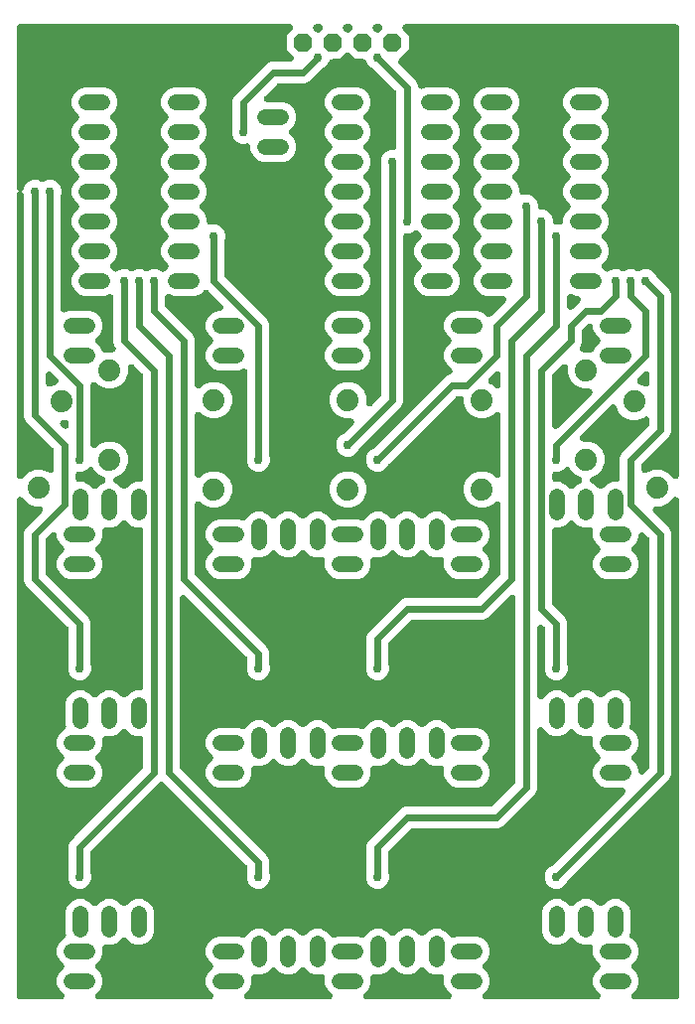
<source format=gbr>
G04 EAGLE Gerber X2 export*
%TF.Part,Single*%
%TF.FileFunction,Copper,L1,Top,Mixed*%
%TF.FilePolarity,Positive*%
%TF.GenerationSoftware,Autodesk,EAGLE,8.7.0*%
%TF.CreationDate,2018-06-06T15:16:06Z*%
G75*
%MOMM*%
%FSLAX34Y34*%
%LPD*%
%AMOC8*
5,1,8,0,0,1.08239X$1,22.5*%
G01*
%ADD10C,1.320800*%
%ADD11C,1.879600*%
%ADD12P,1.732040X8X22.500000*%
%ADD13C,0.756400*%
%ADD14C,0.609600*%

G36*
X34663Y-3044D02*
X34663Y-3044D01*
X34701Y-3046D01*
X34909Y-3024D01*
X35117Y-3007D01*
X35154Y-2998D01*
X35192Y-2994D01*
X35393Y-2939D01*
X35596Y-2889D01*
X35631Y-2874D01*
X35667Y-2863D01*
X35857Y-2776D01*
X36049Y-2694D01*
X36081Y-2674D01*
X36116Y-2658D01*
X36289Y-2541D01*
X36465Y-2429D01*
X36493Y-2404D01*
X36525Y-2382D01*
X36677Y-2239D01*
X36833Y-2100D01*
X36857Y-2071D01*
X36885Y-2045D01*
X37012Y-1878D01*
X37143Y-1716D01*
X37162Y-1684D01*
X37185Y-1653D01*
X37284Y-1469D01*
X37387Y-1288D01*
X37400Y-1252D01*
X37418Y-1218D01*
X37486Y-1021D01*
X37558Y-825D01*
X37566Y-788D01*
X37578Y-752D01*
X37613Y-545D01*
X37653Y-341D01*
X37654Y-303D01*
X37661Y-265D01*
X37662Y-56D01*
X37668Y152D01*
X37663Y190D01*
X37664Y228D01*
X37631Y435D01*
X37604Y641D01*
X37593Y678D01*
X37587Y715D01*
X37522Y914D01*
X37462Y1114D01*
X37445Y1148D01*
X37433Y1184D01*
X37336Y1369D01*
X37245Y1557D01*
X37223Y1588D01*
X37205Y1622D01*
X37147Y1694D01*
X36959Y1959D01*
X36838Y2081D01*
X36780Y2155D01*
X33429Y5506D01*
X31495Y10174D01*
X31495Y15226D01*
X33429Y19894D01*
X36780Y23245D01*
X36829Y23303D01*
X36885Y23355D01*
X36988Y23491D01*
X37099Y23621D01*
X37139Y23687D01*
X37185Y23747D01*
X37266Y23897D01*
X37354Y24044D01*
X37382Y24114D01*
X37418Y24182D01*
X37474Y24343D01*
X37537Y24502D01*
X37553Y24576D01*
X37578Y24648D01*
X37607Y24817D01*
X37644Y24983D01*
X37648Y25060D01*
X37661Y25135D01*
X37662Y25306D01*
X37671Y25476D01*
X37663Y25552D01*
X37664Y25628D01*
X37637Y25797D01*
X37619Y25967D01*
X37599Y26040D01*
X37587Y26115D01*
X37534Y26278D01*
X37488Y26442D01*
X37457Y26512D01*
X37433Y26584D01*
X37354Y26736D01*
X37283Y26891D01*
X37240Y26954D01*
X37205Y27022D01*
X37139Y27104D01*
X37007Y27300D01*
X36845Y27473D01*
X36780Y27555D01*
X33429Y30906D01*
X31495Y35574D01*
X31495Y40626D01*
X33429Y45294D01*
X37002Y48867D01*
X37306Y48993D01*
X37374Y49028D01*
X37445Y49055D01*
X37504Y49089D01*
X37551Y49109D01*
X37629Y49159D01*
X37745Y49218D01*
X37806Y49263D01*
X37872Y49302D01*
X37939Y49356D01*
X37967Y49374D01*
X38019Y49421D01*
X38142Y49511D01*
X38195Y49566D01*
X38254Y49614D01*
X38323Y49692D01*
X38335Y49703D01*
X38363Y49737D01*
X38367Y49742D01*
X38486Y49864D01*
X38530Y49927D01*
X38580Y49984D01*
X38645Y50087D01*
X38671Y50129D01*
X38769Y50269D01*
X38802Y50337D01*
X38843Y50402D01*
X38909Y50559D01*
X38983Y50713D01*
X39005Y50786D01*
X39034Y50856D01*
X39074Y51022D01*
X39123Y51186D01*
X39132Y51262D01*
X39150Y51336D01*
X39163Y51506D01*
X39184Y51676D01*
X39181Y51752D01*
X39187Y51828D01*
X39172Y51998D01*
X39166Y52169D01*
X39150Y52243D01*
X39144Y52319D01*
X39115Y52420D01*
X39068Y52652D01*
X38984Y52873D01*
X38955Y52975D01*
X38487Y54104D01*
X38487Y72364D01*
X40421Y77032D01*
X43994Y80605D01*
X48662Y82539D01*
X53714Y82539D01*
X58382Y80605D01*
X61533Y77454D01*
X61591Y77405D01*
X61643Y77349D01*
X61779Y77246D01*
X61909Y77135D01*
X61975Y77095D01*
X62035Y77049D01*
X62185Y76968D01*
X62332Y76880D01*
X62402Y76852D01*
X62470Y76816D01*
X62631Y76760D01*
X62790Y76697D01*
X62864Y76681D01*
X62936Y76656D01*
X63105Y76627D01*
X63271Y76590D01*
X63348Y76586D01*
X63423Y76573D01*
X63594Y76572D01*
X63764Y76563D01*
X63840Y76571D01*
X63916Y76570D01*
X64085Y76597D01*
X64255Y76615D01*
X64328Y76635D01*
X64403Y76647D01*
X64566Y76700D01*
X64730Y76746D01*
X64800Y76777D01*
X64872Y76801D01*
X65024Y76880D01*
X65179Y76951D01*
X65242Y76994D01*
X65310Y77029D01*
X65392Y77095D01*
X65588Y77227D01*
X65761Y77389D01*
X65843Y77454D01*
X68994Y80605D01*
X73662Y82539D01*
X78714Y82539D01*
X83382Y80605D01*
X86533Y77454D01*
X86591Y77405D01*
X86644Y77349D01*
X86779Y77245D01*
X86909Y77135D01*
X86974Y77095D01*
X87035Y77049D01*
X87185Y76968D01*
X87332Y76880D01*
X87403Y76852D01*
X87470Y76816D01*
X87631Y76760D01*
X87790Y76697D01*
X87864Y76681D01*
X87936Y76656D01*
X88105Y76627D01*
X88272Y76590D01*
X88348Y76586D01*
X88423Y76573D01*
X88594Y76572D01*
X88764Y76563D01*
X88840Y76571D01*
X88916Y76570D01*
X89085Y76597D01*
X89255Y76615D01*
X89328Y76635D01*
X89403Y76647D01*
X89566Y76700D01*
X89730Y76746D01*
X89800Y76777D01*
X89872Y76801D01*
X90023Y76880D01*
X90179Y76951D01*
X90242Y76994D01*
X90310Y77029D01*
X90392Y77095D01*
X90588Y77227D01*
X90760Y77389D01*
X90843Y77454D01*
X93994Y80605D01*
X98662Y82539D01*
X103714Y82539D01*
X108382Y80605D01*
X111955Y77032D01*
X113889Y72364D01*
X113889Y54104D01*
X111955Y49436D01*
X108382Y45863D01*
X103714Y43929D01*
X98662Y43929D01*
X93994Y45863D01*
X90843Y49014D01*
X90785Y49063D01*
X90733Y49119D01*
X90597Y49222D01*
X90467Y49333D01*
X90401Y49373D01*
X90341Y49419D01*
X90191Y49500D01*
X90044Y49588D01*
X89974Y49616D01*
X89906Y49652D01*
X89745Y49708D01*
X89586Y49771D01*
X89512Y49787D01*
X89440Y49812D01*
X89271Y49841D01*
X89105Y49878D01*
X89028Y49882D01*
X88953Y49895D01*
X88782Y49896D01*
X88612Y49905D01*
X88536Y49897D01*
X88460Y49898D01*
X88291Y49871D01*
X88121Y49853D01*
X88048Y49833D01*
X87973Y49821D01*
X87810Y49768D01*
X87646Y49722D01*
X87576Y49691D01*
X87504Y49667D01*
X87352Y49588D01*
X87197Y49517D01*
X87134Y49474D01*
X87066Y49439D01*
X86984Y49373D01*
X86788Y49241D01*
X86615Y49079D01*
X86533Y49014D01*
X83382Y45863D01*
X78714Y43929D01*
X73152Y43929D01*
X73076Y43923D01*
X73000Y43925D01*
X72831Y43903D01*
X72660Y43889D01*
X72586Y43871D01*
X72511Y43861D01*
X72347Y43812D01*
X72181Y43771D01*
X72112Y43741D01*
X72038Y43719D01*
X71885Y43643D01*
X71728Y43576D01*
X71664Y43535D01*
X71595Y43502D01*
X71456Y43403D01*
X71312Y43311D01*
X71255Y43260D01*
X71193Y43216D01*
X71072Y43096D01*
X70944Y42982D01*
X70896Y42923D01*
X70842Y42869D01*
X70741Y42731D01*
X70634Y42598D01*
X70597Y42532D01*
X70552Y42471D01*
X70475Y42318D01*
X70390Y42170D01*
X70364Y42098D01*
X70329Y42030D01*
X70278Y41867D01*
X70219Y41707D01*
X70204Y41632D01*
X70181Y41560D01*
X70169Y41455D01*
X70124Y41223D01*
X70117Y40987D01*
X70105Y40882D01*
X70105Y35574D01*
X68171Y30906D01*
X64820Y27555D01*
X64771Y27497D01*
X64715Y27444D01*
X64611Y27309D01*
X64501Y27179D01*
X64461Y27114D01*
X64415Y27053D01*
X64334Y26903D01*
X64246Y26756D01*
X64218Y26685D01*
X64182Y26618D01*
X64126Y26457D01*
X64063Y26298D01*
X64047Y26224D01*
X64022Y26152D01*
X63993Y25983D01*
X63956Y25816D01*
X63952Y25740D01*
X63939Y25665D01*
X63938Y25494D01*
X63929Y25324D01*
X63937Y25248D01*
X63936Y25172D01*
X63963Y25003D01*
X63981Y24833D01*
X64001Y24760D01*
X64013Y24685D01*
X64066Y24522D01*
X64112Y24358D01*
X64143Y24288D01*
X64167Y24216D01*
X64246Y24065D01*
X64317Y23909D01*
X64360Y23846D01*
X64395Y23778D01*
X64461Y23696D01*
X64593Y23500D01*
X64755Y23328D01*
X64820Y23245D01*
X68171Y19894D01*
X70105Y15226D01*
X70105Y10174D01*
X68171Y5506D01*
X64820Y2155D01*
X64796Y2126D01*
X64767Y2100D01*
X64636Y1938D01*
X64501Y1779D01*
X64481Y1746D01*
X64457Y1716D01*
X64354Y1535D01*
X64246Y1356D01*
X64232Y1321D01*
X64213Y1288D01*
X64140Y1092D01*
X64063Y898D01*
X64055Y861D01*
X64042Y825D01*
X64002Y620D01*
X63956Y417D01*
X63954Y378D01*
X63947Y341D01*
X63940Y133D01*
X63929Y-76D01*
X63933Y-114D01*
X63932Y-152D01*
X63959Y-359D01*
X63981Y-567D01*
X63991Y-603D01*
X63996Y-641D01*
X64056Y-841D01*
X64112Y-1042D01*
X64127Y-1077D01*
X64138Y-1114D01*
X64230Y-1301D01*
X64317Y-1491D01*
X64339Y-1522D01*
X64355Y-1557D01*
X64476Y-1727D01*
X64593Y-1900D01*
X64619Y-1928D01*
X64641Y-1959D01*
X64787Y-2107D01*
X64930Y-2260D01*
X64961Y-2283D01*
X64988Y-2310D01*
X65156Y-2433D01*
X65322Y-2560D01*
X65355Y-2578D01*
X65386Y-2600D01*
X65572Y-2694D01*
X65757Y-2793D01*
X65793Y-2806D01*
X65827Y-2823D01*
X66025Y-2885D01*
X66223Y-2953D01*
X66261Y-2959D01*
X66297Y-2971D01*
X66390Y-2981D01*
X66710Y-3036D01*
X66882Y-3037D01*
X66975Y-3047D01*
X161625Y-3047D01*
X161663Y-3044D01*
X161701Y-3046D01*
X161909Y-3024D01*
X162117Y-3007D01*
X162154Y-2998D01*
X162192Y-2994D01*
X162393Y-2939D01*
X162596Y-2889D01*
X162631Y-2874D01*
X162667Y-2863D01*
X162857Y-2776D01*
X163049Y-2694D01*
X163081Y-2674D01*
X163116Y-2658D01*
X163289Y-2541D01*
X163465Y-2429D01*
X163493Y-2404D01*
X163525Y-2382D01*
X163677Y-2239D01*
X163833Y-2100D01*
X163857Y-2071D01*
X163885Y-2045D01*
X164012Y-1878D01*
X164143Y-1716D01*
X164162Y-1684D01*
X164185Y-1653D01*
X164284Y-1469D01*
X164387Y-1288D01*
X164400Y-1252D01*
X164418Y-1218D01*
X164486Y-1021D01*
X164558Y-825D01*
X164566Y-788D01*
X164578Y-752D01*
X164613Y-545D01*
X164653Y-341D01*
X164654Y-303D01*
X164661Y-265D01*
X164662Y-56D01*
X164668Y152D01*
X164663Y190D01*
X164664Y228D01*
X164631Y435D01*
X164604Y641D01*
X164593Y678D01*
X164587Y715D01*
X164522Y914D01*
X164462Y1114D01*
X164445Y1148D01*
X164433Y1184D01*
X164336Y1369D01*
X164245Y1557D01*
X164223Y1588D01*
X164205Y1622D01*
X164147Y1694D01*
X163959Y1959D01*
X163838Y2081D01*
X163780Y2155D01*
X160429Y5506D01*
X158495Y10174D01*
X158495Y15226D01*
X160429Y19894D01*
X163780Y23245D01*
X163829Y23303D01*
X163885Y23355D01*
X163988Y23491D01*
X164099Y23621D01*
X164139Y23687D01*
X164185Y23747D01*
X164266Y23897D01*
X164354Y24044D01*
X164382Y24114D01*
X164418Y24182D01*
X164474Y24343D01*
X164537Y24502D01*
X164553Y24576D01*
X164578Y24648D01*
X164607Y24817D01*
X164644Y24983D01*
X164648Y25060D01*
X164661Y25135D01*
X164662Y25306D01*
X164671Y25476D01*
X164663Y25552D01*
X164664Y25628D01*
X164637Y25797D01*
X164619Y25967D01*
X164599Y26040D01*
X164587Y26115D01*
X164534Y26278D01*
X164488Y26442D01*
X164457Y26512D01*
X164433Y26584D01*
X164354Y26736D01*
X164283Y26891D01*
X164240Y26954D01*
X164205Y27022D01*
X164139Y27104D01*
X164007Y27300D01*
X163845Y27473D01*
X163780Y27555D01*
X160429Y30906D01*
X158495Y35574D01*
X158495Y40626D01*
X160429Y45294D01*
X164002Y48867D01*
X168670Y50801D01*
X186930Y50801D01*
X188849Y50006D01*
X188921Y49983D01*
X188991Y49951D01*
X189156Y49907D01*
X189318Y49855D01*
X189394Y49843D01*
X189467Y49824D01*
X189637Y49807D01*
X189806Y49781D01*
X189883Y49782D01*
X189958Y49775D01*
X190129Y49785D01*
X190300Y49787D01*
X190375Y49801D01*
X190451Y49805D01*
X190617Y49843D01*
X190785Y49873D01*
X190857Y49898D01*
X190932Y49915D01*
X191090Y49980D01*
X191251Y50036D01*
X191318Y50072D01*
X191389Y50101D01*
X191535Y50190D01*
X191684Y50272D01*
X191744Y50319D01*
X191810Y50358D01*
X191939Y50470D01*
X192074Y50575D01*
X192126Y50631D01*
X192183Y50680D01*
X192293Y50811D01*
X192409Y50936D01*
X192451Y51000D01*
X192500Y51058D01*
X192551Y51150D01*
X192682Y51347D01*
X192779Y51563D01*
X192814Y51625D01*
X196394Y55205D01*
X201062Y57139D01*
X206114Y57139D01*
X210782Y55205D01*
X213933Y52054D01*
X213991Y52005D01*
X214044Y51949D01*
X214179Y51845D01*
X214309Y51735D01*
X214374Y51695D01*
X214435Y51649D01*
X214585Y51568D01*
X214732Y51480D01*
X214803Y51452D01*
X214870Y51416D01*
X215031Y51360D01*
X215190Y51297D01*
X215264Y51281D01*
X215336Y51256D01*
X215505Y51227D01*
X215672Y51190D01*
X215748Y51186D01*
X215823Y51173D01*
X215994Y51172D01*
X216164Y51163D01*
X216240Y51171D01*
X216316Y51170D01*
X216485Y51197D01*
X216655Y51215D01*
X216728Y51235D01*
X216803Y51247D01*
X216966Y51300D01*
X217130Y51346D01*
X217200Y51377D01*
X217272Y51401D01*
X217423Y51480D01*
X217579Y51551D01*
X217642Y51594D01*
X217710Y51629D01*
X217792Y51695D01*
X217988Y51827D01*
X218160Y51989D01*
X218243Y52054D01*
X221394Y55205D01*
X226062Y57139D01*
X231114Y57139D01*
X235782Y55205D01*
X238933Y52054D01*
X238991Y52005D01*
X239043Y51949D01*
X239179Y51846D01*
X239309Y51735D01*
X239375Y51695D01*
X239435Y51649D01*
X239585Y51568D01*
X239732Y51480D01*
X239802Y51452D01*
X239870Y51416D01*
X240031Y51360D01*
X240190Y51297D01*
X240264Y51281D01*
X240336Y51256D01*
X240505Y51227D01*
X240671Y51190D01*
X240748Y51186D01*
X240823Y51173D01*
X240994Y51172D01*
X241164Y51163D01*
X241240Y51171D01*
X241316Y51170D01*
X241485Y51197D01*
X241655Y51215D01*
X241728Y51235D01*
X241803Y51247D01*
X241966Y51300D01*
X242130Y51346D01*
X242200Y51377D01*
X242272Y51401D01*
X242424Y51480D01*
X242579Y51551D01*
X242642Y51594D01*
X242710Y51629D01*
X242792Y51695D01*
X242988Y51827D01*
X243161Y51989D01*
X243243Y52054D01*
X246394Y55205D01*
X251062Y57139D01*
X256114Y57139D01*
X260782Y55205D01*
X264358Y51630D01*
X264384Y51579D01*
X264411Y51508D01*
X264496Y51360D01*
X264574Y51208D01*
X264619Y51146D01*
X264658Y51080D01*
X264766Y50948D01*
X264867Y50811D01*
X264922Y50758D01*
X264970Y50699D01*
X265098Y50586D01*
X265220Y50466D01*
X265283Y50423D01*
X265340Y50372D01*
X265485Y50281D01*
X265625Y50183D01*
X265693Y50150D01*
X265758Y50110D01*
X265915Y50044D01*
X266069Y49969D01*
X266142Y49948D01*
X266212Y49918D01*
X266378Y49878D01*
X266542Y49830D01*
X266618Y49820D01*
X266692Y49802D01*
X266862Y49790D01*
X267032Y49768D01*
X267108Y49771D01*
X267184Y49766D01*
X267354Y49781D01*
X267525Y49787D01*
X267599Y49802D01*
X267675Y49809D01*
X267777Y49838D01*
X268008Y49885D01*
X268229Y49968D01*
X268331Y49998D01*
X270270Y50801D01*
X288530Y50801D01*
X290449Y50006D01*
X290521Y49983D01*
X290591Y49951D01*
X290756Y49907D01*
X290918Y49855D01*
X290994Y49843D01*
X291067Y49824D01*
X291237Y49807D01*
X291406Y49781D01*
X291483Y49782D01*
X291558Y49775D01*
X291729Y49785D01*
X291900Y49787D01*
X291975Y49801D01*
X292051Y49805D01*
X292217Y49843D01*
X292385Y49873D01*
X292457Y49898D01*
X292532Y49915D01*
X292690Y49980D01*
X292851Y50036D01*
X292918Y50072D01*
X292989Y50101D01*
X293135Y50190D01*
X293284Y50272D01*
X293344Y50319D01*
X293410Y50358D01*
X293539Y50470D01*
X293674Y50575D01*
X293726Y50631D01*
X293783Y50680D01*
X293893Y50811D01*
X294009Y50936D01*
X294051Y51000D01*
X294100Y51058D01*
X294151Y51150D01*
X294282Y51347D01*
X294379Y51563D01*
X294414Y51625D01*
X297994Y55205D01*
X302662Y57139D01*
X307714Y57139D01*
X312382Y55205D01*
X315533Y52054D01*
X315591Y52005D01*
X315644Y51949D01*
X315779Y51845D01*
X315909Y51735D01*
X315974Y51695D01*
X316035Y51649D01*
X316185Y51568D01*
X316332Y51480D01*
X316403Y51452D01*
X316470Y51416D01*
X316631Y51360D01*
X316790Y51297D01*
X316864Y51281D01*
X316936Y51256D01*
X317105Y51227D01*
X317272Y51190D01*
X317348Y51186D01*
X317423Y51173D01*
X317594Y51172D01*
X317764Y51163D01*
X317840Y51171D01*
X317916Y51170D01*
X318085Y51197D01*
X318255Y51215D01*
X318328Y51235D01*
X318403Y51247D01*
X318566Y51300D01*
X318730Y51346D01*
X318800Y51377D01*
X318872Y51401D01*
X319023Y51480D01*
X319179Y51551D01*
X319242Y51594D01*
X319310Y51629D01*
X319392Y51695D01*
X319588Y51827D01*
X319760Y51989D01*
X319843Y52054D01*
X322994Y55205D01*
X327662Y57139D01*
X332714Y57139D01*
X337382Y55205D01*
X340533Y52054D01*
X340591Y52005D01*
X340643Y51949D01*
X340779Y51846D01*
X340909Y51735D01*
X340975Y51695D01*
X341035Y51649D01*
X341185Y51568D01*
X341332Y51480D01*
X341402Y51452D01*
X341470Y51416D01*
X341631Y51360D01*
X341790Y51297D01*
X341864Y51281D01*
X341936Y51256D01*
X342105Y51227D01*
X342271Y51190D01*
X342348Y51186D01*
X342423Y51173D01*
X342594Y51172D01*
X342764Y51163D01*
X342840Y51171D01*
X342916Y51170D01*
X343085Y51197D01*
X343255Y51215D01*
X343328Y51235D01*
X343403Y51247D01*
X343566Y51300D01*
X343730Y51346D01*
X343800Y51377D01*
X343872Y51401D01*
X344024Y51480D01*
X344179Y51551D01*
X344242Y51594D01*
X344310Y51629D01*
X344392Y51695D01*
X344588Y51827D01*
X344761Y51989D01*
X344843Y52054D01*
X347994Y55205D01*
X352662Y57139D01*
X357714Y57139D01*
X362382Y55205D01*
X365958Y51630D01*
X365984Y51579D01*
X366011Y51508D01*
X366096Y51360D01*
X366174Y51208D01*
X366219Y51146D01*
X366258Y51080D01*
X366366Y50948D01*
X366467Y50811D01*
X366522Y50758D01*
X366570Y50699D01*
X366698Y50586D01*
X366820Y50466D01*
X366883Y50423D01*
X366940Y50372D01*
X367085Y50281D01*
X367225Y50183D01*
X367293Y50150D01*
X367358Y50110D01*
X367515Y50044D01*
X367669Y49969D01*
X367742Y49948D01*
X367812Y49918D01*
X367978Y49878D01*
X368142Y49830D01*
X368218Y49820D01*
X368292Y49802D01*
X368462Y49790D01*
X368632Y49768D01*
X368708Y49771D01*
X368784Y49766D01*
X368954Y49781D01*
X369125Y49787D01*
X369199Y49802D01*
X369275Y49809D01*
X369377Y49838D01*
X369608Y49885D01*
X369829Y49968D01*
X369931Y49998D01*
X371870Y50801D01*
X390130Y50801D01*
X394798Y48867D01*
X398371Y45294D01*
X400305Y40626D01*
X400305Y35574D01*
X398371Y30906D01*
X395020Y27555D01*
X394971Y27497D01*
X394915Y27445D01*
X394812Y27309D01*
X394701Y27179D01*
X394661Y27113D01*
X394615Y27053D01*
X394534Y26903D01*
X394446Y26756D01*
X394418Y26686D01*
X394382Y26618D01*
X394326Y26457D01*
X394263Y26298D01*
X394247Y26224D01*
X394222Y26152D01*
X394193Y25983D01*
X394156Y25817D01*
X394152Y25740D01*
X394139Y25665D01*
X394138Y25494D01*
X394129Y25324D01*
X394137Y25248D01*
X394136Y25172D01*
X394163Y25003D01*
X394181Y24833D01*
X394201Y24760D01*
X394213Y24685D01*
X394266Y24522D01*
X394312Y24358D01*
X394343Y24288D01*
X394367Y24216D01*
X394446Y24064D01*
X394517Y23909D01*
X394560Y23846D01*
X394595Y23778D01*
X394661Y23696D01*
X394793Y23500D01*
X394955Y23327D01*
X395020Y23245D01*
X398371Y19894D01*
X400305Y15226D01*
X400305Y10174D01*
X398371Y5506D01*
X395020Y2155D01*
X394996Y2126D01*
X394967Y2100D01*
X394836Y1938D01*
X394701Y1779D01*
X394681Y1746D01*
X394657Y1716D01*
X394554Y1535D01*
X394446Y1356D01*
X394432Y1321D01*
X394413Y1288D01*
X394340Y1092D01*
X394263Y898D01*
X394255Y861D01*
X394242Y825D01*
X394202Y620D01*
X394156Y417D01*
X394154Y378D01*
X394147Y341D01*
X394140Y133D01*
X394129Y-76D01*
X394133Y-114D01*
X394132Y-152D01*
X394159Y-359D01*
X394181Y-567D01*
X394191Y-603D01*
X394196Y-641D01*
X394256Y-841D01*
X394312Y-1042D01*
X394327Y-1077D01*
X394338Y-1114D01*
X394430Y-1301D01*
X394517Y-1491D01*
X394539Y-1522D01*
X394555Y-1557D01*
X394676Y-1727D01*
X394793Y-1900D01*
X394819Y-1928D01*
X394841Y-1959D01*
X394987Y-2107D01*
X395130Y-2260D01*
X395161Y-2283D01*
X395188Y-2310D01*
X395356Y-2433D01*
X395522Y-2560D01*
X395555Y-2578D01*
X395586Y-2600D01*
X395772Y-2694D01*
X395957Y-2793D01*
X395993Y-2806D01*
X396027Y-2823D01*
X396225Y-2885D01*
X396423Y-2953D01*
X396461Y-2959D01*
X396497Y-2971D01*
X396590Y-2981D01*
X396910Y-3036D01*
X397082Y-3037D01*
X397175Y-3047D01*
X491825Y-3047D01*
X491863Y-3044D01*
X491901Y-3046D01*
X492109Y-3024D01*
X492317Y-3007D01*
X492354Y-2998D01*
X492392Y-2994D01*
X492593Y-2939D01*
X492796Y-2889D01*
X492831Y-2874D01*
X492867Y-2863D01*
X493057Y-2776D01*
X493249Y-2694D01*
X493281Y-2674D01*
X493316Y-2658D01*
X493489Y-2541D01*
X493665Y-2429D01*
X493693Y-2404D01*
X493725Y-2382D01*
X493877Y-2239D01*
X494033Y-2100D01*
X494057Y-2071D01*
X494085Y-2045D01*
X494212Y-1878D01*
X494343Y-1716D01*
X494362Y-1684D01*
X494385Y-1653D01*
X494484Y-1469D01*
X494587Y-1288D01*
X494600Y-1252D01*
X494618Y-1218D01*
X494686Y-1021D01*
X494758Y-825D01*
X494766Y-788D01*
X494778Y-752D01*
X494813Y-545D01*
X494853Y-341D01*
X494854Y-303D01*
X494861Y-265D01*
X494862Y-56D01*
X494868Y152D01*
X494863Y190D01*
X494864Y228D01*
X494831Y435D01*
X494804Y641D01*
X494793Y678D01*
X494787Y715D01*
X494722Y914D01*
X494662Y1114D01*
X494645Y1148D01*
X494633Y1184D01*
X494536Y1369D01*
X494445Y1557D01*
X494423Y1588D01*
X494405Y1622D01*
X494347Y1694D01*
X494159Y1959D01*
X494038Y2081D01*
X493980Y2155D01*
X490629Y5506D01*
X488695Y10174D01*
X488695Y15226D01*
X490629Y19894D01*
X493980Y23245D01*
X494029Y23303D01*
X494085Y23355D01*
X494188Y23491D01*
X494299Y23621D01*
X494339Y23687D01*
X494385Y23747D01*
X494466Y23897D01*
X494554Y24044D01*
X494582Y24114D01*
X494618Y24182D01*
X494674Y24343D01*
X494737Y24502D01*
X494753Y24576D01*
X494778Y24648D01*
X494807Y24817D01*
X494844Y24983D01*
X494848Y25060D01*
X494861Y25135D01*
X494862Y25306D01*
X494871Y25476D01*
X494863Y25552D01*
X494864Y25628D01*
X494837Y25797D01*
X494819Y25967D01*
X494799Y26040D01*
X494787Y26115D01*
X494734Y26278D01*
X494688Y26442D01*
X494657Y26512D01*
X494633Y26584D01*
X494554Y26736D01*
X494483Y26891D01*
X494440Y26954D01*
X494405Y27022D01*
X494339Y27104D01*
X494207Y27300D01*
X494045Y27473D01*
X493980Y27555D01*
X490629Y30906D01*
X488695Y35574D01*
X488695Y40882D01*
X488689Y40958D01*
X488691Y41034D01*
X488669Y41203D01*
X488655Y41374D01*
X488637Y41448D01*
X488627Y41523D01*
X488578Y41687D01*
X488537Y41853D01*
X488507Y41922D01*
X488485Y41996D01*
X488409Y42149D01*
X488342Y42306D01*
X488301Y42370D01*
X488268Y42439D01*
X488169Y42578D01*
X488077Y42722D01*
X488026Y42779D01*
X487982Y42841D01*
X487862Y42962D01*
X487748Y43090D01*
X487689Y43138D01*
X487635Y43192D01*
X487497Y43293D01*
X487364Y43400D01*
X487298Y43437D01*
X487237Y43482D01*
X487084Y43559D01*
X486936Y43644D01*
X486864Y43670D01*
X486796Y43705D01*
X486633Y43756D01*
X486473Y43815D01*
X486398Y43830D01*
X486326Y43853D01*
X486221Y43865D01*
X485989Y43910D01*
X485753Y43917D01*
X485648Y43929D01*
X480062Y43929D01*
X475394Y45863D01*
X472243Y49014D01*
X472185Y49063D01*
X472133Y49119D01*
X471997Y49222D01*
X471867Y49333D01*
X471801Y49373D01*
X471741Y49419D01*
X471591Y49500D01*
X471444Y49588D01*
X471374Y49616D01*
X471306Y49652D01*
X471145Y49708D01*
X470986Y49771D01*
X470912Y49787D01*
X470840Y49812D01*
X470671Y49841D01*
X470505Y49878D01*
X470428Y49882D01*
X470353Y49895D01*
X470182Y49896D01*
X470012Y49905D01*
X469936Y49897D01*
X469860Y49898D01*
X469691Y49871D01*
X469521Y49853D01*
X469448Y49833D01*
X469373Y49821D01*
X469210Y49768D01*
X469046Y49722D01*
X468976Y49691D01*
X468904Y49667D01*
X468752Y49588D01*
X468597Y49517D01*
X468534Y49474D01*
X468466Y49439D01*
X468384Y49373D01*
X468188Y49241D01*
X468015Y49079D01*
X467933Y49014D01*
X464782Y45863D01*
X460114Y43929D01*
X455062Y43929D01*
X450394Y45863D01*
X446821Y49436D01*
X444887Y54104D01*
X444887Y72364D01*
X446821Y77032D01*
X450394Y80605D01*
X455062Y82539D01*
X460114Y82539D01*
X464782Y80605D01*
X467933Y77454D01*
X467991Y77405D01*
X468044Y77349D01*
X468179Y77245D01*
X468309Y77135D01*
X468374Y77095D01*
X468435Y77049D01*
X468585Y76968D01*
X468732Y76880D01*
X468803Y76852D01*
X468870Y76816D01*
X469031Y76760D01*
X469190Y76697D01*
X469264Y76681D01*
X469336Y76656D01*
X469505Y76627D01*
X469672Y76590D01*
X469748Y76586D01*
X469823Y76573D01*
X469994Y76572D01*
X470164Y76563D01*
X470240Y76571D01*
X470316Y76570D01*
X470485Y76597D01*
X470655Y76615D01*
X470728Y76635D01*
X470803Y76647D01*
X470966Y76700D01*
X471130Y76746D01*
X471200Y76777D01*
X471272Y76801D01*
X471423Y76880D01*
X471579Y76951D01*
X471642Y76994D01*
X471710Y77029D01*
X471792Y77095D01*
X471988Y77227D01*
X472160Y77389D01*
X472243Y77454D01*
X475394Y80605D01*
X480062Y82539D01*
X485114Y82539D01*
X489782Y80605D01*
X492933Y77454D01*
X492991Y77405D01*
X493043Y77349D01*
X493179Y77246D01*
X493309Y77135D01*
X493375Y77095D01*
X493435Y77049D01*
X493585Y76968D01*
X493732Y76880D01*
X493802Y76852D01*
X493870Y76816D01*
X494031Y76760D01*
X494190Y76697D01*
X494264Y76681D01*
X494336Y76656D01*
X494505Y76627D01*
X494671Y76590D01*
X494748Y76586D01*
X494823Y76573D01*
X494994Y76572D01*
X495164Y76563D01*
X495240Y76571D01*
X495316Y76570D01*
X495485Y76597D01*
X495655Y76615D01*
X495728Y76635D01*
X495803Y76647D01*
X495966Y76700D01*
X496130Y76746D01*
X496200Y76777D01*
X496272Y76801D01*
X496424Y76880D01*
X496579Y76951D01*
X496642Y76994D01*
X496710Y77029D01*
X496792Y77095D01*
X496988Y77227D01*
X497161Y77389D01*
X497243Y77454D01*
X500394Y80605D01*
X505062Y82539D01*
X510114Y82539D01*
X514782Y80605D01*
X518355Y77032D01*
X520289Y72364D01*
X520289Y54104D01*
X519825Y52983D01*
X519801Y52910D01*
X519770Y52841D01*
X519726Y52676D01*
X519673Y52514D01*
X519662Y52438D01*
X519642Y52365D01*
X519625Y52195D01*
X519600Y52026D01*
X519601Y51949D01*
X519593Y51874D01*
X519604Y51703D01*
X519606Y51532D01*
X519619Y51457D01*
X519624Y51381D01*
X519662Y51215D01*
X519692Y51047D01*
X519717Y50975D01*
X519734Y50900D01*
X519798Y50742D01*
X519855Y50581D01*
X519891Y50514D01*
X519920Y50443D01*
X520009Y50298D01*
X520090Y50148D01*
X520137Y50088D01*
X520177Y50022D01*
X520289Y49893D01*
X520393Y49758D01*
X520449Y49706D01*
X520499Y49649D01*
X520630Y49539D01*
X520755Y49423D01*
X520819Y49380D01*
X520877Y49331D01*
X520969Y49281D01*
X521066Y49216D01*
X521084Y49203D01*
X521092Y49199D01*
X521166Y49150D01*
X521382Y49053D01*
X521474Y49002D01*
X521798Y48867D01*
X525371Y45294D01*
X527305Y40626D01*
X527305Y35574D01*
X525371Y30906D01*
X522020Y27555D01*
X521971Y27497D01*
X521915Y27444D01*
X521811Y27309D01*
X521701Y27179D01*
X521661Y27114D01*
X521615Y27053D01*
X521534Y26903D01*
X521446Y26756D01*
X521418Y26685D01*
X521382Y26618D01*
X521326Y26457D01*
X521263Y26298D01*
X521247Y26224D01*
X521222Y26152D01*
X521193Y25983D01*
X521156Y25816D01*
X521152Y25740D01*
X521139Y25665D01*
X521138Y25494D01*
X521129Y25324D01*
X521137Y25248D01*
X521136Y25172D01*
X521163Y25003D01*
X521181Y24833D01*
X521201Y24760D01*
X521213Y24685D01*
X521266Y24522D01*
X521312Y24358D01*
X521343Y24288D01*
X521367Y24216D01*
X521446Y24065D01*
X521517Y23909D01*
X521560Y23846D01*
X521595Y23778D01*
X521661Y23696D01*
X521793Y23500D01*
X521955Y23328D01*
X522020Y23245D01*
X525371Y19894D01*
X527305Y15226D01*
X527305Y10174D01*
X525371Y5506D01*
X522020Y2155D01*
X521996Y2126D01*
X521967Y2100D01*
X521836Y1938D01*
X521701Y1779D01*
X521681Y1746D01*
X521657Y1716D01*
X521554Y1535D01*
X521446Y1356D01*
X521432Y1321D01*
X521413Y1288D01*
X521340Y1092D01*
X521263Y898D01*
X521255Y861D01*
X521242Y825D01*
X521202Y620D01*
X521156Y417D01*
X521154Y378D01*
X521147Y341D01*
X521140Y133D01*
X521129Y-76D01*
X521133Y-114D01*
X521132Y-152D01*
X521159Y-359D01*
X521181Y-567D01*
X521191Y-603D01*
X521196Y-641D01*
X521256Y-841D01*
X521312Y-1042D01*
X521327Y-1077D01*
X521338Y-1114D01*
X521430Y-1301D01*
X521517Y-1491D01*
X521539Y-1522D01*
X521555Y-1557D01*
X521676Y-1727D01*
X521793Y-1900D01*
X521819Y-1928D01*
X521841Y-1959D01*
X521987Y-2107D01*
X522130Y-2260D01*
X522161Y-2283D01*
X522188Y-2310D01*
X522356Y-2433D01*
X522522Y-2560D01*
X522555Y-2578D01*
X522586Y-2600D01*
X522772Y-2694D01*
X522957Y-2793D01*
X522993Y-2806D01*
X523027Y-2823D01*
X523225Y-2885D01*
X523423Y-2953D01*
X523461Y-2959D01*
X523497Y-2971D01*
X523590Y-2981D01*
X523910Y-3036D01*
X524082Y-3037D01*
X524175Y-3047D01*
X558800Y-3047D01*
X558876Y-3041D01*
X558952Y-3043D01*
X559121Y-3021D01*
X559292Y-3007D01*
X559366Y-2989D01*
X559441Y-2979D01*
X559605Y-2930D01*
X559771Y-2889D01*
X559840Y-2859D01*
X559914Y-2837D01*
X560067Y-2761D01*
X560224Y-2694D01*
X560288Y-2653D01*
X560357Y-2620D01*
X560496Y-2521D01*
X560640Y-2429D01*
X560697Y-2378D01*
X560759Y-2334D01*
X560880Y-2214D01*
X561008Y-2100D01*
X561056Y-2041D01*
X561110Y-1987D01*
X561211Y-1849D01*
X561318Y-1716D01*
X561355Y-1650D01*
X561400Y-1589D01*
X561477Y-1436D01*
X561562Y-1288D01*
X561588Y-1216D01*
X561623Y-1148D01*
X561674Y-985D01*
X561733Y-825D01*
X561748Y-750D01*
X561771Y-678D01*
X561783Y-573D01*
X561828Y-341D01*
X561835Y-105D01*
X561847Y0D01*
X561847Y422415D01*
X561844Y422453D01*
X561846Y422491D01*
X561824Y422699D01*
X561807Y422907D01*
X561798Y422944D01*
X561794Y422982D01*
X561739Y423183D01*
X561689Y423385D01*
X561674Y423420D01*
X561663Y423457D01*
X561576Y423647D01*
X561494Y423839D01*
X561474Y423871D01*
X561458Y423906D01*
X561341Y424079D01*
X561229Y424255D01*
X561204Y424283D01*
X561182Y424315D01*
X561039Y424467D01*
X560900Y424623D01*
X560871Y424647D01*
X560845Y424674D01*
X560679Y424802D01*
X560516Y424933D01*
X560483Y424952D01*
X560453Y424975D01*
X560269Y425073D01*
X560088Y425177D01*
X560052Y425190D01*
X560018Y425208D01*
X559821Y425276D01*
X559625Y425348D01*
X559588Y425356D01*
X559552Y425368D01*
X559345Y425403D01*
X559141Y425443D01*
X559103Y425444D01*
X559065Y425451D01*
X558856Y425452D01*
X558648Y425458D01*
X558610Y425453D01*
X558572Y425454D01*
X558365Y425421D01*
X558159Y425394D01*
X558122Y425383D01*
X558085Y425377D01*
X557886Y425312D01*
X557687Y425251D01*
X557652Y425235D01*
X557616Y425223D01*
X557431Y425126D01*
X557243Y425035D01*
X557212Y425013D01*
X557178Y424995D01*
X557106Y424937D01*
X556841Y424749D01*
X556719Y424628D01*
X556645Y424570D01*
X552038Y419962D01*
X546343Y417603D01*
X542486Y417603D01*
X542448Y417600D01*
X542410Y417603D01*
X542202Y417580D01*
X541994Y417564D01*
X541957Y417554D01*
X541919Y417550D01*
X541718Y417495D01*
X541515Y417445D01*
X541480Y417430D01*
X541443Y417420D01*
X541253Y417333D01*
X541062Y417250D01*
X541030Y417230D01*
X540995Y417214D01*
X540822Y417097D01*
X540646Y416985D01*
X540617Y416960D01*
X540586Y416939D01*
X540434Y416796D01*
X540278Y416657D01*
X540254Y416627D01*
X540226Y416601D01*
X540099Y416435D01*
X539968Y416273D01*
X539949Y416240D01*
X539926Y416209D01*
X539827Y416025D01*
X539724Y415844D01*
X539711Y415808D01*
X539693Y415775D01*
X539625Y415577D01*
X539552Y415381D01*
X539545Y415344D01*
X539533Y415308D01*
X539498Y415101D01*
X539458Y414897D01*
X539457Y414859D01*
X539450Y414822D01*
X539449Y414612D01*
X539442Y414404D01*
X539447Y414367D01*
X539447Y414328D01*
X539480Y414121D01*
X539507Y413915D01*
X539518Y413879D01*
X539524Y413841D01*
X539589Y413643D01*
X539649Y413443D01*
X539666Y413408D01*
X539678Y413372D01*
X539774Y413187D01*
X539866Y413000D01*
X539888Y412969D01*
X539906Y412935D01*
X539964Y412862D01*
X540152Y412597D01*
X540273Y412475D01*
X540331Y412402D01*
X550851Y401881D01*
X553853Y398880D01*
X555245Y395519D01*
X555245Y188681D01*
X553853Y185320D01*
X466737Y98205D01*
X466731Y98197D01*
X466724Y98191D01*
X466572Y98010D01*
X466418Y97829D01*
X466413Y97820D01*
X466407Y97813D01*
X466388Y97779D01*
X466163Y97406D01*
X466115Y97285D01*
X466077Y97216D01*
X465575Y96004D01*
X462796Y93225D01*
X459165Y91721D01*
X455235Y91721D01*
X451604Y93225D01*
X448825Y96004D01*
X447321Y99635D01*
X447321Y103565D01*
X448825Y107196D01*
X451604Y109975D01*
X452816Y110477D01*
X452825Y110481D01*
X452834Y110484D01*
X453047Y110595D01*
X453255Y110702D01*
X453263Y110708D01*
X453272Y110712D01*
X453303Y110737D01*
X453652Y110995D01*
X453743Y111088D01*
X453805Y111137D01*
X515265Y172597D01*
X515289Y172626D01*
X515318Y172652D01*
X515449Y172814D01*
X515584Y172973D01*
X515604Y173006D01*
X515628Y173036D01*
X515731Y173216D01*
X515839Y173396D01*
X515853Y173431D01*
X515872Y173464D01*
X515944Y173660D01*
X516022Y173854D01*
X516030Y173891D01*
X516043Y173927D01*
X516083Y174132D01*
X516129Y174336D01*
X516131Y174374D01*
X516138Y174411D01*
X516145Y174619D01*
X516156Y174828D01*
X516152Y174866D01*
X516153Y174904D01*
X516126Y175111D01*
X516104Y175319D01*
X516094Y175355D01*
X516089Y175393D01*
X516029Y175593D01*
X515973Y175794D01*
X515958Y175829D01*
X515947Y175866D01*
X515855Y176053D01*
X515768Y176243D01*
X515746Y176275D01*
X515730Y176309D01*
X515609Y176479D01*
X515492Y176652D01*
X515466Y176680D01*
X515444Y176711D01*
X515297Y176860D01*
X515154Y177012D01*
X515124Y177035D01*
X515097Y177062D01*
X514929Y177185D01*
X514763Y177312D01*
X514730Y177330D01*
X514699Y177352D01*
X514512Y177446D01*
X514328Y177545D01*
X514292Y177557D01*
X514258Y177575D01*
X514059Y177637D01*
X513862Y177705D01*
X513824Y177711D01*
X513788Y177723D01*
X513695Y177733D01*
X513375Y177788D01*
X513203Y177789D01*
X513110Y177799D01*
X498870Y177799D01*
X494202Y179733D01*
X490629Y183306D01*
X488695Y187974D01*
X488695Y193026D01*
X490629Y197694D01*
X493980Y201045D01*
X494029Y201103D01*
X494085Y201155D01*
X494188Y201291D01*
X494299Y201421D01*
X494339Y201487D01*
X494385Y201547D01*
X494466Y201697D01*
X494554Y201844D01*
X494582Y201914D01*
X494618Y201982D01*
X494674Y202143D01*
X494737Y202302D01*
X494753Y202376D01*
X494778Y202448D01*
X494807Y202617D01*
X494844Y202783D01*
X494848Y202860D01*
X494861Y202935D01*
X494862Y203106D01*
X494871Y203276D01*
X494863Y203352D01*
X494864Y203428D01*
X494837Y203597D01*
X494819Y203767D01*
X494799Y203840D01*
X494787Y203915D01*
X494734Y204078D01*
X494688Y204242D01*
X494657Y204312D01*
X494633Y204384D01*
X494554Y204536D01*
X494483Y204691D01*
X494440Y204754D01*
X494405Y204822D01*
X494339Y204904D01*
X494207Y205100D01*
X494045Y205273D01*
X493980Y205355D01*
X490629Y208706D01*
X488695Y213374D01*
X488695Y218682D01*
X488689Y218758D01*
X488691Y218834D01*
X488669Y219003D01*
X488655Y219174D01*
X488637Y219248D01*
X488627Y219323D01*
X488578Y219487D01*
X488537Y219653D01*
X488507Y219722D01*
X488485Y219796D01*
X488409Y219949D01*
X488342Y220106D01*
X488301Y220170D01*
X488268Y220239D01*
X488169Y220378D01*
X488077Y220522D01*
X488026Y220579D01*
X487982Y220641D01*
X487862Y220762D01*
X487748Y220890D01*
X487689Y220938D01*
X487635Y220992D01*
X487497Y221093D01*
X487364Y221200D01*
X487298Y221237D01*
X487237Y221282D01*
X487084Y221359D01*
X486936Y221444D01*
X486864Y221470D01*
X486796Y221505D01*
X486633Y221556D01*
X486473Y221615D01*
X486398Y221630D01*
X486326Y221653D01*
X486221Y221665D01*
X485989Y221710D01*
X485753Y221717D01*
X485648Y221729D01*
X480062Y221729D01*
X475394Y223663D01*
X472243Y226814D01*
X472185Y226863D01*
X472133Y226919D01*
X471997Y227022D01*
X471867Y227133D01*
X471801Y227173D01*
X471741Y227219D01*
X471591Y227300D01*
X471444Y227388D01*
X471374Y227416D01*
X471306Y227452D01*
X471145Y227508D01*
X470986Y227571D01*
X470912Y227587D01*
X470840Y227612D01*
X470671Y227641D01*
X470505Y227678D01*
X470428Y227682D01*
X470353Y227695D01*
X470182Y227696D01*
X470012Y227705D01*
X469936Y227697D01*
X469860Y227698D01*
X469691Y227671D01*
X469521Y227653D01*
X469448Y227633D01*
X469373Y227621D01*
X469210Y227568D01*
X469046Y227522D01*
X468976Y227491D01*
X468904Y227467D01*
X468752Y227388D01*
X468597Y227317D01*
X468534Y227274D01*
X468466Y227239D01*
X468384Y227173D01*
X468188Y227041D01*
X468015Y226879D01*
X467933Y226814D01*
X464782Y223663D01*
X460114Y221729D01*
X455062Y221729D01*
X450394Y223663D01*
X446821Y227236D01*
X446807Y227268D01*
X446742Y227395D01*
X446686Y227526D01*
X446630Y227614D01*
X446582Y227707D01*
X446497Y227822D01*
X446421Y227942D01*
X446351Y228020D01*
X446289Y228104D01*
X446187Y228204D01*
X446092Y228310D01*
X446011Y228376D01*
X445936Y228449D01*
X445819Y228531D01*
X445708Y228620D01*
X445618Y228672D01*
X445532Y228732D01*
X445404Y228794D01*
X445280Y228864D01*
X445182Y228900D01*
X445088Y228946D01*
X444951Y228986D01*
X444817Y229036D01*
X444714Y229056D01*
X444614Y229085D01*
X444473Y229103D01*
X444333Y229130D01*
X444229Y229134D01*
X444125Y229147D01*
X443982Y229141D01*
X443840Y229146D01*
X443736Y229132D01*
X443632Y229128D01*
X443492Y229100D01*
X443351Y229081D01*
X443251Y229051D01*
X443148Y229030D01*
X443015Y228980D01*
X442878Y228939D01*
X442785Y228893D01*
X442687Y228856D01*
X442563Y228785D01*
X442435Y228722D01*
X442350Y228662D01*
X442260Y228609D01*
X442149Y228519D01*
X442033Y228436D01*
X441959Y228363D01*
X441878Y228297D01*
X441784Y228190D01*
X441682Y228090D01*
X441621Y228005D01*
X441551Y227927D01*
X441475Y227806D01*
X441392Y227691D01*
X441345Y227598D01*
X441289Y227509D01*
X441234Y227378D01*
X441169Y227251D01*
X441138Y227151D01*
X441097Y227055D01*
X441064Y226916D01*
X441021Y226780D01*
X441012Y226702D01*
X440982Y226575D01*
X440949Y226142D01*
X440945Y226102D01*
X440945Y175981D01*
X439553Y172620D01*
X436552Y169619D01*
X436551Y169619D01*
X414581Y147649D01*
X411580Y144647D01*
X408219Y143255D01*
X335250Y143255D01*
X335136Y143246D01*
X335022Y143247D01*
X334891Y143226D01*
X334758Y143215D01*
X334648Y143188D01*
X334535Y143170D01*
X334408Y143129D01*
X334280Y143097D01*
X334175Y143052D01*
X334066Y143016D01*
X333948Y142954D01*
X333826Y142902D01*
X333730Y142841D01*
X333629Y142788D01*
X333555Y142729D01*
X333410Y142637D01*
X333168Y142421D01*
X333095Y142363D01*
X314837Y124105D01*
X314763Y124018D01*
X314682Y123937D01*
X314604Y123830D01*
X314518Y123729D01*
X314459Y123631D01*
X314392Y123539D01*
X314332Y123420D01*
X314263Y123306D01*
X314221Y123200D01*
X314169Y123098D01*
X314129Y122971D01*
X314080Y122848D01*
X314055Y122737D01*
X314021Y122628D01*
X314011Y122534D01*
X313973Y122366D01*
X313966Y122244D01*
X313964Y122231D01*
X313962Y122158D01*
X313955Y122042D01*
X313945Y121950D01*
X313945Y105943D01*
X313946Y105933D01*
X313945Y105924D01*
X313965Y105688D01*
X313985Y105451D01*
X313987Y105442D01*
X313988Y105432D01*
X313999Y105394D01*
X314103Y104973D01*
X314155Y104852D01*
X314177Y104777D01*
X314679Y103565D01*
X314679Y99635D01*
X313175Y96004D01*
X310396Y93225D01*
X306765Y91721D01*
X302835Y91721D01*
X299204Y93225D01*
X296425Y96004D01*
X294921Y99635D01*
X294921Y103565D01*
X295423Y104777D01*
X295426Y104786D01*
X295431Y104795D01*
X295502Y105021D01*
X295575Y105247D01*
X295576Y105256D01*
X295579Y105265D01*
X295583Y105306D01*
X295648Y105734D01*
X295646Y105865D01*
X295655Y105943D01*
X295655Y128819D01*
X297047Y132180D01*
X325020Y160153D01*
X328381Y161545D01*
X401350Y161545D01*
X401464Y161554D01*
X401578Y161553D01*
X401709Y161574D01*
X401842Y161585D01*
X401952Y161612D01*
X402065Y161630D01*
X402192Y161671D01*
X402320Y161703D01*
X402425Y161748D01*
X402534Y161784D01*
X402652Y161846D01*
X402774Y161898D01*
X402870Y161959D01*
X402971Y162012D01*
X403045Y162071D01*
X403190Y162163D01*
X403432Y162379D01*
X403505Y162437D01*
X421763Y180695D01*
X421782Y180718D01*
X421801Y180735D01*
X421849Y180795D01*
X421918Y180863D01*
X421996Y180970D01*
X422082Y181071D01*
X422110Y181118D01*
X422111Y181119D01*
X422112Y181121D01*
X422141Y181169D01*
X422208Y181261D01*
X422268Y181380D01*
X422337Y181494D01*
X422379Y181600D01*
X422431Y181702D01*
X422471Y181829D01*
X422520Y181952D01*
X422545Y182063D01*
X422579Y182172D01*
X422589Y182266D01*
X422627Y182434D01*
X422645Y182758D01*
X422655Y182850D01*
X422655Y338866D01*
X422652Y338904D01*
X422654Y338942D01*
X422632Y339150D01*
X422615Y339358D01*
X422606Y339395D01*
X422602Y339433D01*
X422547Y339634D01*
X422497Y339837D01*
X422482Y339872D01*
X422471Y339908D01*
X422384Y340098D01*
X422302Y340290D01*
X422282Y340322D01*
X422266Y340357D01*
X422149Y340530D01*
X422037Y340706D01*
X422012Y340734D01*
X421990Y340766D01*
X421847Y340918D01*
X421708Y341074D01*
X421679Y341098D01*
X421653Y341126D01*
X421487Y341253D01*
X421324Y341384D01*
X421291Y341403D01*
X421261Y341426D01*
X421077Y341525D01*
X420896Y341628D01*
X420860Y341641D01*
X420826Y341659D01*
X420629Y341727D01*
X420433Y341799D01*
X420396Y341807D01*
X420360Y341819D01*
X420153Y341854D01*
X419949Y341894D01*
X419911Y341895D01*
X419873Y341902D01*
X419664Y341903D01*
X419456Y341909D01*
X419418Y341904D01*
X419380Y341905D01*
X419173Y341872D01*
X418967Y341845D01*
X418930Y341834D01*
X418893Y341828D01*
X418694Y341763D01*
X418495Y341703D01*
X418460Y341686D01*
X418424Y341674D01*
X418239Y341577D01*
X418051Y341486D01*
X418020Y341464D01*
X417986Y341446D01*
X417914Y341388D01*
X417649Y341200D01*
X417527Y341079D01*
X417453Y341021D01*
X401881Y325449D01*
X398880Y322447D01*
X395519Y321055D01*
X335250Y321055D01*
X335136Y321046D01*
X335022Y321047D01*
X334891Y321026D01*
X334758Y321015D01*
X334648Y320988D01*
X334535Y320970D01*
X334408Y320929D01*
X334280Y320897D01*
X334175Y320852D01*
X334066Y320816D01*
X333948Y320754D01*
X333826Y320702D01*
X333730Y320641D01*
X333629Y320588D01*
X333555Y320529D01*
X333410Y320437D01*
X333168Y320221D01*
X333095Y320163D01*
X314837Y301905D01*
X314763Y301818D01*
X314682Y301737D01*
X314604Y301630D01*
X314518Y301529D01*
X314459Y301431D01*
X314392Y301339D01*
X314332Y301220D01*
X314263Y301106D01*
X314221Y301000D01*
X314169Y300898D01*
X314129Y300771D01*
X314080Y300648D01*
X314055Y300537D01*
X314021Y300428D01*
X314011Y300334D01*
X313973Y300166D01*
X313955Y299842D01*
X313945Y299750D01*
X313945Y283743D01*
X313946Y283733D01*
X313945Y283724D01*
X313965Y283488D01*
X313985Y283251D01*
X313987Y283242D01*
X313988Y283232D01*
X313999Y283194D01*
X314103Y282773D01*
X314155Y282652D01*
X314177Y282577D01*
X314679Y281365D01*
X314679Y277435D01*
X313175Y273804D01*
X310396Y271025D01*
X306765Y269521D01*
X302835Y269521D01*
X299204Y271025D01*
X296425Y273804D01*
X294921Y277435D01*
X294921Y281365D01*
X295423Y282577D01*
X295426Y282586D01*
X295431Y282595D01*
X295502Y282821D01*
X295575Y283047D01*
X295576Y283056D01*
X295579Y283065D01*
X295583Y283106D01*
X295648Y283534D01*
X295646Y283665D01*
X295655Y283743D01*
X295655Y306619D01*
X297047Y309980D01*
X325020Y337953D01*
X328381Y339345D01*
X388650Y339345D01*
X388764Y339354D01*
X388878Y339353D01*
X389009Y339374D01*
X389142Y339385D01*
X389252Y339412D01*
X389365Y339430D01*
X389492Y339471D01*
X389620Y339503D01*
X389725Y339548D01*
X389834Y339584D01*
X389952Y339646D01*
X390074Y339698D01*
X390170Y339759D01*
X390271Y339812D01*
X390345Y339871D01*
X390490Y339963D01*
X390732Y340179D01*
X390805Y340237D01*
X409063Y358495D01*
X409137Y358582D01*
X409218Y358663D01*
X409296Y358770D01*
X409382Y358871D01*
X409441Y358969D01*
X409508Y359061D01*
X409568Y359180D01*
X409637Y359294D01*
X409679Y359400D01*
X409731Y359502D01*
X409771Y359629D01*
X409820Y359752D01*
X409845Y359863D01*
X409879Y359972D01*
X409889Y360066D01*
X409927Y360234D01*
X409945Y360558D01*
X409955Y360650D01*
X409955Y418786D01*
X409952Y418824D01*
X409954Y418862D01*
X409932Y419070D01*
X409915Y419277D01*
X409906Y419314D01*
X409902Y419352D01*
X409847Y419554D01*
X409797Y419756D01*
X409782Y419791D01*
X409771Y419828D01*
X409684Y420018D01*
X409602Y420210D01*
X409582Y420242D01*
X409566Y420276D01*
X409449Y420450D01*
X409337Y420626D01*
X409312Y420654D01*
X409290Y420686D01*
X409147Y420838D01*
X409008Y420994D01*
X408979Y421018D01*
X408953Y421045D01*
X408786Y421173D01*
X408624Y421304D01*
X408592Y421322D01*
X408561Y421346D01*
X408377Y421445D01*
X408196Y421548D01*
X408160Y421561D01*
X408126Y421579D01*
X407929Y421646D01*
X407733Y421719D01*
X407696Y421726D01*
X407660Y421739D01*
X407453Y421774D01*
X407249Y421814D01*
X407211Y421815D01*
X407173Y421821D01*
X406964Y421823D01*
X406756Y421829D01*
X406718Y421824D01*
X406680Y421824D01*
X406473Y421792D01*
X406267Y421765D01*
X406230Y421754D01*
X406193Y421748D01*
X405994Y421683D01*
X405795Y421622D01*
X405760Y421605D01*
X405724Y421594D01*
X405539Y421497D01*
X405351Y421405D01*
X405320Y421383D01*
X405286Y421366D01*
X405214Y421308D01*
X404949Y421120D01*
X404827Y420999D01*
X404753Y420940D01*
X402477Y418664D01*
X396782Y416305D01*
X390618Y416305D01*
X384923Y418664D01*
X380564Y423023D01*
X378205Y428718D01*
X378205Y434882D01*
X380564Y440577D01*
X384923Y444936D01*
X390618Y447295D01*
X396782Y447295D01*
X402477Y444936D01*
X404753Y442660D01*
X404782Y442635D01*
X404808Y442606D01*
X404970Y442476D01*
X405129Y442340D01*
X405162Y442320D01*
X405192Y442296D01*
X405373Y442193D01*
X405552Y442086D01*
X405587Y442071D01*
X405620Y442052D01*
X405816Y441980D01*
X406010Y441902D01*
X406047Y441894D01*
X406083Y441881D01*
X406288Y441841D01*
X406492Y441796D01*
X406530Y441793D01*
X406567Y441786D01*
X406775Y441780D01*
X406984Y441768D01*
X407022Y441772D01*
X407060Y441771D01*
X407267Y441798D01*
X407475Y441820D01*
X407511Y441830D01*
X407549Y441835D01*
X407749Y441896D01*
X407950Y441951D01*
X407985Y441967D01*
X408022Y441978D01*
X408209Y442070D01*
X408399Y442157D01*
X408430Y442178D01*
X408465Y442195D01*
X408634Y442315D01*
X408808Y442432D01*
X408836Y442458D01*
X408867Y442480D01*
X409015Y442627D01*
X409168Y442770D01*
X409191Y442800D01*
X409218Y442827D01*
X409341Y442996D01*
X409468Y443161D01*
X409486Y443195D01*
X409508Y443226D01*
X409602Y443412D01*
X409701Y443596D01*
X409714Y443632D01*
X409731Y443666D01*
X409793Y443865D01*
X409861Y444063D01*
X409868Y444100D01*
X409879Y444137D01*
X409889Y444229D01*
X409944Y444549D01*
X409945Y444721D01*
X409955Y444814D01*
X409955Y494986D01*
X409952Y495024D01*
X409954Y495062D01*
X409932Y495270D01*
X409915Y495477D01*
X409906Y495514D01*
X409902Y495552D01*
X409847Y495754D01*
X409797Y495956D01*
X409782Y495991D01*
X409771Y496028D01*
X409684Y496218D01*
X409602Y496410D01*
X409582Y496442D01*
X409566Y496476D01*
X409449Y496650D01*
X409337Y496826D01*
X409312Y496854D01*
X409290Y496886D01*
X409147Y497038D01*
X409008Y497194D01*
X408979Y497218D01*
X408953Y497245D01*
X408786Y497373D01*
X408624Y497504D01*
X408592Y497522D01*
X408561Y497546D01*
X408377Y497645D01*
X408196Y497748D01*
X408160Y497761D01*
X408126Y497779D01*
X407929Y497846D01*
X407733Y497919D01*
X407696Y497926D01*
X407660Y497939D01*
X407453Y497974D01*
X407249Y498014D01*
X407211Y498015D01*
X407173Y498021D01*
X406964Y498023D01*
X406756Y498029D01*
X406718Y498024D01*
X406680Y498024D01*
X406473Y497992D01*
X406267Y497965D01*
X406230Y497954D01*
X406193Y497948D01*
X405994Y497883D01*
X405795Y497822D01*
X405760Y497805D01*
X405724Y497794D01*
X405539Y497697D01*
X405351Y497605D01*
X405320Y497583D01*
X405286Y497566D01*
X405214Y497508D01*
X404949Y497320D01*
X404827Y497199D01*
X404753Y497140D01*
X402477Y494864D01*
X396782Y492505D01*
X390618Y492505D01*
X384923Y494864D01*
X380564Y499223D01*
X378205Y504918D01*
X378205Y508508D01*
X378199Y508584D01*
X378201Y508660D01*
X378179Y508829D01*
X378165Y509000D01*
X378147Y509074D01*
X378137Y509149D01*
X378088Y509313D01*
X378047Y509479D01*
X378017Y509548D01*
X377995Y509622D01*
X377919Y509775D01*
X377852Y509932D01*
X377811Y509996D01*
X377778Y510065D01*
X377679Y510204D01*
X377587Y510348D01*
X377536Y510405D01*
X377492Y510467D01*
X377372Y510588D01*
X377258Y510716D01*
X377199Y510764D01*
X377145Y510818D01*
X377007Y510919D01*
X376874Y511026D01*
X376808Y511063D01*
X376747Y511108D01*
X376594Y511185D01*
X376446Y511270D01*
X376374Y511296D01*
X376306Y511331D01*
X376143Y511382D01*
X375983Y511441D01*
X375908Y511456D01*
X375836Y511479D01*
X375731Y511491D01*
X375499Y511536D01*
X375263Y511543D01*
X375158Y511555D01*
X373350Y511555D01*
X373236Y511546D01*
X373122Y511547D01*
X372991Y511526D01*
X372858Y511515D01*
X372748Y511488D01*
X372635Y511470D01*
X372508Y511429D01*
X372380Y511397D01*
X372275Y511352D01*
X372166Y511316D01*
X372048Y511254D01*
X371926Y511202D01*
X371830Y511141D01*
X371729Y511088D01*
X371655Y511029D01*
X371510Y510937D01*
X371268Y510721D01*
X371195Y510663D01*
X314337Y453805D01*
X314331Y453797D01*
X314324Y453791D01*
X314171Y453608D01*
X314018Y453429D01*
X314013Y453421D01*
X314007Y453413D01*
X313987Y453378D01*
X313763Y453006D01*
X313715Y452885D01*
X313677Y452816D01*
X313175Y451604D01*
X310396Y448825D01*
X306765Y447321D01*
X302835Y447321D01*
X299204Y448825D01*
X296425Y451604D01*
X294921Y455235D01*
X294921Y459165D01*
X296425Y462796D01*
X299204Y465575D01*
X300416Y466077D01*
X300425Y466081D01*
X300434Y466084D01*
X300643Y466193D01*
X300855Y466302D01*
X300863Y466308D01*
X300872Y466312D01*
X300903Y466337D01*
X301252Y466595D01*
X301344Y466689D01*
X301405Y466737D01*
X360119Y525451D01*
X363120Y528453D01*
X366669Y529923D01*
X366704Y529941D01*
X366741Y529954D01*
X366924Y530053D01*
X367108Y530148D01*
X367140Y530171D01*
X367175Y530190D01*
X367338Y530318D01*
X367505Y530441D01*
X367533Y530469D01*
X367564Y530493D01*
X367704Y530645D01*
X367850Y530794D01*
X367872Y530826D01*
X367899Y530855D01*
X368014Y531028D01*
X368133Y531198D01*
X368150Y531234D01*
X368172Y531266D01*
X368257Y531455D01*
X368347Y531643D01*
X368358Y531680D01*
X368374Y531716D01*
X368427Y531916D01*
X368486Y532116D01*
X368491Y532155D01*
X368501Y532193D01*
X368522Y532399D01*
X368548Y532605D01*
X368546Y532645D01*
X368550Y532684D01*
X368537Y532891D01*
X368529Y533098D01*
X368521Y533137D01*
X368519Y533176D01*
X368472Y533378D01*
X368431Y533582D01*
X368417Y533619D01*
X368409Y533657D01*
X368330Y533849D01*
X368257Y534043D01*
X368237Y534077D01*
X368222Y534114D01*
X368114Y534291D01*
X368010Y534470D01*
X367985Y534501D01*
X367965Y534534D01*
X367829Y534692D01*
X367698Y534852D01*
X367668Y534878D01*
X367643Y534908D01*
X367543Y534992D01*
X363629Y538906D01*
X361695Y543574D01*
X361695Y548626D01*
X363629Y553294D01*
X366980Y556645D01*
X367029Y556703D01*
X367085Y556755D01*
X367188Y556891D01*
X367299Y557021D01*
X367339Y557087D01*
X367385Y557147D01*
X367466Y557297D01*
X367554Y557444D01*
X367582Y557514D01*
X367618Y557582D01*
X367674Y557743D01*
X367737Y557902D01*
X367753Y557976D01*
X367778Y558048D01*
X367807Y558217D01*
X367844Y558383D01*
X367848Y558460D01*
X367861Y558535D01*
X367862Y558706D01*
X367871Y558876D01*
X367863Y558952D01*
X367864Y559028D01*
X367837Y559197D01*
X367819Y559367D01*
X367799Y559440D01*
X367787Y559515D01*
X367734Y559678D01*
X367688Y559842D01*
X367657Y559912D01*
X367633Y559984D01*
X367554Y560136D01*
X367483Y560291D01*
X367440Y560354D01*
X367405Y560422D01*
X367339Y560504D01*
X367207Y560700D01*
X367045Y560873D01*
X366980Y560955D01*
X363629Y564306D01*
X361695Y568974D01*
X361695Y574026D01*
X363629Y578694D01*
X367202Y582267D01*
X371870Y584201D01*
X390130Y584201D01*
X394798Y582267D01*
X397362Y579704D01*
X397420Y579655D01*
X397472Y579599D01*
X397608Y579495D01*
X397738Y579384D01*
X397803Y579345D01*
X397863Y579299D01*
X398014Y579218D01*
X398160Y579130D01*
X398231Y579101D01*
X398298Y579065D01*
X398460Y579010D01*
X398618Y578947D01*
X398693Y578930D01*
X398765Y578905D01*
X398933Y578877D01*
X399100Y578840D01*
X399176Y578836D01*
X399251Y578823D01*
X399422Y578822D01*
X399593Y578812D01*
X399668Y578820D01*
X399744Y578820D01*
X399913Y578846D01*
X400083Y578864D01*
X400156Y578885D01*
X400232Y578896D01*
X400394Y578950D01*
X400559Y578995D01*
X400628Y579027D01*
X400700Y579051D01*
X400852Y579130D01*
X401007Y579201D01*
X401070Y579243D01*
X401138Y579279D01*
X401220Y579344D01*
X401417Y579476D01*
X401589Y579638D01*
X401671Y579704D01*
X413665Y591697D01*
X413689Y591726D01*
X413718Y591752D01*
X413849Y591914D01*
X413984Y592073D01*
X414004Y592106D01*
X414028Y592136D01*
X414131Y592316D01*
X414239Y592496D01*
X414253Y592531D01*
X414272Y592564D01*
X414344Y592760D01*
X414422Y592954D01*
X414430Y592991D01*
X414443Y593027D01*
X414483Y593232D01*
X414529Y593436D01*
X414531Y593474D01*
X414538Y593511D01*
X414545Y593719D01*
X414556Y593928D01*
X414552Y593966D01*
X414553Y594004D01*
X414526Y594211D01*
X414504Y594419D01*
X414494Y594455D01*
X414489Y594493D01*
X414429Y594693D01*
X414373Y594894D01*
X414358Y594929D01*
X414347Y594966D01*
X414255Y595153D01*
X414168Y595343D01*
X414146Y595375D01*
X414130Y595409D01*
X414009Y595579D01*
X413892Y595752D01*
X413866Y595780D01*
X413844Y595811D01*
X413697Y595960D01*
X413554Y596112D01*
X413524Y596135D01*
X413497Y596162D01*
X413329Y596285D01*
X413163Y596412D01*
X413130Y596430D01*
X413099Y596452D01*
X412912Y596546D01*
X412728Y596645D01*
X412692Y596657D01*
X412658Y596675D01*
X412459Y596737D01*
X412262Y596805D01*
X412224Y596811D01*
X412188Y596823D01*
X412095Y596833D01*
X411775Y596888D01*
X411603Y596889D01*
X411510Y596899D01*
X397270Y596899D01*
X392602Y598833D01*
X389029Y602406D01*
X387095Y607074D01*
X387095Y612126D01*
X389029Y616794D01*
X392380Y620145D01*
X392429Y620203D01*
X392485Y620256D01*
X392589Y620391D01*
X392699Y620521D01*
X392739Y620586D01*
X392785Y620647D01*
X392866Y620797D01*
X392954Y620944D01*
X392982Y621015D01*
X393018Y621082D01*
X393074Y621243D01*
X393137Y621402D01*
X393153Y621476D01*
X393178Y621548D01*
X393207Y621717D01*
X393244Y621884D01*
X393248Y621960D01*
X393261Y622035D01*
X393262Y622206D01*
X393271Y622376D01*
X393263Y622452D01*
X393264Y622528D01*
X393237Y622697D01*
X393219Y622867D01*
X393199Y622940D01*
X393187Y623015D01*
X393134Y623178D01*
X393088Y623342D01*
X393057Y623412D01*
X393033Y623484D01*
X392954Y623635D01*
X392883Y623791D01*
X392840Y623854D01*
X392805Y623922D01*
X392739Y624004D01*
X392607Y624200D01*
X392445Y624372D01*
X392380Y624455D01*
X389029Y627806D01*
X387095Y632474D01*
X387095Y637526D01*
X389029Y642194D01*
X392380Y645545D01*
X392429Y645603D01*
X392485Y645655D01*
X392588Y645791D01*
X392699Y645921D01*
X392739Y645987D01*
X392785Y646047D01*
X392866Y646197D01*
X392954Y646344D01*
X392982Y646414D01*
X393018Y646482D01*
X393074Y646643D01*
X393137Y646802D01*
X393153Y646876D01*
X393178Y646948D01*
X393207Y647117D01*
X393244Y647283D01*
X393248Y647360D01*
X393261Y647435D01*
X393262Y647606D01*
X393271Y647776D01*
X393263Y647852D01*
X393264Y647928D01*
X393237Y648097D01*
X393219Y648267D01*
X393199Y648340D01*
X393187Y648415D01*
X393134Y648578D01*
X393088Y648742D01*
X393057Y648812D01*
X393033Y648884D01*
X392954Y649036D01*
X392883Y649191D01*
X392840Y649254D01*
X392805Y649322D01*
X392739Y649404D01*
X392607Y649600D01*
X392445Y649773D01*
X392380Y649855D01*
X389029Y653206D01*
X387095Y657874D01*
X387095Y662926D01*
X389029Y667594D01*
X392380Y670945D01*
X392429Y671003D01*
X392485Y671056D01*
X392589Y671191D01*
X392699Y671321D01*
X392739Y671386D01*
X392785Y671447D01*
X392866Y671597D01*
X392954Y671744D01*
X392982Y671815D01*
X393018Y671882D01*
X393074Y672043D01*
X393137Y672202D01*
X393153Y672276D01*
X393178Y672348D01*
X393207Y672517D01*
X393244Y672684D01*
X393248Y672760D01*
X393261Y672835D01*
X393262Y673006D01*
X393271Y673176D01*
X393263Y673252D01*
X393264Y673328D01*
X393237Y673497D01*
X393219Y673667D01*
X393199Y673740D01*
X393187Y673815D01*
X393134Y673978D01*
X393088Y674142D01*
X393057Y674212D01*
X393033Y674284D01*
X392954Y674435D01*
X392883Y674591D01*
X392840Y674654D01*
X392805Y674722D01*
X392739Y674804D01*
X392607Y675000D01*
X392445Y675172D01*
X392380Y675255D01*
X389029Y678606D01*
X387095Y683274D01*
X387095Y688326D01*
X389029Y692994D01*
X392380Y696345D01*
X392429Y696403D01*
X392485Y696456D01*
X392589Y696591D01*
X392699Y696721D01*
X392739Y696786D01*
X392785Y696847D01*
X392866Y696997D01*
X392954Y697144D01*
X392982Y697215D01*
X393018Y697282D01*
X393074Y697443D01*
X393137Y697602D01*
X393153Y697676D01*
X393178Y697748D01*
X393207Y697917D01*
X393244Y698084D01*
X393248Y698160D01*
X393261Y698235D01*
X393262Y698406D01*
X393271Y698576D01*
X393263Y698652D01*
X393264Y698728D01*
X393237Y698897D01*
X393219Y699067D01*
X393199Y699140D01*
X393187Y699215D01*
X393134Y699378D01*
X393088Y699542D01*
X393057Y699612D01*
X393033Y699684D01*
X392954Y699835D01*
X392883Y699991D01*
X392840Y700054D01*
X392805Y700122D01*
X392739Y700204D01*
X392607Y700400D01*
X392445Y700572D01*
X392380Y700655D01*
X389029Y704006D01*
X387095Y708674D01*
X387095Y713726D01*
X389029Y718394D01*
X392380Y721745D01*
X392429Y721803D01*
X392485Y721855D01*
X392588Y721991D01*
X392699Y722121D01*
X392739Y722187D01*
X392785Y722247D01*
X392866Y722397D01*
X392954Y722544D01*
X392982Y722614D01*
X393018Y722682D01*
X393074Y722843D01*
X393137Y723002D01*
X393153Y723076D01*
X393178Y723148D01*
X393207Y723317D01*
X393244Y723483D01*
X393248Y723560D01*
X393261Y723635D01*
X393262Y723806D01*
X393271Y723976D01*
X393263Y724052D01*
X393264Y724128D01*
X393237Y724297D01*
X393219Y724467D01*
X393199Y724540D01*
X393187Y724615D01*
X393134Y724778D01*
X393088Y724942D01*
X393057Y725012D01*
X393033Y725084D01*
X392954Y725236D01*
X392883Y725391D01*
X392840Y725454D01*
X392805Y725522D01*
X392739Y725604D01*
X392607Y725800D01*
X392445Y725973D01*
X392380Y726055D01*
X389029Y729406D01*
X387095Y734074D01*
X387095Y739126D01*
X389029Y743794D01*
X392380Y747145D01*
X392429Y747203D01*
X392485Y747256D01*
X392589Y747391D01*
X392699Y747521D01*
X392739Y747586D01*
X392785Y747647D01*
X392866Y747797D01*
X392954Y747944D01*
X392982Y748015D01*
X393018Y748082D01*
X393074Y748243D01*
X393137Y748402D01*
X393153Y748476D01*
X393178Y748548D01*
X393207Y748717D01*
X393244Y748884D01*
X393248Y748960D01*
X393261Y749035D01*
X393262Y749206D01*
X393271Y749376D01*
X393263Y749452D01*
X393264Y749528D01*
X393237Y749697D01*
X393219Y749867D01*
X393199Y749940D01*
X393187Y750015D01*
X393134Y750178D01*
X393088Y750342D01*
X393057Y750412D01*
X393033Y750484D01*
X392954Y750635D01*
X392883Y750791D01*
X392840Y750854D01*
X392805Y750922D01*
X392739Y751004D01*
X392607Y751200D01*
X392445Y751372D01*
X392380Y751455D01*
X389029Y754806D01*
X387095Y759474D01*
X387095Y764526D01*
X389029Y769194D01*
X392602Y772767D01*
X397270Y774701D01*
X415530Y774701D01*
X420198Y772767D01*
X423771Y769194D01*
X425705Y764526D01*
X425705Y759474D01*
X423771Y754806D01*
X420420Y751455D01*
X420371Y751397D01*
X420315Y751345D01*
X420212Y751209D01*
X420101Y751079D01*
X420061Y751013D01*
X420015Y750953D01*
X419934Y750803D01*
X419846Y750656D01*
X419818Y750586D01*
X419782Y750518D01*
X419726Y750357D01*
X419663Y750198D01*
X419647Y750124D01*
X419622Y750052D01*
X419593Y749883D01*
X419556Y749717D01*
X419552Y749640D01*
X419539Y749565D01*
X419538Y749394D01*
X419529Y749224D01*
X419537Y749148D01*
X419536Y749072D01*
X419563Y748903D01*
X419581Y748733D01*
X419601Y748660D01*
X419613Y748585D01*
X419666Y748422D01*
X419712Y748258D01*
X419743Y748188D01*
X419767Y748116D01*
X419846Y747964D01*
X419917Y747809D01*
X419960Y747746D01*
X419995Y747678D01*
X420061Y747596D01*
X420193Y747400D01*
X420355Y747227D01*
X420420Y747145D01*
X423771Y743794D01*
X425705Y739126D01*
X425705Y734074D01*
X423771Y729406D01*
X420420Y726055D01*
X420371Y725997D01*
X420315Y725944D01*
X420211Y725809D01*
X420101Y725679D01*
X420061Y725614D01*
X420015Y725553D01*
X419934Y725403D01*
X419846Y725256D01*
X419818Y725185D01*
X419782Y725118D01*
X419726Y724957D01*
X419663Y724798D01*
X419647Y724724D01*
X419622Y724652D01*
X419593Y724483D01*
X419556Y724316D01*
X419552Y724240D01*
X419539Y724165D01*
X419538Y723994D01*
X419529Y723824D01*
X419537Y723748D01*
X419536Y723672D01*
X419563Y723503D01*
X419581Y723333D01*
X419601Y723260D01*
X419613Y723185D01*
X419666Y723022D01*
X419712Y722858D01*
X419743Y722788D01*
X419767Y722716D01*
X419846Y722565D01*
X419917Y722409D01*
X419960Y722346D01*
X419995Y722278D01*
X420061Y722196D01*
X420193Y722000D01*
X420355Y721828D01*
X420420Y721745D01*
X423771Y718394D01*
X425705Y713726D01*
X425705Y708674D01*
X423771Y704006D01*
X420420Y700655D01*
X420371Y700597D01*
X420315Y700545D01*
X420212Y700409D01*
X420101Y700279D01*
X420061Y700213D01*
X420015Y700153D01*
X419934Y700003D01*
X419846Y699856D01*
X419818Y699786D01*
X419782Y699718D01*
X419726Y699557D01*
X419663Y699398D01*
X419647Y699324D01*
X419622Y699252D01*
X419593Y699083D01*
X419556Y698917D01*
X419552Y698840D01*
X419539Y698765D01*
X419538Y698594D01*
X419529Y698424D01*
X419537Y698348D01*
X419536Y698272D01*
X419563Y698103D01*
X419581Y697933D01*
X419601Y697860D01*
X419613Y697785D01*
X419666Y697622D01*
X419712Y697458D01*
X419743Y697388D01*
X419767Y697316D01*
X419846Y697164D01*
X419917Y697009D01*
X419960Y696946D01*
X419995Y696878D01*
X420061Y696796D01*
X420193Y696600D01*
X420355Y696427D01*
X420420Y696345D01*
X423771Y692994D01*
X425705Y688326D01*
X425705Y685828D01*
X425719Y685649D01*
X425726Y685468D01*
X425739Y685403D01*
X425745Y685337D01*
X425788Y685162D01*
X425824Y684984D01*
X425847Y684922D01*
X425863Y684858D01*
X425935Y684692D01*
X425998Y684523D01*
X426032Y684466D01*
X426058Y684404D01*
X426155Y684252D01*
X426245Y684096D01*
X426287Y684044D01*
X426323Y683988D01*
X426443Y683854D01*
X426558Y683714D01*
X426607Y683670D01*
X426652Y683621D01*
X426792Y683507D01*
X426928Y683388D01*
X426984Y683352D01*
X427036Y683311D01*
X427192Y683221D01*
X427345Y683125D01*
X427407Y683099D01*
X427464Y683067D01*
X427634Y683004D01*
X427800Y682934D01*
X427865Y682918D01*
X427927Y682895D01*
X428104Y682860D01*
X428280Y682818D01*
X428346Y682813D01*
X428411Y682800D01*
X428591Y682795D01*
X428771Y682781D01*
X428838Y682787D01*
X428904Y682785D01*
X429083Y682809D01*
X429263Y682824D01*
X429314Y682839D01*
X429393Y682849D01*
X429822Y682979D01*
X433765Y682979D01*
X437396Y681475D01*
X440175Y678696D01*
X441679Y675065D01*
X441679Y673326D01*
X441685Y673250D01*
X441683Y673174D01*
X441705Y673005D01*
X441719Y672834D01*
X441737Y672760D01*
X441747Y672685D01*
X441796Y672521D01*
X441837Y672355D01*
X441867Y672286D01*
X441889Y672212D01*
X441965Y672059D01*
X442032Y671902D01*
X442073Y671838D01*
X442106Y671769D01*
X442205Y671630D01*
X442297Y671486D01*
X442348Y671429D01*
X442392Y671367D01*
X442512Y671246D01*
X442626Y671118D01*
X442685Y671070D01*
X442739Y671016D01*
X442877Y670915D01*
X443010Y670808D01*
X443076Y670771D01*
X443137Y670726D01*
X443290Y670649D01*
X443438Y670564D01*
X443510Y670538D01*
X443578Y670503D01*
X443741Y670452D01*
X443901Y670393D01*
X443976Y670378D01*
X444048Y670355D01*
X444153Y670343D01*
X444385Y670298D01*
X444621Y670291D01*
X444726Y670279D01*
X446465Y670279D01*
X450096Y668775D01*
X452875Y665996D01*
X454379Y662365D01*
X454379Y660626D01*
X454385Y660550D01*
X454383Y660474D01*
X454405Y660305D01*
X454419Y660134D01*
X454437Y660060D01*
X454447Y659985D01*
X454496Y659821D01*
X454537Y659655D01*
X454567Y659586D01*
X454589Y659512D01*
X454665Y659359D01*
X454732Y659202D01*
X454773Y659138D01*
X454806Y659069D01*
X454905Y658930D01*
X454997Y658786D01*
X455048Y658729D01*
X455092Y658667D01*
X455212Y658546D01*
X455326Y658418D01*
X455385Y658370D01*
X455439Y658316D01*
X455577Y658215D01*
X455710Y658108D01*
X455776Y658071D01*
X455837Y658026D01*
X455990Y657949D01*
X456138Y657864D01*
X456210Y657838D01*
X456278Y657803D01*
X456441Y657752D01*
X456601Y657693D01*
X456676Y657678D01*
X456748Y657655D01*
X456853Y657643D01*
X457085Y657598D01*
X457321Y657591D01*
X457426Y657579D01*
X459189Y657579D01*
X459254Y657558D01*
X459423Y657495D01*
X459488Y657482D01*
X459551Y657462D01*
X459730Y657435D01*
X459907Y657400D01*
X459973Y657398D01*
X460039Y657388D01*
X460220Y657391D01*
X460400Y657385D01*
X460466Y657394D01*
X460532Y657394D01*
X460710Y657426D01*
X460889Y657449D01*
X460953Y657469D01*
X461018Y657480D01*
X461189Y657540D01*
X461362Y657592D01*
X461421Y657621D01*
X461484Y657643D01*
X461642Y657729D01*
X461805Y657809D01*
X461859Y657847D01*
X461917Y657879D01*
X462060Y657990D01*
X462207Y658094D01*
X462254Y658141D01*
X462307Y658182D01*
X462429Y658314D01*
X462558Y658441D01*
X462597Y658495D01*
X462642Y658543D01*
X462742Y658694D01*
X462848Y658840D01*
X462878Y658899D01*
X462915Y658954D01*
X462989Y659119D01*
X463071Y659280D01*
X463091Y659344D01*
X463118Y659404D01*
X463165Y659578D01*
X463219Y659751D01*
X463225Y659803D01*
X463246Y659881D01*
X463295Y660371D01*
X463293Y660405D01*
X463295Y660428D01*
X463295Y662926D01*
X465229Y667594D01*
X468580Y670945D01*
X468629Y671003D01*
X468685Y671055D01*
X468788Y671191D01*
X468899Y671321D01*
X468939Y671387D01*
X468985Y671447D01*
X469066Y671597D01*
X469154Y671744D01*
X469182Y671814D01*
X469218Y671882D01*
X469274Y672043D01*
X469337Y672202D01*
X469353Y672276D01*
X469378Y672348D01*
X469407Y672517D01*
X469444Y672683D01*
X469448Y672760D01*
X469461Y672835D01*
X469462Y673006D01*
X469471Y673176D01*
X469463Y673252D01*
X469464Y673328D01*
X469437Y673497D01*
X469419Y673667D01*
X469399Y673740D01*
X469387Y673815D01*
X469334Y673978D01*
X469288Y674142D01*
X469257Y674212D01*
X469233Y674284D01*
X469154Y674436D01*
X469083Y674591D01*
X469040Y674654D01*
X469005Y674722D01*
X468939Y674804D01*
X468807Y675000D01*
X468645Y675173D01*
X468580Y675255D01*
X465229Y678606D01*
X463295Y683274D01*
X463295Y688326D01*
X465229Y692994D01*
X468580Y696345D01*
X468629Y696403D01*
X468685Y696455D01*
X468788Y696591D01*
X468899Y696721D01*
X468939Y696787D01*
X468985Y696847D01*
X469066Y696997D01*
X469154Y697144D01*
X469182Y697214D01*
X469218Y697282D01*
X469274Y697443D01*
X469337Y697602D01*
X469353Y697676D01*
X469378Y697748D01*
X469407Y697917D01*
X469444Y698083D01*
X469448Y698160D01*
X469461Y698235D01*
X469462Y698406D01*
X469471Y698576D01*
X469463Y698652D01*
X469464Y698728D01*
X469437Y698897D01*
X469419Y699067D01*
X469399Y699140D01*
X469387Y699215D01*
X469334Y699378D01*
X469288Y699542D01*
X469257Y699612D01*
X469233Y699684D01*
X469154Y699836D01*
X469083Y699991D01*
X469040Y700054D01*
X469005Y700122D01*
X468939Y700204D01*
X468807Y700400D01*
X468645Y700573D01*
X468580Y700655D01*
X465229Y704006D01*
X463295Y708674D01*
X463295Y713726D01*
X465229Y718394D01*
X468580Y721745D01*
X468629Y721803D01*
X468685Y721855D01*
X468788Y721991D01*
X468899Y722121D01*
X468939Y722187D01*
X468985Y722247D01*
X469066Y722397D01*
X469154Y722544D01*
X469182Y722614D01*
X469218Y722682D01*
X469274Y722843D01*
X469337Y723002D01*
X469353Y723076D01*
X469378Y723148D01*
X469407Y723317D01*
X469444Y723483D01*
X469448Y723560D01*
X469461Y723635D01*
X469462Y723806D01*
X469471Y723976D01*
X469463Y724052D01*
X469464Y724128D01*
X469437Y724297D01*
X469419Y724467D01*
X469399Y724540D01*
X469387Y724615D01*
X469334Y724778D01*
X469288Y724942D01*
X469257Y725012D01*
X469233Y725084D01*
X469154Y725236D01*
X469083Y725391D01*
X469040Y725454D01*
X469005Y725522D01*
X468939Y725604D01*
X468807Y725800D01*
X468645Y725973D01*
X468580Y726055D01*
X465229Y729406D01*
X463295Y734074D01*
X463295Y739126D01*
X465229Y743794D01*
X468580Y747145D01*
X468629Y747203D01*
X468685Y747255D01*
X468788Y747391D01*
X468899Y747521D01*
X468939Y747587D01*
X468985Y747647D01*
X469066Y747797D01*
X469154Y747944D01*
X469182Y748014D01*
X469218Y748082D01*
X469274Y748243D01*
X469337Y748402D01*
X469353Y748476D01*
X469378Y748548D01*
X469407Y748717D01*
X469444Y748883D01*
X469448Y748960D01*
X469461Y749035D01*
X469462Y749206D01*
X469471Y749376D01*
X469463Y749452D01*
X469464Y749528D01*
X469437Y749697D01*
X469419Y749867D01*
X469399Y749940D01*
X469387Y750015D01*
X469334Y750178D01*
X469288Y750342D01*
X469257Y750412D01*
X469233Y750484D01*
X469154Y750636D01*
X469083Y750791D01*
X469040Y750854D01*
X469005Y750922D01*
X468939Y751004D01*
X468807Y751200D01*
X468645Y751373D01*
X468580Y751455D01*
X465229Y754806D01*
X463295Y759474D01*
X463295Y764526D01*
X465229Y769194D01*
X468802Y772767D01*
X473470Y774701D01*
X491730Y774701D01*
X496398Y772767D01*
X499971Y769194D01*
X501905Y764526D01*
X501905Y759474D01*
X499971Y754806D01*
X496620Y751455D01*
X496571Y751397D01*
X496515Y751344D01*
X496411Y751209D01*
X496301Y751079D01*
X496261Y751014D01*
X496215Y750953D01*
X496134Y750803D01*
X496046Y750656D01*
X496018Y750585D01*
X495982Y750518D01*
X495926Y750357D01*
X495863Y750198D01*
X495847Y750124D01*
X495822Y750052D01*
X495793Y749883D01*
X495756Y749716D01*
X495752Y749640D01*
X495739Y749565D01*
X495738Y749394D01*
X495729Y749224D01*
X495737Y749148D01*
X495736Y749072D01*
X495763Y748903D01*
X495781Y748733D01*
X495801Y748660D01*
X495813Y748585D01*
X495866Y748422D01*
X495912Y748258D01*
X495943Y748188D01*
X495967Y748116D01*
X496046Y747965D01*
X496117Y747809D01*
X496160Y747746D01*
X496195Y747678D01*
X496261Y747596D01*
X496393Y747400D01*
X496555Y747228D01*
X496620Y747145D01*
X499971Y743794D01*
X501905Y739126D01*
X501905Y734074D01*
X499971Y729406D01*
X496620Y726055D01*
X496571Y725997D01*
X496515Y725944D01*
X496411Y725809D01*
X496301Y725679D01*
X496261Y725614D01*
X496215Y725553D01*
X496134Y725403D01*
X496046Y725256D01*
X496018Y725185D01*
X495982Y725118D01*
X495926Y724957D01*
X495863Y724798D01*
X495847Y724724D01*
X495822Y724652D01*
X495793Y724483D01*
X495756Y724316D01*
X495752Y724240D01*
X495739Y724165D01*
X495738Y723994D01*
X495729Y723824D01*
X495737Y723748D01*
X495736Y723672D01*
X495763Y723503D01*
X495781Y723333D01*
X495801Y723260D01*
X495813Y723185D01*
X495866Y723022D01*
X495912Y722858D01*
X495943Y722788D01*
X495967Y722716D01*
X496046Y722565D01*
X496117Y722409D01*
X496160Y722346D01*
X496195Y722278D01*
X496261Y722196D01*
X496393Y722000D01*
X496555Y721828D01*
X496620Y721745D01*
X499971Y718394D01*
X501905Y713726D01*
X501905Y708674D01*
X499971Y704006D01*
X496620Y700655D01*
X496571Y700597D01*
X496515Y700544D01*
X496411Y700409D01*
X496301Y700279D01*
X496261Y700214D01*
X496215Y700153D01*
X496134Y700003D01*
X496046Y699856D01*
X496018Y699785D01*
X495982Y699718D01*
X495926Y699557D01*
X495863Y699398D01*
X495847Y699324D01*
X495822Y699252D01*
X495793Y699083D01*
X495756Y698916D01*
X495752Y698840D01*
X495739Y698765D01*
X495738Y698594D01*
X495729Y698424D01*
X495737Y698348D01*
X495736Y698272D01*
X495763Y698103D01*
X495781Y697933D01*
X495801Y697860D01*
X495813Y697785D01*
X495866Y697622D01*
X495912Y697458D01*
X495943Y697388D01*
X495967Y697316D01*
X496046Y697165D01*
X496117Y697009D01*
X496160Y696946D01*
X496195Y696878D01*
X496261Y696796D01*
X496393Y696600D01*
X496555Y696428D01*
X496620Y696345D01*
X499971Y692994D01*
X501905Y688326D01*
X501905Y683274D01*
X499971Y678606D01*
X496620Y675255D01*
X496571Y675197D01*
X496515Y675144D01*
X496411Y675009D01*
X496301Y674879D01*
X496261Y674814D01*
X496215Y674753D01*
X496134Y674603D01*
X496046Y674456D01*
X496018Y674385D01*
X495982Y674318D01*
X495926Y674157D01*
X495863Y673998D01*
X495847Y673924D01*
X495822Y673852D01*
X495793Y673683D01*
X495756Y673516D01*
X495752Y673440D01*
X495739Y673365D01*
X495738Y673194D01*
X495729Y673024D01*
X495737Y672948D01*
X495736Y672872D01*
X495763Y672703D01*
X495781Y672533D01*
X495801Y672460D01*
X495813Y672385D01*
X495866Y672222D01*
X495912Y672058D01*
X495943Y671988D01*
X495967Y671916D01*
X496046Y671765D01*
X496117Y671609D01*
X496160Y671546D01*
X496195Y671478D01*
X496261Y671396D01*
X496393Y671200D01*
X496555Y671028D01*
X496620Y670945D01*
X499971Y667594D01*
X501905Y662926D01*
X501905Y657874D01*
X499971Y653206D01*
X496620Y649855D01*
X496571Y649797D01*
X496515Y649744D01*
X496411Y649609D01*
X496301Y649479D01*
X496261Y649414D01*
X496215Y649353D01*
X496134Y649203D01*
X496046Y649056D01*
X496018Y648985D01*
X495982Y648918D01*
X495926Y648757D01*
X495863Y648598D01*
X495847Y648524D01*
X495822Y648452D01*
X495793Y648283D01*
X495756Y648116D01*
X495752Y648040D01*
X495739Y647965D01*
X495738Y647794D01*
X495729Y647624D01*
X495737Y647548D01*
X495736Y647472D01*
X495763Y647303D01*
X495781Y647133D01*
X495801Y647060D01*
X495813Y646985D01*
X495866Y646822D01*
X495912Y646658D01*
X495943Y646588D01*
X495967Y646516D01*
X496046Y646365D01*
X496117Y646209D01*
X496160Y646146D01*
X496195Y646078D01*
X496261Y645996D01*
X496393Y645800D01*
X496555Y645628D01*
X496620Y645545D01*
X499971Y642194D01*
X501905Y637526D01*
X501905Y632474D01*
X499971Y627806D01*
X496620Y624455D01*
X496571Y624397D01*
X496515Y624344D01*
X496411Y624209D01*
X496301Y624079D01*
X496261Y624013D01*
X496215Y623953D01*
X496135Y623803D01*
X496046Y623656D01*
X496018Y623585D01*
X495982Y623518D01*
X495926Y623357D01*
X495863Y623198D01*
X495847Y623124D01*
X495822Y623052D01*
X495793Y622883D01*
X495756Y622716D01*
X495752Y622640D01*
X495739Y622565D01*
X495738Y622394D01*
X495729Y622224D01*
X495737Y622148D01*
X495736Y622072D01*
X495763Y621903D01*
X495781Y621733D01*
X495801Y621660D01*
X495813Y621585D01*
X495866Y621422D01*
X495912Y621258D01*
X495943Y621188D01*
X495967Y621116D01*
X496046Y620965D01*
X496117Y620809D01*
X496160Y620746D01*
X496195Y620678D01*
X496261Y620596D01*
X496393Y620400D01*
X496555Y620228D01*
X496620Y620145D01*
X498443Y618323D01*
X498501Y618273D01*
X498553Y618218D01*
X498689Y618114D01*
X498819Y618003D01*
X498884Y617964D01*
X498945Y617917D01*
X499095Y617837D01*
X499241Y617749D01*
X499312Y617720D01*
X499380Y617684D01*
X499541Y617629D01*
X499699Y617566D01*
X499774Y617549D01*
X499846Y617524D01*
X500014Y617496D01*
X500181Y617459D01*
X500257Y617455D01*
X500333Y617442D01*
X500503Y617441D01*
X500674Y617431D01*
X500750Y617439D01*
X500826Y617439D01*
X500995Y617465D01*
X501164Y617483D01*
X501238Y617504D01*
X501313Y617516D01*
X501476Y617569D01*
X501640Y617614D01*
X501709Y617646D01*
X501782Y617670D01*
X501933Y617749D01*
X502088Y617820D01*
X502152Y617862D01*
X502219Y617898D01*
X502221Y617899D01*
X506035Y619479D01*
X509965Y619479D01*
X513184Y618145D01*
X513293Y618110D01*
X513398Y618066D01*
X513527Y618035D01*
X513653Y617994D01*
X513766Y617977D01*
X513877Y617950D01*
X514010Y617940D01*
X514141Y617921D01*
X514255Y617922D01*
X514369Y617914D01*
X514502Y617925D01*
X514635Y617927D01*
X514747Y617947D01*
X514861Y617957D01*
X514951Y617983D01*
X515120Y618012D01*
X515427Y618120D01*
X515516Y618145D01*
X518735Y619479D01*
X522665Y619479D01*
X525884Y618145D01*
X525993Y618110D01*
X526098Y618066D01*
X526227Y618035D01*
X526353Y617994D01*
X526466Y617977D01*
X526577Y617950D01*
X526710Y617940D01*
X526841Y617921D01*
X526956Y617922D01*
X527069Y617914D01*
X527202Y617925D01*
X527335Y617927D01*
X527447Y617947D01*
X527561Y617957D01*
X527651Y617983D01*
X527820Y618012D01*
X528127Y618120D01*
X528216Y618145D01*
X531435Y619479D01*
X535365Y619479D01*
X538996Y617975D01*
X541775Y615196D01*
X542277Y613984D01*
X542281Y613975D01*
X542284Y613966D01*
X542393Y613757D01*
X542502Y613545D01*
X542508Y613537D01*
X542512Y613528D01*
X542537Y613497D01*
X542795Y613148D01*
X542888Y613057D01*
X542937Y612995D01*
X550851Y605081D01*
X550852Y605081D01*
X553853Y602080D01*
X555245Y598719D01*
X555245Y480781D01*
X553853Y477420D01*
X530737Y454305D01*
X530663Y454218D01*
X530582Y454137D01*
X530504Y454030D01*
X530418Y453929D01*
X530359Y453831D01*
X530292Y453739D01*
X530232Y453620D01*
X530163Y453506D01*
X530121Y453400D01*
X530069Y453298D01*
X530029Y453171D01*
X529980Y453048D01*
X529955Y452937D01*
X529921Y452828D01*
X529911Y452734D01*
X529873Y452566D01*
X529855Y452242D01*
X529845Y452150D01*
X529845Y448873D01*
X529859Y448693D01*
X529866Y448513D01*
X529879Y448448D01*
X529885Y448381D01*
X529928Y448206D01*
X529964Y448029D01*
X529987Y447967D01*
X530003Y447902D01*
X530075Y447737D01*
X530138Y447568D01*
X530172Y447510D01*
X530198Y447449D01*
X530295Y447297D01*
X530385Y447141D01*
X530427Y447089D01*
X530463Y447033D01*
X530583Y446898D01*
X530698Y446759D01*
X530747Y446715D01*
X530792Y446665D01*
X530932Y446552D01*
X531067Y446432D01*
X531124Y446397D01*
X531176Y446355D01*
X531332Y446266D01*
X531485Y446170D01*
X531546Y446144D01*
X531604Y446111D01*
X531774Y446048D01*
X531940Y445978D01*
X532004Y445963D01*
X532067Y445940D01*
X532244Y445905D01*
X532419Y445863D01*
X532486Y445858D01*
X532551Y445845D01*
X532731Y445839D01*
X532911Y445826D01*
X532978Y445832D01*
X533044Y445829D01*
X533223Y445853D01*
X533403Y445869D01*
X533453Y445883D01*
X533533Y445894D01*
X534005Y446036D01*
X534036Y446051D01*
X534058Y446058D01*
X540179Y448593D01*
X546343Y448593D01*
X552038Y446234D01*
X556645Y441627D01*
X556674Y441602D01*
X556700Y441574D01*
X556862Y441443D01*
X557021Y441307D01*
X557054Y441288D01*
X557084Y441264D01*
X557264Y441161D01*
X557444Y441053D01*
X557479Y441039D01*
X557512Y441020D01*
X557708Y440947D01*
X557902Y440870D01*
X557939Y440861D01*
X557975Y440848D01*
X558180Y440808D01*
X558384Y440763D01*
X558422Y440761D01*
X558459Y440753D01*
X558667Y440747D01*
X558876Y440735D01*
X558914Y440739D01*
X558952Y440738D01*
X559159Y440765D01*
X559367Y440787D01*
X559403Y440798D01*
X559441Y440803D01*
X559641Y440863D01*
X559842Y440918D01*
X559877Y440934D01*
X559914Y440945D01*
X560101Y441037D01*
X560291Y441124D01*
X560323Y441145D01*
X560357Y441162D01*
X560527Y441283D01*
X560700Y441399D01*
X560728Y441425D01*
X560759Y441447D01*
X560908Y441594D01*
X561060Y441737D01*
X561083Y441767D01*
X561110Y441794D01*
X561233Y441963D01*
X561360Y442128D01*
X561378Y442162D01*
X561400Y442193D01*
X561494Y442379D01*
X561593Y442563D01*
X561605Y442599D01*
X561623Y442633D01*
X561685Y442832D01*
X561753Y443030D01*
X561759Y443067D01*
X561771Y443104D01*
X561781Y443196D01*
X561836Y443516D01*
X561837Y443688D01*
X561847Y443782D01*
X561847Y825500D01*
X561841Y825576D01*
X561843Y825652D01*
X561821Y825821D01*
X561807Y825992D01*
X561789Y826066D01*
X561779Y826141D01*
X561730Y826305D01*
X561689Y826471D01*
X561659Y826540D01*
X561637Y826614D01*
X561561Y826767D01*
X561494Y826924D01*
X561453Y826988D01*
X561420Y827057D01*
X561321Y827196D01*
X561229Y827340D01*
X561178Y827397D01*
X561134Y827459D01*
X561014Y827580D01*
X560900Y827708D01*
X560841Y827756D01*
X560787Y827810D01*
X560649Y827911D01*
X560516Y828018D01*
X560450Y828055D01*
X560389Y828100D01*
X560236Y828177D01*
X560088Y828262D01*
X560016Y828288D01*
X559948Y828323D01*
X559785Y828374D01*
X559625Y828433D01*
X559550Y828448D01*
X559478Y828471D01*
X559373Y828483D01*
X559141Y828528D01*
X558905Y828535D01*
X558800Y828547D01*
X329047Y828547D01*
X329009Y828544D01*
X328971Y828546D01*
X328763Y828524D01*
X328555Y828507D01*
X328518Y828498D01*
X328480Y828494D01*
X328279Y828439D01*
X328076Y828389D01*
X328041Y828374D01*
X328004Y828363D01*
X327814Y828276D01*
X327623Y828194D01*
X327591Y828174D01*
X327556Y828158D01*
X327382Y828041D01*
X327207Y827929D01*
X327178Y827904D01*
X327147Y827882D01*
X326995Y827739D01*
X326839Y827600D01*
X326815Y827571D01*
X326787Y827545D01*
X326660Y827379D01*
X326529Y827216D01*
X326510Y827183D01*
X326487Y827153D01*
X326388Y826969D01*
X326285Y826788D01*
X326272Y826752D01*
X326254Y826718D01*
X326186Y826521D01*
X326113Y826325D01*
X326106Y826288D01*
X326094Y826252D01*
X326058Y826045D01*
X326019Y825841D01*
X326017Y825803D01*
X326011Y825765D01*
X326010Y825556D01*
X326003Y825348D01*
X326008Y825310D01*
X326008Y825272D01*
X326040Y825065D01*
X326068Y824859D01*
X326079Y824822D01*
X326085Y824785D01*
X326150Y824586D01*
X326210Y824387D01*
X326227Y824352D01*
X326239Y824316D01*
X326335Y824131D01*
X326427Y823943D01*
X326449Y823912D01*
X326467Y823878D01*
X326525Y823806D01*
X326712Y823541D01*
X326833Y823419D01*
X326892Y823345D01*
X331598Y818639D01*
X331598Y806961D01*
X323390Y798752D01*
X323340Y798694D01*
X323285Y798642D01*
X323181Y798507D01*
X323070Y798377D01*
X323031Y798311D01*
X322984Y798251D01*
X322904Y798100D01*
X322816Y797954D01*
X322787Y797883D01*
X322751Y797816D01*
X322696Y797654D01*
X322632Y797496D01*
X322616Y797422D01*
X322591Y797349D01*
X322563Y797181D01*
X322526Y797014D01*
X322521Y796938D01*
X322509Y796863D01*
X322508Y796692D01*
X322498Y796522D01*
X322506Y796446D01*
X322506Y796370D01*
X322532Y796201D01*
X322550Y796031D01*
X322570Y795958D01*
X322582Y795882D01*
X322636Y795720D01*
X322681Y795555D01*
X322713Y795486D01*
X322736Y795414D01*
X322815Y795262D01*
X322887Y795107D01*
X322929Y795044D01*
X322964Y794976D01*
X323030Y794894D01*
X323162Y794698D01*
X323324Y794525D01*
X323390Y794443D01*
X334951Y782881D01*
X337953Y779880D01*
X339345Y776519D01*
X339345Y776310D01*
X339359Y776130D01*
X339366Y775950D01*
X339379Y775885D01*
X339385Y775818D01*
X339428Y775643D01*
X339464Y775466D01*
X339487Y775404D01*
X339503Y775339D01*
X339575Y775173D01*
X339638Y775005D01*
X339672Y774947D01*
X339698Y774886D01*
X339795Y774734D01*
X339885Y774578D01*
X339927Y774526D01*
X339963Y774470D01*
X340083Y774336D01*
X340198Y774196D01*
X340247Y774152D01*
X340292Y774102D01*
X340432Y773989D01*
X340567Y773869D01*
X340624Y773834D01*
X340676Y773792D01*
X340832Y773703D01*
X340985Y773607D01*
X341046Y773581D01*
X341104Y773548D01*
X341274Y773485D01*
X341440Y773415D01*
X341504Y773400D01*
X341567Y773377D01*
X341744Y773342D01*
X341919Y773300D01*
X341986Y773295D01*
X342051Y773282D01*
X342231Y773276D01*
X342411Y773263D01*
X342478Y773269D01*
X342544Y773267D01*
X342723Y773290D01*
X342903Y773306D01*
X342953Y773320D01*
X343033Y773331D01*
X343505Y773473D01*
X343536Y773488D01*
X343558Y773495D01*
X346470Y774701D01*
X364730Y774701D01*
X369398Y772767D01*
X372971Y769194D01*
X374905Y764526D01*
X374905Y759474D01*
X372971Y754806D01*
X369620Y751455D01*
X369571Y751397D01*
X369515Y751344D01*
X369411Y751209D01*
X369301Y751079D01*
X369261Y751014D01*
X369215Y750953D01*
X369134Y750803D01*
X369046Y750656D01*
X369018Y750585D01*
X368982Y750518D01*
X368926Y750357D01*
X368863Y750198D01*
X368847Y750124D01*
X368822Y750052D01*
X368793Y749883D01*
X368756Y749716D01*
X368752Y749640D01*
X368739Y749565D01*
X368738Y749394D01*
X368729Y749224D01*
X368737Y749148D01*
X368736Y749072D01*
X368763Y748903D01*
X368781Y748733D01*
X368801Y748660D01*
X368813Y748585D01*
X368866Y748422D01*
X368912Y748258D01*
X368943Y748188D01*
X368967Y748116D01*
X369046Y747965D01*
X369117Y747809D01*
X369160Y747746D01*
X369195Y747678D01*
X369261Y747596D01*
X369393Y747400D01*
X369555Y747228D01*
X369620Y747145D01*
X372971Y743794D01*
X374905Y739126D01*
X374905Y734074D01*
X372971Y729406D01*
X369620Y726055D01*
X369571Y725997D01*
X369515Y725944D01*
X369411Y725809D01*
X369301Y725679D01*
X369261Y725614D01*
X369215Y725553D01*
X369134Y725403D01*
X369046Y725256D01*
X369018Y725185D01*
X368982Y725118D01*
X368926Y724957D01*
X368863Y724798D01*
X368847Y724724D01*
X368822Y724652D01*
X368793Y724483D01*
X368756Y724316D01*
X368752Y724240D01*
X368739Y724165D01*
X368738Y723994D01*
X368729Y723824D01*
X368737Y723748D01*
X368736Y723672D01*
X368763Y723503D01*
X368781Y723333D01*
X368801Y723260D01*
X368813Y723185D01*
X368866Y723022D01*
X368912Y722858D01*
X368943Y722788D01*
X368967Y722716D01*
X369046Y722565D01*
X369117Y722409D01*
X369160Y722346D01*
X369195Y722278D01*
X369261Y722196D01*
X369393Y722000D01*
X369555Y721828D01*
X369620Y721745D01*
X372971Y718394D01*
X374905Y713726D01*
X374905Y708674D01*
X372971Y704006D01*
X369620Y700655D01*
X369571Y700597D01*
X369515Y700544D01*
X369411Y700409D01*
X369301Y700279D01*
X369261Y700214D01*
X369215Y700153D01*
X369134Y700003D01*
X369046Y699856D01*
X369018Y699785D01*
X368982Y699718D01*
X368926Y699557D01*
X368863Y699398D01*
X368847Y699324D01*
X368822Y699252D01*
X368793Y699083D01*
X368756Y698916D01*
X368752Y698840D01*
X368739Y698765D01*
X368738Y698594D01*
X368729Y698424D01*
X368737Y698348D01*
X368736Y698272D01*
X368763Y698103D01*
X368781Y697933D01*
X368801Y697860D01*
X368813Y697785D01*
X368866Y697622D01*
X368912Y697458D01*
X368943Y697388D01*
X368967Y697316D01*
X369046Y697165D01*
X369117Y697009D01*
X369160Y696946D01*
X369195Y696878D01*
X369261Y696796D01*
X369393Y696600D01*
X369555Y696428D01*
X369620Y696345D01*
X372971Y692994D01*
X374905Y688326D01*
X374905Y683274D01*
X372971Y678606D01*
X369620Y675255D01*
X369571Y675197D01*
X369515Y675144D01*
X369411Y675009D01*
X369301Y674879D01*
X369261Y674814D01*
X369215Y674753D01*
X369134Y674603D01*
X369046Y674456D01*
X369018Y674385D01*
X368982Y674318D01*
X368926Y674157D01*
X368863Y673998D01*
X368847Y673924D01*
X368822Y673852D01*
X368793Y673683D01*
X368756Y673516D01*
X368752Y673440D01*
X368739Y673365D01*
X368738Y673194D01*
X368729Y673024D01*
X368737Y672948D01*
X368736Y672872D01*
X368763Y672703D01*
X368781Y672533D01*
X368801Y672460D01*
X368813Y672385D01*
X368866Y672222D01*
X368912Y672058D01*
X368943Y671988D01*
X368967Y671916D01*
X369046Y671765D01*
X369117Y671609D01*
X369160Y671546D01*
X369195Y671478D01*
X369261Y671396D01*
X369393Y671200D01*
X369555Y671028D01*
X369620Y670945D01*
X372971Y667594D01*
X374905Y662926D01*
X374905Y657874D01*
X372971Y653206D01*
X369620Y649855D01*
X369571Y649797D01*
X369515Y649744D01*
X369411Y649609D01*
X369301Y649479D01*
X369261Y649414D01*
X369215Y649353D01*
X369134Y649203D01*
X369046Y649056D01*
X369018Y648985D01*
X368982Y648918D01*
X368926Y648757D01*
X368863Y648598D01*
X368847Y648524D01*
X368822Y648452D01*
X368793Y648283D01*
X368756Y648116D01*
X368752Y648040D01*
X368739Y647965D01*
X368738Y647794D01*
X368729Y647624D01*
X368737Y647548D01*
X368736Y647472D01*
X368763Y647303D01*
X368781Y647133D01*
X368801Y647060D01*
X368813Y646985D01*
X368866Y646822D01*
X368912Y646658D01*
X368943Y646588D01*
X368967Y646516D01*
X369046Y646365D01*
X369117Y646209D01*
X369160Y646146D01*
X369195Y646078D01*
X369261Y645996D01*
X369393Y645800D01*
X369555Y645628D01*
X369620Y645545D01*
X372971Y642194D01*
X374905Y637526D01*
X374905Y632474D01*
X372971Y627806D01*
X369620Y624455D01*
X369571Y624397D01*
X369515Y624344D01*
X369411Y624209D01*
X369301Y624079D01*
X369261Y624014D01*
X369215Y623953D01*
X369134Y623803D01*
X369046Y623656D01*
X369018Y623585D01*
X368982Y623518D01*
X368926Y623357D01*
X368863Y623198D01*
X368847Y623124D01*
X368822Y623052D01*
X368793Y622883D01*
X368756Y622716D01*
X368752Y622640D01*
X368739Y622565D01*
X368738Y622394D01*
X368729Y622224D01*
X368737Y622148D01*
X368736Y622072D01*
X368763Y621903D01*
X368781Y621733D01*
X368801Y621660D01*
X368813Y621585D01*
X368866Y621422D01*
X368912Y621258D01*
X368943Y621188D01*
X368967Y621116D01*
X369046Y620965D01*
X369117Y620809D01*
X369160Y620746D01*
X369195Y620678D01*
X369261Y620596D01*
X369393Y620400D01*
X369555Y620228D01*
X369620Y620145D01*
X372971Y616794D01*
X374905Y612126D01*
X374905Y607074D01*
X372971Y602406D01*
X369398Y598833D01*
X364730Y596899D01*
X346470Y596899D01*
X341802Y598833D01*
X338229Y602406D01*
X336295Y607074D01*
X336295Y612126D01*
X338229Y616794D01*
X341580Y620145D01*
X341629Y620203D01*
X341685Y620255D01*
X341788Y620391D01*
X341899Y620521D01*
X341939Y620587D01*
X341985Y620647D01*
X342066Y620797D01*
X342154Y620944D01*
X342182Y621014D01*
X342218Y621082D01*
X342274Y621243D01*
X342337Y621402D01*
X342353Y621476D01*
X342378Y621548D01*
X342407Y621717D01*
X342444Y621883D01*
X342448Y621960D01*
X342461Y622035D01*
X342462Y622206D01*
X342471Y622376D01*
X342463Y622452D01*
X342464Y622528D01*
X342437Y622697D01*
X342419Y622867D01*
X342399Y622940D01*
X342387Y623015D01*
X342334Y623178D01*
X342288Y623342D01*
X342257Y623412D01*
X342233Y623484D01*
X342154Y623636D01*
X342083Y623791D01*
X342040Y623854D01*
X342005Y623922D01*
X341939Y624004D01*
X341807Y624200D01*
X341645Y624373D01*
X341580Y624455D01*
X338229Y627806D01*
X336295Y632474D01*
X336295Y637526D01*
X338229Y642194D01*
X341580Y645545D01*
X341629Y645603D01*
X341685Y645655D01*
X341789Y645791D01*
X341899Y645921D01*
X341939Y645986D01*
X341985Y646047D01*
X342066Y646197D01*
X342154Y646344D01*
X342182Y646414D01*
X342218Y646482D01*
X342273Y646643D01*
X342337Y646802D01*
X342353Y646876D01*
X342378Y646948D01*
X342407Y647117D01*
X342444Y647283D01*
X342448Y647360D01*
X342461Y647435D01*
X342462Y647606D01*
X342471Y647776D01*
X342463Y647852D01*
X342464Y647928D01*
X342437Y648097D01*
X342419Y648267D01*
X342399Y648340D01*
X342387Y648415D01*
X342334Y648578D01*
X342288Y648742D01*
X342257Y648812D01*
X342233Y648884D01*
X342154Y649035D01*
X342083Y649191D01*
X342040Y649254D01*
X342005Y649321D01*
X341939Y649404D01*
X341807Y649600D01*
X341645Y649772D01*
X341580Y649855D01*
X339757Y651677D01*
X339699Y651727D01*
X339647Y651782D01*
X339511Y651886D01*
X339381Y651997D01*
X339316Y652036D01*
X339255Y652083D01*
X339105Y652163D01*
X338959Y652251D01*
X338888Y652280D01*
X338820Y652316D01*
X338659Y652371D01*
X338501Y652434D01*
X338426Y652451D01*
X338354Y652476D01*
X338186Y652504D01*
X338019Y652541D01*
X337943Y652545D01*
X337867Y652558D01*
X337697Y652559D01*
X337527Y652569D01*
X337450Y652561D01*
X337374Y652561D01*
X337205Y652535D01*
X337036Y652517D01*
X336962Y652496D01*
X336887Y652484D01*
X336724Y652431D01*
X336560Y652386D01*
X336491Y652354D01*
X336418Y652330D01*
X336267Y652251D01*
X336112Y652180D01*
X336048Y652138D01*
X335981Y652102D01*
X335979Y652101D01*
X332165Y650521D01*
X329692Y650521D01*
X329616Y650515D01*
X329540Y650517D01*
X329371Y650495D01*
X329200Y650481D01*
X329126Y650463D01*
X329051Y650453D01*
X328887Y650404D01*
X328721Y650363D01*
X328652Y650333D01*
X328578Y650311D01*
X328425Y650235D01*
X328268Y650168D01*
X328204Y650127D01*
X328135Y650094D01*
X327996Y649995D01*
X327852Y649903D01*
X327795Y649852D01*
X327733Y649808D01*
X327612Y649688D01*
X327484Y649574D01*
X327436Y649515D01*
X327382Y649461D01*
X327281Y649323D01*
X327174Y649190D01*
X327137Y649124D01*
X327092Y649063D01*
X327015Y648910D01*
X326930Y648762D01*
X326904Y648690D01*
X326869Y648622D01*
X326818Y648459D01*
X326759Y648299D01*
X326744Y648224D01*
X326721Y648152D01*
X326709Y648047D01*
X326664Y647815D01*
X326657Y647579D01*
X326645Y647474D01*
X326645Y506181D01*
X325253Y502820D01*
X288937Y466505D01*
X288931Y466497D01*
X288924Y466491D01*
X288771Y466308D01*
X288618Y466129D01*
X288613Y466121D01*
X288607Y466113D01*
X288587Y466078D01*
X288363Y465706D01*
X288315Y465585D01*
X288277Y465516D01*
X287775Y464304D01*
X284996Y461525D01*
X281365Y460021D01*
X277435Y460021D01*
X273804Y461525D01*
X271025Y464304D01*
X269521Y467935D01*
X269521Y471865D01*
X271025Y475496D01*
X273804Y478275D01*
X275016Y478777D01*
X275025Y478781D01*
X275034Y478784D01*
X275243Y478893D01*
X275455Y479002D01*
X275463Y479008D01*
X275472Y479012D01*
X275503Y479037D01*
X275852Y479295D01*
X275944Y479389D01*
X276005Y479437D01*
X283871Y487303D01*
X283895Y487332D01*
X283924Y487358D01*
X284055Y487520D01*
X284190Y487679D01*
X284210Y487712D01*
X284234Y487742D01*
X284337Y487922D01*
X284445Y488102D01*
X284459Y488137D01*
X284478Y488170D01*
X284550Y488366D01*
X284628Y488560D01*
X284636Y488597D01*
X284649Y488633D01*
X284689Y488838D01*
X284735Y489042D01*
X284737Y489080D01*
X284744Y489117D01*
X284751Y489325D01*
X284762Y489534D01*
X284758Y489572D01*
X284759Y489610D01*
X284732Y489817D01*
X284710Y490025D01*
X284700Y490061D01*
X284695Y490099D01*
X284635Y490299D01*
X284579Y490500D01*
X284564Y490535D01*
X284553Y490572D01*
X284461Y490759D01*
X284374Y490949D01*
X284352Y490981D01*
X284336Y491015D01*
X284215Y491185D01*
X284098Y491358D01*
X284072Y491386D01*
X284050Y491417D01*
X283903Y491566D01*
X283760Y491718D01*
X283730Y491741D01*
X283703Y491768D01*
X283535Y491891D01*
X283369Y492018D01*
X283336Y492036D01*
X283305Y492058D01*
X283118Y492152D01*
X282934Y492251D01*
X282898Y492263D01*
X282864Y492281D01*
X282665Y492343D01*
X282468Y492411D01*
X282430Y492417D01*
X282394Y492429D01*
X282301Y492439D01*
X281981Y492494D01*
X281809Y492495D01*
X281716Y492505D01*
X276318Y492505D01*
X270623Y494864D01*
X266264Y499223D01*
X263905Y504918D01*
X263905Y511082D01*
X266264Y516777D01*
X270623Y521136D01*
X276318Y523495D01*
X282482Y523495D01*
X288177Y521136D01*
X292536Y516777D01*
X294895Y511082D01*
X294895Y505684D01*
X294898Y505646D01*
X294896Y505608D01*
X294918Y505400D01*
X294935Y505192D01*
X294944Y505155D01*
X294948Y505117D01*
X295003Y504916D01*
X295053Y504713D01*
X295068Y504678D01*
X295079Y504642D01*
X295166Y504452D01*
X295248Y504260D01*
X295268Y504228D01*
X295284Y504193D01*
X295401Y504020D01*
X295513Y503844D01*
X295538Y503816D01*
X295560Y503784D01*
X295703Y503632D01*
X295842Y503476D01*
X295871Y503452D01*
X295897Y503424D01*
X296063Y503297D01*
X296226Y503166D01*
X296259Y503147D01*
X296289Y503124D01*
X296473Y503025D01*
X296654Y502922D01*
X296690Y502909D01*
X296724Y502891D01*
X296921Y502823D01*
X297117Y502751D01*
X297154Y502743D01*
X297190Y502731D01*
X297397Y502696D01*
X297601Y502656D01*
X297639Y502655D01*
X297677Y502648D01*
X297886Y502647D01*
X298094Y502641D01*
X298132Y502646D01*
X298170Y502645D01*
X298377Y502678D01*
X298583Y502705D01*
X298620Y502716D01*
X298657Y502722D01*
X298856Y502787D01*
X299055Y502847D01*
X299090Y502864D01*
X299126Y502876D01*
X299311Y502973D01*
X299499Y503064D01*
X299530Y503086D01*
X299564Y503104D01*
X299636Y503162D01*
X299901Y503350D01*
X300023Y503471D01*
X300097Y503529D01*
X307463Y510895D01*
X307537Y510982D01*
X307618Y511063D01*
X307696Y511170D01*
X307782Y511271D01*
X307841Y511369D01*
X307908Y511461D01*
X307968Y511580D01*
X308037Y511694D01*
X308079Y511800D01*
X308131Y511902D01*
X308171Y512029D01*
X308220Y512152D01*
X308245Y512263D01*
X308279Y512372D01*
X308289Y512466D01*
X308327Y512634D01*
X308345Y512958D01*
X308355Y513050D01*
X308355Y706857D01*
X308354Y706866D01*
X308355Y706876D01*
X308335Y707111D01*
X308315Y707349D01*
X308313Y707358D01*
X308312Y707368D01*
X308301Y707406D01*
X308197Y707827D01*
X308145Y707948D01*
X308123Y708023D01*
X307621Y709235D01*
X307621Y713165D01*
X309125Y716796D01*
X311904Y719575D01*
X315535Y721079D01*
X318008Y721079D01*
X318084Y721085D01*
X318160Y721083D01*
X318329Y721105D01*
X318500Y721119D01*
X318574Y721137D01*
X318649Y721147D01*
X318813Y721196D01*
X318979Y721237D01*
X319048Y721267D01*
X319122Y721289D01*
X319275Y721365D01*
X319432Y721432D01*
X319496Y721473D01*
X319565Y721506D01*
X319704Y721605D01*
X319848Y721697D01*
X319905Y721748D01*
X319967Y721792D01*
X320088Y721912D01*
X320216Y722026D01*
X320264Y722085D01*
X320318Y722139D01*
X320419Y722277D01*
X320526Y722410D01*
X320563Y722476D01*
X320608Y722537D01*
X320685Y722690D01*
X320770Y722838D01*
X320796Y722910D01*
X320831Y722978D01*
X320882Y723141D01*
X320941Y723301D01*
X320956Y723376D01*
X320979Y723448D01*
X320991Y723553D01*
X321036Y723785D01*
X321043Y724021D01*
X321055Y724126D01*
X321055Y769650D01*
X321046Y769764D01*
X321047Y769878D01*
X321026Y770009D01*
X321015Y770142D01*
X320988Y770252D01*
X320970Y770365D01*
X320929Y770492D01*
X320897Y770620D01*
X320852Y770725D01*
X320816Y770834D01*
X320754Y770952D01*
X320702Y771074D01*
X320641Y771170D01*
X320588Y771271D01*
X320529Y771345D01*
X320437Y771490D01*
X320221Y771732D01*
X320163Y771805D01*
X301405Y790563D01*
X301397Y790569D01*
X301391Y790576D01*
X301210Y790728D01*
X301029Y790882D01*
X301021Y790887D01*
X301013Y790893D01*
X300978Y790913D01*
X300606Y791137D01*
X300485Y791185D01*
X300416Y791223D01*
X299204Y791725D01*
X296425Y794504D01*
X295465Y796821D01*
X295366Y797015D01*
X295270Y797212D01*
X295253Y797235D01*
X295240Y797260D01*
X295111Y797436D01*
X294984Y797614D01*
X294964Y797634D01*
X294947Y797657D01*
X294791Y797810D01*
X294638Y797965D01*
X294615Y797982D01*
X294594Y798002D01*
X294415Y798127D01*
X294239Y798255D01*
X294214Y798268D01*
X294190Y798285D01*
X293993Y798380D01*
X293798Y798478D01*
X293771Y798486D01*
X293746Y798499D01*
X293536Y798560D01*
X293328Y798626D01*
X293305Y798629D01*
X293273Y798638D01*
X292783Y798699D01*
X292703Y798696D01*
X292650Y798702D01*
X286261Y798702D01*
X281555Y803408D01*
X281497Y803457D01*
X281445Y803513D01*
X281309Y803617D01*
X281179Y803728D01*
X281113Y803767D01*
X281053Y803813D01*
X280903Y803894D01*
X280756Y803982D01*
X280686Y804010D01*
X280618Y804046D01*
X280457Y804102D01*
X280298Y804165D01*
X280224Y804182D01*
X280152Y804206D01*
X279983Y804235D01*
X279817Y804272D01*
X279740Y804276D01*
X279665Y804289D01*
X279494Y804290D01*
X279324Y804300D01*
X279248Y804292D01*
X279172Y804292D01*
X279003Y804266D01*
X278833Y804247D01*
X278760Y804227D01*
X278685Y804215D01*
X278522Y804162D01*
X278358Y804117D01*
X278288Y804085D01*
X278216Y804061D01*
X278065Y803982D01*
X277909Y803911D01*
X277846Y803869D01*
X277778Y803833D01*
X277696Y803768D01*
X277500Y803636D01*
X277327Y803474D01*
X277245Y803408D01*
X272539Y798702D01*
X266150Y798702D01*
X265932Y798685D01*
X265714Y798671D01*
X265687Y798665D01*
X265658Y798662D01*
X265446Y798610D01*
X265233Y798561D01*
X265207Y798550D01*
X265179Y798544D01*
X264979Y798458D01*
X264776Y798375D01*
X264752Y798360D01*
X264726Y798349D01*
X264542Y798232D01*
X264355Y798118D01*
X264334Y798099D01*
X264310Y798084D01*
X264147Y797939D01*
X263981Y797796D01*
X263963Y797774D01*
X263942Y797755D01*
X263805Y797586D01*
X263664Y797418D01*
X263653Y797397D01*
X263632Y797371D01*
X263388Y796943D01*
X263360Y796867D01*
X263335Y796821D01*
X262375Y794504D01*
X259596Y791725D01*
X258384Y791223D01*
X258375Y791219D01*
X258366Y791216D01*
X258153Y791105D01*
X257945Y790998D01*
X257937Y790992D01*
X257928Y790988D01*
X257897Y790963D01*
X257548Y790705D01*
X257457Y790612D01*
X257395Y790563D01*
X246480Y779647D01*
X243119Y778255D01*
X220950Y778255D01*
X220836Y778246D01*
X220722Y778247D01*
X220591Y778226D01*
X220458Y778215D01*
X220348Y778188D01*
X220235Y778170D01*
X220109Y778129D01*
X219980Y778097D01*
X219875Y778052D01*
X219766Y778016D01*
X219648Y777954D01*
X219526Y777902D01*
X219430Y777841D01*
X219329Y777788D01*
X219255Y777729D01*
X219110Y777637D01*
X218868Y777421D01*
X218795Y777363D01*
X208635Y767203D01*
X208611Y767174D01*
X208582Y767148D01*
X208451Y766986D01*
X208316Y766827D01*
X208296Y766794D01*
X208272Y766764D01*
X208169Y766584D01*
X208061Y766404D01*
X208047Y766369D01*
X208028Y766336D01*
X207956Y766140D01*
X207878Y765946D01*
X207870Y765909D01*
X207857Y765873D01*
X207817Y765668D01*
X207771Y765464D01*
X207769Y765426D01*
X207762Y765389D01*
X207755Y765181D01*
X207744Y764972D01*
X207748Y764934D01*
X207747Y764896D01*
X207774Y764689D01*
X207796Y764481D01*
X207806Y764445D01*
X207811Y764407D01*
X207871Y764207D01*
X207927Y764006D01*
X207942Y763971D01*
X207953Y763934D01*
X208045Y763747D01*
X208132Y763557D01*
X208154Y763525D01*
X208170Y763491D01*
X208291Y763322D01*
X208408Y763148D01*
X208434Y763120D01*
X208456Y763089D01*
X208602Y762941D01*
X208746Y762788D01*
X208776Y762765D01*
X208803Y762738D01*
X208971Y762615D01*
X209137Y762488D01*
X209170Y762470D01*
X209201Y762448D01*
X209387Y762354D01*
X209572Y762255D01*
X209608Y762242D01*
X209642Y762225D01*
X209841Y762163D01*
X210038Y762095D01*
X210076Y762089D01*
X210112Y762077D01*
X210205Y762067D01*
X210525Y762012D01*
X210697Y762011D01*
X210790Y762001D01*
X225030Y762001D01*
X229698Y760067D01*
X233271Y756494D01*
X235205Y751826D01*
X235205Y746774D01*
X233271Y742106D01*
X229920Y738755D01*
X229871Y738697D01*
X229815Y738644D01*
X229711Y738509D01*
X229601Y738379D01*
X229561Y738314D01*
X229515Y738253D01*
X229434Y738103D01*
X229346Y737956D01*
X229318Y737885D01*
X229282Y737818D01*
X229226Y737657D01*
X229163Y737498D01*
X229147Y737424D01*
X229122Y737352D01*
X229093Y737183D01*
X229056Y737016D01*
X229052Y736940D01*
X229039Y736865D01*
X229038Y736694D01*
X229029Y736524D01*
X229037Y736448D01*
X229036Y736372D01*
X229063Y736203D01*
X229081Y736033D01*
X229101Y735960D01*
X229113Y735885D01*
X229166Y735722D01*
X229212Y735558D01*
X229243Y735488D01*
X229267Y735416D01*
X229346Y735265D01*
X229417Y735109D01*
X229460Y735046D01*
X229495Y734978D01*
X229561Y734896D01*
X229693Y734700D01*
X229855Y734528D01*
X229920Y734445D01*
X233271Y731094D01*
X235205Y726426D01*
X235205Y721374D01*
X233271Y716706D01*
X229698Y713133D01*
X225030Y711199D01*
X206770Y711199D01*
X202102Y713133D01*
X198529Y716706D01*
X196595Y721374D01*
X196595Y723872D01*
X196581Y724052D01*
X196574Y724232D01*
X196561Y724297D01*
X196555Y724363D01*
X196512Y724539D01*
X196476Y724715D01*
X196453Y724777D01*
X196437Y724842D01*
X196365Y725008D01*
X196302Y725177D01*
X196268Y725234D01*
X196242Y725295D01*
X196145Y725448D01*
X196055Y725604D01*
X196013Y725656D01*
X195977Y725712D01*
X195857Y725846D01*
X195742Y725986D01*
X195693Y726030D01*
X195648Y726079D01*
X195508Y726192D01*
X195373Y726312D01*
X195316Y726348D01*
X195264Y726389D01*
X195108Y726479D01*
X194955Y726575D01*
X194894Y726600D01*
X194836Y726633D01*
X194666Y726696D01*
X194500Y726766D01*
X194436Y726782D01*
X194373Y726805D01*
X194196Y726840D01*
X194021Y726882D01*
X193954Y726887D01*
X193889Y726900D01*
X193709Y726905D01*
X193529Y726919D01*
X193462Y726913D01*
X193396Y726915D01*
X193217Y726891D01*
X193037Y726876D01*
X192987Y726861D01*
X192907Y726851D01*
X192478Y726721D01*
X188535Y726721D01*
X184904Y728225D01*
X182125Y731004D01*
X180621Y734635D01*
X180621Y738565D01*
X181123Y739777D01*
X181126Y739786D01*
X181131Y739795D01*
X181202Y740021D01*
X181275Y740247D01*
X181276Y740256D01*
X181279Y740265D01*
X181283Y740306D01*
X181348Y740734D01*
X181346Y740865D01*
X181355Y740943D01*
X181355Y763819D01*
X182747Y767180D01*
X210720Y795153D01*
X214081Y796545D01*
X230261Y796545D01*
X230299Y796548D01*
X230337Y796546D01*
X230545Y796568D01*
X230753Y796585D01*
X230790Y796594D01*
X230828Y796598D01*
X231029Y796653D01*
X231232Y796703D01*
X231267Y796718D01*
X231304Y796729D01*
X231494Y796816D01*
X231685Y796898D01*
X231717Y796918D01*
X231752Y796934D01*
X231926Y797051D01*
X232101Y797163D01*
X232130Y797188D01*
X232161Y797210D01*
X232313Y797353D01*
X232469Y797492D01*
X232493Y797521D01*
X232521Y797547D01*
X232648Y797713D01*
X232779Y797876D01*
X232798Y797909D01*
X232821Y797939D01*
X232920Y798123D01*
X233023Y798304D01*
X233036Y798340D01*
X233054Y798374D01*
X233122Y798571D01*
X233195Y798767D01*
X233202Y798804D01*
X233214Y798840D01*
X233250Y799047D01*
X233289Y799251D01*
X233291Y799289D01*
X233297Y799327D01*
X233298Y799536D01*
X233305Y799744D01*
X233300Y799782D01*
X233300Y799820D01*
X233268Y800027D01*
X233240Y800233D01*
X233229Y800270D01*
X233223Y800307D01*
X233158Y800506D01*
X233098Y800705D01*
X233081Y800740D01*
X233069Y800776D01*
X232973Y800961D01*
X232881Y801149D01*
X232859Y801180D01*
X232841Y801214D01*
X232783Y801286D01*
X232596Y801551D01*
X232475Y801673D01*
X232416Y801747D01*
X227202Y806961D01*
X227202Y818639D01*
X231908Y823345D01*
X231933Y823374D01*
X231961Y823400D01*
X232092Y823562D01*
X232228Y823721D01*
X232247Y823754D01*
X232271Y823784D01*
X232374Y823964D01*
X232482Y824144D01*
X232496Y824179D01*
X232515Y824212D01*
X232588Y824408D01*
X232665Y824602D01*
X232673Y824639D01*
X232687Y824675D01*
X232727Y824880D01*
X232772Y825084D01*
X232774Y825122D01*
X232781Y825159D01*
X232788Y825367D01*
X232800Y825576D01*
X232796Y825614D01*
X232797Y825652D01*
X232770Y825859D01*
X232747Y826067D01*
X232737Y826103D01*
X232732Y826141D01*
X232672Y826341D01*
X232617Y826542D01*
X232601Y826577D01*
X232590Y826614D01*
X232498Y826801D01*
X232411Y826991D01*
X232390Y827023D01*
X232373Y827057D01*
X232252Y827227D01*
X232136Y827400D01*
X232110Y827428D01*
X232088Y827459D01*
X231941Y827608D01*
X231798Y827760D01*
X231768Y827783D01*
X231741Y827810D01*
X231572Y827933D01*
X231406Y828060D01*
X231373Y828078D01*
X231342Y828100D01*
X231156Y828194D01*
X230972Y828293D01*
X230936Y828305D01*
X230902Y828323D01*
X230703Y828385D01*
X230505Y828453D01*
X230467Y828459D01*
X230431Y828471D01*
X230339Y828481D01*
X230019Y828536D01*
X229847Y828537D01*
X229753Y828547D01*
X0Y828547D01*
X-76Y828541D01*
X-152Y828543D01*
X-321Y828521D01*
X-492Y828507D01*
X-566Y828489D01*
X-641Y828479D01*
X-805Y828430D01*
X-971Y828389D01*
X-1040Y828359D01*
X-1114Y828337D01*
X-1267Y828261D01*
X-1424Y828194D01*
X-1488Y828153D01*
X-1557Y828120D01*
X-1696Y828021D01*
X-1840Y827929D01*
X-1897Y827878D01*
X-1959Y827834D01*
X-2080Y827714D01*
X-2208Y827600D01*
X-2256Y827541D01*
X-2310Y827487D01*
X-2411Y827349D01*
X-2518Y827216D01*
X-2555Y827150D01*
X-2600Y827089D01*
X-2677Y826936D01*
X-2762Y826788D01*
X-2788Y826716D01*
X-2823Y826648D01*
X-2874Y826485D01*
X-2933Y826325D01*
X-2948Y826250D01*
X-2971Y826178D01*
X-2983Y826073D01*
X-3028Y825841D01*
X-3035Y825605D01*
X-3047Y825500D01*
X-3047Y688917D01*
X-3036Y688775D01*
X-3034Y688632D01*
X-3016Y688529D01*
X-3007Y688425D01*
X-2973Y688287D01*
X-2948Y688146D01*
X-2914Y688048D01*
X-2889Y687946D01*
X-2832Y687815D01*
X-2785Y687681D01*
X-2735Y687589D01*
X-2694Y687493D01*
X-2618Y687373D01*
X-2549Y687247D01*
X-2485Y687165D01*
X-2429Y687077D01*
X-2334Y686971D01*
X-2247Y686858D01*
X-2170Y686787D01*
X-2100Y686709D01*
X-1989Y686619D01*
X-1885Y686522D01*
X-1798Y686464D01*
X-1716Y686399D01*
X-1593Y686328D01*
X-1474Y686250D01*
X-1378Y686207D01*
X-1288Y686155D01*
X-1154Y686105D01*
X-1024Y686047D01*
X-923Y686020D01*
X-825Y685983D01*
X-685Y685956D01*
X-548Y685919D01*
X-444Y685909D01*
X-341Y685889D01*
X-199Y685884D01*
X-57Y685870D01*
X48Y685876D01*
X152Y685873D01*
X293Y685892D01*
X436Y685901D01*
X537Y685924D01*
X641Y685938D01*
X778Y685979D01*
X917Y686011D01*
X1013Y686050D01*
X1114Y686080D01*
X1242Y686143D01*
X1374Y686197D01*
X1463Y686251D01*
X1557Y686297D01*
X1673Y686379D01*
X1794Y686454D01*
X1874Y686522D01*
X1959Y686583D01*
X2060Y686683D01*
X2168Y686776D01*
X2236Y686856D01*
X2310Y686929D01*
X2394Y687044D01*
X2485Y687154D01*
X2523Y687222D01*
X2600Y687328D01*
X2796Y687715D01*
X2815Y687751D01*
X4325Y691396D01*
X7104Y694175D01*
X10735Y695679D01*
X14665Y695679D01*
X17884Y694345D01*
X17993Y694310D01*
X18098Y694266D01*
X18227Y694235D01*
X18353Y694194D01*
X18466Y694177D01*
X18577Y694150D01*
X18710Y694140D01*
X18841Y694121D01*
X18956Y694122D01*
X19069Y694114D01*
X19202Y694125D01*
X19335Y694127D01*
X19447Y694147D01*
X19561Y694157D01*
X19651Y694183D01*
X19820Y694212D01*
X20127Y694320D01*
X20216Y694345D01*
X23435Y695679D01*
X27365Y695679D01*
X30996Y694175D01*
X33775Y691396D01*
X35279Y687765D01*
X35279Y683835D01*
X34777Y682623D01*
X34774Y682614D01*
X34769Y682605D01*
X34698Y682379D01*
X34625Y682153D01*
X34624Y682144D01*
X34621Y682135D01*
X34617Y682094D01*
X34552Y681666D01*
X34554Y681535D01*
X34545Y681457D01*
X34545Y585810D01*
X34559Y585630D01*
X34566Y585450D01*
X34579Y585385D01*
X34585Y585318D01*
X34628Y585143D01*
X34664Y584966D01*
X34687Y584904D01*
X34703Y584839D01*
X34775Y584673D01*
X34838Y584505D01*
X34872Y584447D01*
X34898Y584386D01*
X34995Y584234D01*
X35085Y584078D01*
X35127Y584026D01*
X35163Y583970D01*
X35283Y583836D01*
X35398Y583696D01*
X35447Y583652D01*
X35492Y583602D01*
X35632Y583489D01*
X35767Y583369D01*
X35824Y583334D01*
X35876Y583292D01*
X36032Y583203D01*
X36185Y583107D01*
X36247Y583081D01*
X36304Y583048D01*
X36474Y582985D01*
X36640Y582915D01*
X36704Y582900D01*
X36767Y582877D01*
X36944Y582842D01*
X37119Y582800D01*
X37186Y582795D01*
X37251Y582782D01*
X37431Y582776D01*
X37611Y582763D01*
X37678Y582769D01*
X37744Y582767D01*
X37923Y582790D01*
X38103Y582806D01*
X38153Y582820D01*
X38233Y582831D01*
X38705Y582973D01*
X38736Y582988D01*
X38758Y582995D01*
X41670Y584201D01*
X59930Y584201D01*
X64598Y582267D01*
X68171Y578694D01*
X70105Y574026D01*
X70105Y568974D01*
X68171Y564306D01*
X64820Y560955D01*
X64771Y560897D01*
X64715Y560844D01*
X64611Y560709D01*
X64501Y560579D01*
X64461Y560514D01*
X64415Y560453D01*
X64334Y560303D01*
X64246Y560156D01*
X64218Y560085D01*
X64182Y560018D01*
X64126Y559857D01*
X64063Y559698D01*
X64047Y559624D01*
X64022Y559552D01*
X63993Y559383D01*
X63956Y559216D01*
X63952Y559140D01*
X63939Y559065D01*
X63938Y558894D01*
X63929Y558724D01*
X63937Y558648D01*
X63936Y558572D01*
X63963Y558403D01*
X63981Y558233D01*
X64001Y558160D01*
X64013Y558085D01*
X64066Y557922D01*
X64112Y557758D01*
X64143Y557688D01*
X64167Y557616D01*
X64246Y557465D01*
X64317Y557309D01*
X64360Y557246D01*
X64395Y557178D01*
X64461Y557096D01*
X64593Y556900D01*
X64755Y556728D01*
X64820Y556645D01*
X68171Y553294D01*
X69285Y550605D01*
X69320Y550538D01*
X69347Y550466D01*
X69432Y550318D01*
X69510Y550166D01*
X69555Y550105D01*
X69593Y550039D01*
X69702Y549907D01*
X69803Y549769D01*
X69858Y549716D01*
X69906Y549657D01*
X70034Y549544D01*
X70156Y549425D01*
X70219Y549381D01*
X70276Y549331D01*
X70420Y549240D01*
X70560Y549142D01*
X70629Y549109D01*
X70694Y549068D01*
X70851Y549002D01*
X71005Y548928D01*
X71078Y548906D01*
X71148Y548877D01*
X71314Y548837D01*
X71478Y548788D01*
X71554Y548779D01*
X71628Y548761D01*
X71798Y548748D01*
X71967Y548727D01*
X72044Y548730D01*
X72120Y548724D01*
X72290Y548739D01*
X72460Y548746D01*
X72535Y548761D01*
X72611Y548767D01*
X72713Y548797D01*
X72944Y548843D01*
X73080Y548895D01*
X78544Y548895D01*
X78724Y548909D01*
X78904Y548916D01*
X78970Y548929D01*
X79036Y548935D01*
X79211Y548978D01*
X79388Y549014D01*
X79450Y549037D01*
X79515Y549053D01*
X79681Y549125D01*
X79849Y549188D01*
X79907Y549222D01*
X79968Y549248D01*
X80120Y549345D01*
X80277Y549435D01*
X80328Y549477D01*
X80384Y549513D01*
X80519Y549633D01*
X80658Y549748D01*
X80702Y549797D01*
X80752Y549842D01*
X80865Y549982D01*
X80985Y550117D01*
X81020Y550174D01*
X81062Y550226D01*
X81151Y550382D01*
X81247Y550535D01*
X81273Y550596D01*
X81306Y550654D01*
X81369Y550824D01*
X81439Y550990D01*
X81454Y551054D01*
X81478Y551117D01*
X81512Y551294D01*
X81555Y551469D01*
X81560Y551536D01*
X81572Y551601D01*
X81578Y551781D01*
X81591Y551961D01*
X81586Y552028D01*
X81588Y552094D01*
X81564Y552273D01*
X81548Y552453D01*
X81534Y552503D01*
X81523Y552583D01*
X81381Y553055D01*
X81366Y553086D01*
X81359Y553108D01*
X79755Y556981D01*
X79755Y595290D01*
X79741Y595470D01*
X79734Y595650D01*
X79721Y595715D01*
X79715Y595782D01*
X79672Y595957D01*
X79636Y596134D01*
X79613Y596196D01*
X79597Y596261D01*
X79525Y596427D01*
X79462Y596595D01*
X79428Y596653D01*
X79402Y596714D01*
X79305Y596866D01*
X79215Y597022D01*
X79173Y597074D01*
X79137Y597130D01*
X79017Y597264D01*
X78902Y597404D01*
X78853Y597448D01*
X78808Y597498D01*
X78668Y597611D01*
X78533Y597731D01*
X78476Y597766D01*
X78424Y597808D01*
X78268Y597897D01*
X78115Y597993D01*
X78053Y598019D01*
X77996Y598052D01*
X77826Y598115D01*
X77660Y598185D01*
X77596Y598200D01*
X77533Y598223D01*
X77356Y598258D01*
X77181Y598300D01*
X77114Y598305D01*
X77049Y598318D01*
X76869Y598324D01*
X76689Y598337D01*
X76622Y598331D01*
X76556Y598333D01*
X76377Y598310D01*
X76197Y598294D01*
X76147Y598280D01*
X76067Y598269D01*
X75595Y598127D01*
X75564Y598112D01*
X75542Y598105D01*
X72630Y596899D01*
X54370Y596899D01*
X49702Y598833D01*
X46129Y602406D01*
X44195Y607074D01*
X44195Y612126D01*
X46129Y616794D01*
X49480Y620145D01*
X49529Y620203D01*
X49585Y620255D01*
X49688Y620391D01*
X49799Y620521D01*
X49839Y620587D01*
X49885Y620647D01*
X49966Y620797D01*
X50054Y620944D01*
X50082Y621014D01*
X50118Y621082D01*
X50174Y621243D01*
X50237Y621402D01*
X50253Y621476D01*
X50278Y621548D01*
X50307Y621717D01*
X50344Y621883D01*
X50348Y621960D01*
X50361Y622035D01*
X50362Y622206D01*
X50371Y622376D01*
X50363Y622452D01*
X50364Y622528D01*
X50337Y622697D01*
X50319Y622867D01*
X50299Y622940D01*
X50287Y623015D01*
X50234Y623178D01*
X50188Y623342D01*
X50157Y623412D01*
X50133Y623484D01*
X50054Y623636D01*
X49983Y623791D01*
X49940Y623854D01*
X49905Y623922D01*
X49839Y624004D01*
X49707Y624200D01*
X49545Y624373D01*
X49480Y624455D01*
X46129Y627806D01*
X44195Y632474D01*
X44195Y637526D01*
X46129Y642194D01*
X49480Y645545D01*
X49529Y645603D01*
X49585Y645655D01*
X49688Y645791D01*
X49799Y645921D01*
X49839Y645987D01*
X49885Y646047D01*
X49966Y646197D01*
X50054Y646344D01*
X50082Y646414D01*
X50118Y646482D01*
X50174Y646643D01*
X50237Y646802D01*
X50253Y646876D01*
X50278Y646948D01*
X50307Y647117D01*
X50344Y647283D01*
X50348Y647360D01*
X50361Y647435D01*
X50362Y647606D01*
X50371Y647776D01*
X50363Y647852D01*
X50364Y647928D01*
X50337Y648097D01*
X50319Y648267D01*
X50299Y648340D01*
X50287Y648415D01*
X50234Y648578D01*
X50188Y648742D01*
X50157Y648812D01*
X50133Y648884D01*
X50054Y649036D01*
X49983Y649191D01*
X49940Y649254D01*
X49905Y649322D01*
X49839Y649404D01*
X49707Y649600D01*
X49545Y649773D01*
X49480Y649855D01*
X46129Y653206D01*
X44195Y657874D01*
X44195Y662926D01*
X46129Y667594D01*
X49480Y670945D01*
X49529Y671003D01*
X49585Y671056D01*
X49689Y671191D01*
X49799Y671321D01*
X49839Y671386D01*
X49885Y671447D01*
X49966Y671597D01*
X50054Y671744D01*
X50082Y671815D01*
X50118Y671882D01*
X50174Y672043D01*
X50237Y672202D01*
X50253Y672276D01*
X50278Y672348D01*
X50307Y672517D01*
X50344Y672684D01*
X50348Y672760D01*
X50361Y672835D01*
X50362Y673006D01*
X50371Y673176D01*
X50363Y673252D01*
X50364Y673328D01*
X50337Y673497D01*
X50319Y673667D01*
X50299Y673740D01*
X50287Y673815D01*
X50234Y673978D01*
X50188Y674142D01*
X50157Y674212D01*
X50133Y674284D01*
X50054Y674435D01*
X49983Y674591D01*
X49940Y674654D01*
X49905Y674722D01*
X49839Y674804D01*
X49707Y675000D01*
X49545Y675172D01*
X49480Y675255D01*
X46129Y678606D01*
X44195Y683274D01*
X44195Y688326D01*
X46129Y692994D01*
X49480Y696345D01*
X49529Y696403D01*
X49585Y696456D01*
X49689Y696591D01*
X49799Y696721D01*
X49839Y696786D01*
X49885Y696847D01*
X49966Y696997D01*
X50054Y697144D01*
X50082Y697215D01*
X50118Y697282D01*
X50174Y697443D01*
X50237Y697602D01*
X50253Y697676D01*
X50278Y697748D01*
X50307Y697917D01*
X50344Y698084D01*
X50348Y698160D01*
X50361Y698235D01*
X50362Y698406D01*
X50371Y698576D01*
X50363Y698652D01*
X50364Y698728D01*
X50337Y698897D01*
X50319Y699067D01*
X50299Y699140D01*
X50287Y699215D01*
X50234Y699378D01*
X50188Y699542D01*
X50157Y699612D01*
X50133Y699684D01*
X50054Y699835D01*
X49983Y699991D01*
X49940Y700054D01*
X49905Y700122D01*
X49839Y700204D01*
X49707Y700400D01*
X49545Y700572D01*
X49480Y700655D01*
X46129Y704006D01*
X44195Y708674D01*
X44195Y713726D01*
X46129Y718394D01*
X49480Y721745D01*
X49529Y721803D01*
X49585Y721856D01*
X49689Y721991D01*
X49799Y722121D01*
X49839Y722186D01*
X49885Y722247D01*
X49966Y722397D01*
X50054Y722544D01*
X50082Y722615D01*
X50118Y722682D01*
X50174Y722843D01*
X50237Y723002D01*
X50253Y723076D01*
X50278Y723148D01*
X50307Y723317D01*
X50344Y723484D01*
X50348Y723560D01*
X50361Y723635D01*
X50362Y723806D01*
X50371Y723976D01*
X50363Y724052D01*
X50364Y724128D01*
X50337Y724297D01*
X50319Y724467D01*
X50299Y724540D01*
X50287Y724615D01*
X50234Y724778D01*
X50188Y724942D01*
X50157Y725012D01*
X50133Y725084D01*
X50054Y725235D01*
X49983Y725391D01*
X49940Y725454D01*
X49905Y725522D01*
X49839Y725604D01*
X49707Y725800D01*
X49545Y725972D01*
X49480Y726055D01*
X46129Y729406D01*
X44195Y734074D01*
X44195Y739126D01*
X46129Y743794D01*
X49480Y747145D01*
X49529Y747203D01*
X49585Y747256D01*
X49689Y747391D01*
X49799Y747521D01*
X49839Y747586D01*
X49885Y747647D01*
X49966Y747797D01*
X50054Y747944D01*
X50082Y748015D01*
X50118Y748082D01*
X50174Y748243D01*
X50237Y748402D01*
X50253Y748476D01*
X50278Y748548D01*
X50307Y748717D01*
X50344Y748884D01*
X50348Y748960D01*
X50361Y749035D01*
X50362Y749206D01*
X50371Y749376D01*
X50363Y749452D01*
X50364Y749528D01*
X50337Y749697D01*
X50319Y749867D01*
X50299Y749940D01*
X50287Y750015D01*
X50234Y750178D01*
X50188Y750342D01*
X50157Y750412D01*
X50133Y750484D01*
X50054Y750635D01*
X49983Y750791D01*
X49940Y750854D01*
X49905Y750922D01*
X49839Y751004D01*
X49707Y751200D01*
X49545Y751372D01*
X49480Y751455D01*
X46129Y754806D01*
X44195Y759474D01*
X44195Y764526D01*
X46129Y769194D01*
X49702Y772767D01*
X54370Y774701D01*
X72630Y774701D01*
X77298Y772767D01*
X80871Y769194D01*
X82805Y764526D01*
X82805Y759474D01*
X80871Y754806D01*
X77520Y751455D01*
X77471Y751397D01*
X77415Y751345D01*
X77312Y751209D01*
X77201Y751079D01*
X77161Y751013D01*
X77115Y750953D01*
X77034Y750803D01*
X76946Y750656D01*
X76918Y750586D01*
X76882Y750518D01*
X76826Y750357D01*
X76763Y750198D01*
X76747Y750124D01*
X76722Y750052D01*
X76693Y749883D01*
X76656Y749717D01*
X76652Y749640D01*
X76639Y749565D01*
X76638Y749394D01*
X76629Y749224D01*
X76637Y749148D01*
X76636Y749072D01*
X76663Y748903D01*
X76681Y748733D01*
X76701Y748660D01*
X76713Y748585D01*
X76766Y748422D01*
X76812Y748258D01*
X76843Y748188D01*
X76867Y748116D01*
X76946Y747964D01*
X77017Y747809D01*
X77060Y747746D01*
X77095Y747678D01*
X77161Y747596D01*
X77293Y747400D01*
X77455Y747227D01*
X77520Y747145D01*
X80871Y743794D01*
X82805Y739126D01*
X82805Y734074D01*
X80871Y729406D01*
X77520Y726055D01*
X77471Y725997D01*
X77415Y725945D01*
X77312Y725809D01*
X77201Y725679D01*
X77161Y725613D01*
X77115Y725553D01*
X77034Y725403D01*
X76946Y725256D01*
X76918Y725186D01*
X76882Y725118D01*
X76826Y724957D01*
X76763Y724798D01*
X76747Y724724D01*
X76722Y724652D01*
X76693Y724483D01*
X76656Y724317D01*
X76652Y724240D01*
X76639Y724165D01*
X76638Y723994D01*
X76629Y723824D01*
X76637Y723748D01*
X76636Y723672D01*
X76663Y723503D01*
X76681Y723333D01*
X76701Y723260D01*
X76713Y723185D01*
X76766Y723022D01*
X76812Y722858D01*
X76843Y722788D01*
X76867Y722716D01*
X76946Y722564D01*
X77017Y722409D01*
X77060Y722346D01*
X77095Y722278D01*
X77161Y722196D01*
X77293Y722000D01*
X77455Y721827D01*
X77520Y721745D01*
X80871Y718394D01*
X82805Y713726D01*
X82805Y708674D01*
X80871Y704006D01*
X77520Y700655D01*
X77471Y700597D01*
X77415Y700545D01*
X77312Y700409D01*
X77201Y700279D01*
X77161Y700213D01*
X77115Y700153D01*
X77034Y700003D01*
X76946Y699856D01*
X76918Y699786D01*
X76882Y699718D01*
X76826Y699557D01*
X76763Y699398D01*
X76747Y699324D01*
X76722Y699252D01*
X76693Y699083D01*
X76656Y698917D01*
X76652Y698840D01*
X76639Y698765D01*
X76638Y698594D01*
X76629Y698424D01*
X76637Y698348D01*
X76636Y698272D01*
X76663Y698103D01*
X76681Y697933D01*
X76701Y697860D01*
X76713Y697785D01*
X76766Y697622D01*
X76812Y697458D01*
X76843Y697388D01*
X76867Y697316D01*
X76946Y697164D01*
X77017Y697009D01*
X77060Y696946D01*
X77095Y696878D01*
X77161Y696796D01*
X77293Y696600D01*
X77455Y696427D01*
X77520Y696345D01*
X80871Y692994D01*
X82805Y688326D01*
X82805Y683274D01*
X80871Y678606D01*
X77520Y675255D01*
X77471Y675197D01*
X77415Y675145D01*
X77312Y675009D01*
X77201Y674879D01*
X77161Y674813D01*
X77115Y674753D01*
X77034Y674603D01*
X76946Y674456D01*
X76918Y674386D01*
X76882Y674318D01*
X76826Y674157D01*
X76763Y673998D01*
X76747Y673924D01*
X76722Y673852D01*
X76693Y673683D01*
X76656Y673517D01*
X76652Y673440D01*
X76639Y673365D01*
X76638Y673194D01*
X76629Y673024D01*
X76637Y672948D01*
X76636Y672872D01*
X76663Y672703D01*
X76681Y672533D01*
X76701Y672460D01*
X76713Y672385D01*
X76766Y672222D01*
X76812Y672058D01*
X76843Y671988D01*
X76867Y671916D01*
X76946Y671764D01*
X77017Y671609D01*
X77060Y671546D01*
X77095Y671478D01*
X77161Y671396D01*
X77293Y671200D01*
X77455Y671027D01*
X77520Y670945D01*
X80871Y667594D01*
X82805Y662926D01*
X82805Y657874D01*
X80871Y653206D01*
X77520Y649855D01*
X77471Y649797D01*
X77415Y649744D01*
X77311Y649609D01*
X77201Y649479D01*
X77161Y649414D01*
X77115Y649353D01*
X77034Y649203D01*
X76946Y649056D01*
X76918Y648985D01*
X76882Y648918D01*
X76826Y648757D01*
X76763Y648598D01*
X76747Y648524D01*
X76722Y648452D01*
X76693Y648283D01*
X76656Y648116D01*
X76652Y648040D01*
X76639Y647965D01*
X76638Y647794D01*
X76629Y647624D01*
X76637Y647548D01*
X76636Y647472D01*
X76663Y647303D01*
X76681Y647133D01*
X76701Y647060D01*
X76713Y646985D01*
X76766Y646822D01*
X76812Y646658D01*
X76843Y646588D01*
X76867Y646516D01*
X76946Y646365D01*
X77017Y646209D01*
X77060Y646146D01*
X77095Y646078D01*
X77161Y645996D01*
X77293Y645800D01*
X77455Y645628D01*
X77520Y645545D01*
X80871Y642194D01*
X82805Y637526D01*
X82805Y632474D01*
X80871Y627806D01*
X77520Y624455D01*
X77471Y624397D01*
X77415Y624344D01*
X77311Y624209D01*
X77201Y624079D01*
X77161Y624013D01*
X77115Y623953D01*
X77035Y623803D01*
X76946Y623656D01*
X76918Y623585D01*
X76882Y623518D01*
X76826Y623357D01*
X76763Y623198D01*
X76747Y623124D01*
X76722Y623052D01*
X76693Y622883D01*
X76656Y622716D01*
X76652Y622640D01*
X76639Y622565D01*
X76638Y622394D01*
X76629Y622224D01*
X76637Y622148D01*
X76636Y622072D01*
X76663Y621903D01*
X76681Y621733D01*
X76701Y621660D01*
X76713Y621585D01*
X76766Y621422D01*
X76812Y621258D01*
X76843Y621188D01*
X76867Y621116D01*
X76946Y620965D01*
X77017Y620809D01*
X77060Y620746D01*
X77095Y620678D01*
X77161Y620596D01*
X77293Y620400D01*
X77455Y620228D01*
X77520Y620145D01*
X79343Y618323D01*
X79401Y618273D01*
X79453Y618218D01*
X79589Y618114D01*
X79719Y618003D01*
X79784Y617964D01*
X79845Y617917D01*
X79995Y617837D01*
X80141Y617749D01*
X80212Y617720D01*
X80280Y617684D01*
X80441Y617629D01*
X80599Y617566D01*
X80674Y617549D01*
X80746Y617524D01*
X80914Y617496D01*
X81081Y617459D01*
X81157Y617455D01*
X81233Y617442D01*
X81403Y617441D01*
X81574Y617431D01*
X81650Y617439D01*
X81726Y617439D01*
X81895Y617465D01*
X82064Y617483D01*
X82138Y617504D01*
X82213Y617516D01*
X82376Y617569D01*
X82540Y617614D01*
X82609Y617646D01*
X82682Y617670D01*
X82833Y617749D01*
X82988Y617820D01*
X83052Y617862D01*
X83119Y617898D01*
X83121Y617899D01*
X86935Y619479D01*
X90865Y619479D01*
X94084Y618145D01*
X94193Y618110D01*
X94298Y618066D01*
X94427Y618035D01*
X94553Y617994D01*
X94666Y617977D01*
X94777Y617950D01*
X94910Y617940D01*
X95041Y617921D01*
X95155Y617922D01*
X95269Y617914D01*
X95402Y617925D01*
X95535Y617927D01*
X95647Y617947D01*
X95761Y617957D01*
X95851Y617983D01*
X96020Y618012D01*
X96327Y618120D01*
X96416Y618145D01*
X99635Y619479D01*
X103565Y619479D01*
X106784Y618145D01*
X106893Y618110D01*
X106998Y618066D01*
X107127Y618035D01*
X107253Y617994D01*
X107366Y617977D01*
X107477Y617950D01*
X107610Y617940D01*
X107741Y617921D01*
X107856Y617922D01*
X107969Y617914D01*
X108102Y617925D01*
X108235Y617927D01*
X108347Y617947D01*
X108461Y617957D01*
X108551Y617983D01*
X108720Y618012D01*
X109027Y618120D01*
X109116Y618145D01*
X112335Y619479D01*
X116265Y619479D01*
X120102Y617889D01*
X120200Y617837D01*
X120346Y617749D01*
X120417Y617721D01*
X120484Y617684D01*
X120646Y617629D01*
X120804Y617566D01*
X120878Y617549D01*
X120951Y617524D01*
X121119Y617496D01*
X121285Y617459D01*
X121362Y617455D01*
X121437Y617442D01*
X121608Y617441D01*
X121778Y617431D01*
X121854Y617439D01*
X121931Y617439D01*
X122099Y617465D01*
X122269Y617483D01*
X122342Y617504D01*
X122418Y617515D01*
X122580Y617569D01*
X122744Y617614D01*
X122814Y617646D01*
X122887Y617670D01*
X123038Y617749D01*
X123193Y617820D01*
X123256Y617862D01*
X123324Y617898D01*
X123406Y617963D01*
X123602Y618095D01*
X123775Y618257D01*
X123857Y618323D01*
X125680Y620145D01*
X125729Y620203D01*
X125785Y620255D01*
X125889Y620391D01*
X125999Y620521D01*
X126039Y620587D01*
X126085Y620647D01*
X126165Y620797D01*
X126254Y620944D01*
X126282Y621015D01*
X126318Y621082D01*
X126374Y621243D01*
X126437Y621402D01*
X126453Y621476D01*
X126478Y621548D01*
X126507Y621717D01*
X126544Y621883D01*
X126548Y621960D01*
X126561Y622035D01*
X126562Y622206D01*
X126571Y622376D01*
X126563Y622452D01*
X126564Y622528D01*
X126537Y622697D01*
X126519Y622867D01*
X126499Y622940D01*
X126487Y623015D01*
X126434Y623178D01*
X126388Y623342D01*
X126357Y623412D01*
X126333Y623484D01*
X126254Y623635D01*
X126183Y623791D01*
X126140Y623854D01*
X126105Y623922D01*
X126039Y624004D01*
X125907Y624200D01*
X125745Y624372D01*
X125680Y624455D01*
X122329Y627806D01*
X120395Y632474D01*
X120395Y637526D01*
X122329Y642194D01*
X125680Y645545D01*
X125729Y645603D01*
X125785Y645655D01*
X125888Y645791D01*
X125999Y645921D01*
X126039Y645987D01*
X126085Y646047D01*
X126166Y646197D01*
X126254Y646344D01*
X126282Y646414D01*
X126318Y646482D01*
X126374Y646643D01*
X126437Y646802D01*
X126453Y646876D01*
X126478Y646948D01*
X126507Y647117D01*
X126544Y647283D01*
X126548Y647360D01*
X126561Y647435D01*
X126562Y647606D01*
X126571Y647776D01*
X126563Y647852D01*
X126564Y647928D01*
X126537Y648097D01*
X126519Y648267D01*
X126499Y648340D01*
X126487Y648415D01*
X126434Y648578D01*
X126388Y648742D01*
X126357Y648812D01*
X126333Y648884D01*
X126254Y649036D01*
X126183Y649191D01*
X126140Y649254D01*
X126105Y649322D01*
X126039Y649404D01*
X125907Y649600D01*
X125745Y649773D01*
X125680Y649855D01*
X122329Y653206D01*
X120395Y657874D01*
X120395Y662926D01*
X122329Y667594D01*
X125680Y670945D01*
X125729Y671003D01*
X125785Y671055D01*
X125888Y671191D01*
X125999Y671321D01*
X126039Y671387D01*
X126085Y671447D01*
X126166Y671597D01*
X126254Y671744D01*
X126282Y671814D01*
X126318Y671882D01*
X126374Y672043D01*
X126437Y672202D01*
X126453Y672276D01*
X126478Y672348D01*
X126507Y672517D01*
X126544Y672683D01*
X126548Y672760D01*
X126561Y672835D01*
X126562Y673006D01*
X126571Y673176D01*
X126563Y673252D01*
X126564Y673328D01*
X126537Y673497D01*
X126519Y673667D01*
X126499Y673740D01*
X126487Y673815D01*
X126434Y673978D01*
X126388Y674142D01*
X126357Y674212D01*
X126333Y674284D01*
X126254Y674436D01*
X126183Y674591D01*
X126140Y674654D01*
X126105Y674722D01*
X126039Y674804D01*
X125907Y675000D01*
X125745Y675173D01*
X125680Y675255D01*
X122329Y678606D01*
X120395Y683274D01*
X120395Y688326D01*
X122329Y692994D01*
X125680Y696345D01*
X125729Y696403D01*
X125785Y696455D01*
X125888Y696591D01*
X125999Y696721D01*
X126039Y696787D01*
X126085Y696847D01*
X126166Y696997D01*
X126254Y697144D01*
X126282Y697214D01*
X126318Y697282D01*
X126374Y697443D01*
X126437Y697602D01*
X126453Y697676D01*
X126478Y697748D01*
X126507Y697917D01*
X126544Y698083D01*
X126548Y698160D01*
X126561Y698235D01*
X126562Y698406D01*
X126571Y698576D01*
X126563Y698652D01*
X126564Y698728D01*
X126537Y698897D01*
X126519Y699067D01*
X126499Y699140D01*
X126487Y699215D01*
X126434Y699378D01*
X126388Y699542D01*
X126357Y699612D01*
X126333Y699684D01*
X126254Y699836D01*
X126183Y699991D01*
X126140Y700054D01*
X126105Y700122D01*
X126039Y700204D01*
X125907Y700400D01*
X125745Y700573D01*
X125680Y700655D01*
X122329Y704006D01*
X120395Y708674D01*
X120395Y713726D01*
X122329Y718394D01*
X125680Y721745D01*
X125729Y721803D01*
X125785Y721855D01*
X125888Y721991D01*
X125999Y722121D01*
X126039Y722187D01*
X126085Y722247D01*
X126166Y722397D01*
X126254Y722544D01*
X126282Y722614D01*
X126318Y722682D01*
X126374Y722843D01*
X126437Y723002D01*
X126453Y723076D01*
X126478Y723148D01*
X126507Y723317D01*
X126544Y723483D01*
X126548Y723560D01*
X126561Y723635D01*
X126562Y723806D01*
X126571Y723976D01*
X126563Y724052D01*
X126564Y724128D01*
X126537Y724297D01*
X126519Y724467D01*
X126499Y724540D01*
X126487Y724615D01*
X126434Y724778D01*
X126388Y724942D01*
X126357Y725012D01*
X126333Y725084D01*
X126254Y725236D01*
X126183Y725391D01*
X126140Y725454D01*
X126105Y725522D01*
X126039Y725604D01*
X125907Y725800D01*
X125745Y725973D01*
X125680Y726055D01*
X122329Y729406D01*
X120395Y734074D01*
X120395Y739126D01*
X122329Y743794D01*
X125680Y747145D01*
X125729Y747203D01*
X125785Y747255D01*
X125888Y747391D01*
X125999Y747521D01*
X126039Y747587D01*
X126085Y747647D01*
X126166Y747797D01*
X126254Y747944D01*
X126282Y748014D01*
X126318Y748082D01*
X126374Y748243D01*
X126437Y748402D01*
X126453Y748476D01*
X126478Y748548D01*
X126507Y748717D01*
X126544Y748883D01*
X126548Y748960D01*
X126561Y749035D01*
X126562Y749206D01*
X126571Y749376D01*
X126563Y749452D01*
X126564Y749528D01*
X126537Y749697D01*
X126519Y749867D01*
X126499Y749940D01*
X126487Y750015D01*
X126434Y750178D01*
X126388Y750342D01*
X126357Y750412D01*
X126333Y750484D01*
X126254Y750636D01*
X126183Y750791D01*
X126140Y750854D01*
X126105Y750922D01*
X126039Y751004D01*
X125907Y751200D01*
X125745Y751373D01*
X125680Y751455D01*
X122329Y754806D01*
X120395Y759474D01*
X120395Y764526D01*
X122329Y769194D01*
X125902Y772767D01*
X130570Y774701D01*
X148830Y774701D01*
X153498Y772767D01*
X157071Y769194D01*
X159005Y764526D01*
X159005Y759474D01*
X157071Y754806D01*
X153720Y751455D01*
X153671Y751397D01*
X153615Y751344D01*
X153511Y751209D01*
X153401Y751079D01*
X153361Y751014D01*
X153315Y750953D01*
X153234Y750803D01*
X153146Y750656D01*
X153118Y750585D01*
X153082Y750518D01*
X153026Y750357D01*
X152963Y750198D01*
X152947Y750124D01*
X152922Y750052D01*
X152893Y749883D01*
X152856Y749716D01*
X152852Y749640D01*
X152839Y749565D01*
X152838Y749394D01*
X152829Y749224D01*
X152837Y749148D01*
X152836Y749072D01*
X152863Y748903D01*
X152881Y748733D01*
X152901Y748660D01*
X152913Y748585D01*
X152966Y748422D01*
X153012Y748258D01*
X153043Y748188D01*
X153067Y748116D01*
X153146Y747965D01*
X153217Y747809D01*
X153260Y747746D01*
X153295Y747678D01*
X153361Y747596D01*
X153493Y747400D01*
X153655Y747228D01*
X153720Y747145D01*
X157071Y743794D01*
X159005Y739126D01*
X159005Y734074D01*
X157071Y729406D01*
X153720Y726055D01*
X153671Y725997D01*
X153615Y725944D01*
X153511Y725809D01*
X153401Y725679D01*
X153361Y725614D01*
X153315Y725553D01*
X153234Y725403D01*
X153146Y725256D01*
X153118Y725185D01*
X153082Y725118D01*
X153026Y724957D01*
X152963Y724798D01*
X152947Y724724D01*
X152922Y724652D01*
X152893Y724483D01*
X152856Y724316D01*
X152852Y724240D01*
X152839Y724165D01*
X152838Y723994D01*
X152829Y723824D01*
X152837Y723748D01*
X152836Y723672D01*
X152863Y723503D01*
X152881Y723333D01*
X152901Y723260D01*
X152913Y723185D01*
X152966Y723022D01*
X153012Y722858D01*
X153043Y722788D01*
X153067Y722716D01*
X153146Y722565D01*
X153217Y722409D01*
X153260Y722346D01*
X153295Y722278D01*
X153361Y722196D01*
X153493Y722000D01*
X153655Y721828D01*
X153720Y721745D01*
X157071Y718394D01*
X159005Y713726D01*
X159005Y708674D01*
X157071Y704006D01*
X153720Y700655D01*
X153671Y700597D01*
X153615Y700544D01*
X153511Y700409D01*
X153401Y700279D01*
X153361Y700214D01*
X153315Y700153D01*
X153234Y700003D01*
X153146Y699856D01*
X153118Y699785D01*
X153082Y699718D01*
X153026Y699557D01*
X152963Y699398D01*
X152947Y699324D01*
X152922Y699252D01*
X152893Y699083D01*
X152856Y698916D01*
X152852Y698840D01*
X152839Y698765D01*
X152838Y698594D01*
X152829Y698424D01*
X152837Y698348D01*
X152836Y698272D01*
X152863Y698103D01*
X152881Y697933D01*
X152901Y697860D01*
X152913Y697785D01*
X152966Y697622D01*
X153012Y697458D01*
X153043Y697388D01*
X153067Y697316D01*
X153146Y697165D01*
X153217Y697009D01*
X153260Y696946D01*
X153295Y696878D01*
X153361Y696796D01*
X153493Y696600D01*
X153655Y696428D01*
X153720Y696345D01*
X157071Y692994D01*
X159005Y688326D01*
X159005Y683274D01*
X157071Y678606D01*
X153720Y675255D01*
X153671Y675197D01*
X153615Y675144D01*
X153511Y675009D01*
X153401Y674879D01*
X153361Y674814D01*
X153315Y674753D01*
X153234Y674603D01*
X153146Y674456D01*
X153118Y674385D01*
X153082Y674318D01*
X153026Y674157D01*
X152963Y673998D01*
X152947Y673924D01*
X152922Y673852D01*
X152893Y673683D01*
X152856Y673516D01*
X152852Y673440D01*
X152839Y673365D01*
X152838Y673194D01*
X152829Y673024D01*
X152837Y672948D01*
X152836Y672872D01*
X152863Y672703D01*
X152881Y672533D01*
X152901Y672460D01*
X152913Y672385D01*
X152966Y672222D01*
X153012Y672058D01*
X153043Y671988D01*
X153067Y671916D01*
X153146Y671765D01*
X153217Y671609D01*
X153260Y671546D01*
X153295Y671478D01*
X153361Y671396D01*
X153493Y671200D01*
X153655Y671028D01*
X153720Y670945D01*
X157071Y667594D01*
X159005Y662926D01*
X159005Y660428D01*
X159019Y660249D01*
X159026Y660068D01*
X159039Y660003D01*
X159045Y659937D01*
X159088Y659762D01*
X159124Y659584D01*
X159147Y659522D01*
X159163Y659458D01*
X159235Y659292D01*
X159298Y659123D01*
X159332Y659066D01*
X159358Y659004D01*
X159455Y658852D01*
X159545Y658696D01*
X159587Y658644D01*
X159623Y658588D01*
X159743Y658454D01*
X159858Y658314D01*
X159907Y658270D01*
X159952Y658221D01*
X160092Y658107D01*
X160228Y657988D01*
X160284Y657952D01*
X160336Y657911D01*
X160492Y657821D01*
X160645Y657725D01*
X160707Y657699D01*
X160764Y657667D01*
X160934Y657604D01*
X161100Y657534D01*
X161165Y657518D01*
X161227Y657495D01*
X161404Y657460D01*
X161580Y657418D01*
X161646Y657413D01*
X161711Y657400D01*
X161891Y657395D01*
X162071Y657381D01*
X162138Y657387D01*
X162204Y657385D01*
X162383Y657409D01*
X162563Y657424D01*
X162614Y657439D01*
X162693Y657449D01*
X163122Y657579D01*
X167065Y657579D01*
X170696Y656075D01*
X173475Y653296D01*
X174979Y649665D01*
X174979Y645735D01*
X174477Y644523D01*
X174474Y644514D01*
X174469Y644505D01*
X174398Y644279D01*
X174325Y644053D01*
X174324Y644044D01*
X174321Y644035D01*
X174317Y643994D01*
X174252Y643566D01*
X174254Y643435D01*
X174245Y643357D01*
X174245Y614650D01*
X174254Y614536D01*
X174253Y614422D01*
X174274Y614291D01*
X174285Y614158D01*
X174312Y614048D01*
X174330Y613935D01*
X174371Y613808D01*
X174403Y613680D01*
X174448Y613575D01*
X174484Y613466D01*
X174546Y613348D01*
X174598Y613226D01*
X174659Y613130D01*
X174712Y613029D01*
X174771Y612955D01*
X174863Y612810D01*
X175079Y612568D01*
X175137Y612495D01*
X207951Y579681D01*
X207952Y579681D01*
X210953Y576680D01*
X212345Y573319D01*
X212345Y461543D01*
X212346Y461533D01*
X212345Y461524D01*
X212365Y461288D01*
X212385Y461051D01*
X212387Y461042D01*
X212388Y461032D01*
X212399Y460994D01*
X212503Y460573D01*
X212555Y460452D01*
X212577Y460377D01*
X213079Y459165D01*
X213079Y455235D01*
X211575Y451604D01*
X208796Y448825D01*
X205165Y447321D01*
X201235Y447321D01*
X197604Y448825D01*
X194825Y451604D01*
X193321Y455235D01*
X193321Y459165D01*
X193823Y460377D01*
X193826Y460386D01*
X193831Y460395D01*
X193902Y460621D01*
X193975Y460847D01*
X193976Y460856D01*
X193979Y460865D01*
X193983Y460906D01*
X194048Y461334D01*
X194046Y461465D01*
X194055Y461543D01*
X194055Y531790D01*
X194041Y531970D01*
X194034Y532150D01*
X194021Y532215D01*
X194015Y532282D01*
X193972Y532457D01*
X193936Y532634D01*
X193913Y532696D01*
X193897Y532761D01*
X193825Y532927D01*
X193762Y533095D01*
X193728Y533153D01*
X193702Y533214D01*
X193605Y533366D01*
X193515Y533522D01*
X193473Y533574D01*
X193437Y533630D01*
X193317Y533764D01*
X193202Y533904D01*
X193153Y533948D01*
X193108Y533998D01*
X192968Y534111D01*
X192833Y534231D01*
X192776Y534266D01*
X192724Y534308D01*
X192568Y534397D01*
X192415Y534493D01*
X192353Y534519D01*
X192296Y534552D01*
X192126Y534615D01*
X191960Y534685D01*
X191896Y534700D01*
X191833Y534723D01*
X191656Y534758D01*
X191481Y534800D01*
X191414Y534805D01*
X191349Y534818D01*
X191169Y534824D01*
X190989Y534837D01*
X190922Y534831D01*
X190856Y534833D01*
X190677Y534810D01*
X190497Y534794D01*
X190447Y534780D01*
X190367Y534769D01*
X189895Y534627D01*
X189864Y534612D01*
X189842Y534605D01*
X186930Y533399D01*
X168670Y533399D01*
X164002Y535333D01*
X160429Y538906D01*
X158495Y543574D01*
X158495Y548626D01*
X160429Y553294D01*
X163780Y556645D01*
X163829Y556703D01*
X163885Y556755D01*
X163988Y556891D01*
X164099Y557021D01*
X164139Y557087D01*
X164185Y557147D01*
X164266Y557297D01*
X164354Y557444D01*
X164382Y557514D01*
X164418Y557582D01*
X164474Y557743D01*
X164537Y557902D01*
X164553Y557976D01*
X164578Y558048D01*
X164607Y558217D01*
X164644Y558383D01*
X164648Y558460D01*
X164661Y558535D01*
X164662Y558706D01*
X164671Y558876D01*
X164663Y558952D01*
X164664Y559028D01*
X164637Y559197D01*
X164619Y559367D01*
X164599Y559440D01*
X164587Y559515D01*
X164534Y559678D01*
X164488Y559842D01*
X164457Y559912D01*
X164433Y559984D01*
X164354Y560136D01*
X164283Y560291D01*
X164240Y560354D01*
X164205Y560422D01*
X164139Y560504D01*
X164007Y560700D01*
X163845Y560873D01*
X163780Y560955D01*
X160429Y564306D01*
X158495Y568974D01*
X158495Y574026D01*
X160429Y578694D01*
X164002Y582267D01*
X168670Y584201D01*
X170210Y584201D01*
X170248Y584204D01*
X170286Y584202D01*
X170494Y584224D01*
X170702Y584241D01*
X170739Y584250D01*
X170777Y584254D01*
X170978Y584309D01*
X171181Y584359D01*
X171216Y584374D01*
X171252Y584385D01*
X171442Y584472D01*
X171634Y584554D01*
X171666Y584574D01*
X171701Y584590D01*
X171874Y584707D01*
X172050Y584819D01*
X172078Y584844D01*
X172110Y584866D01*
X172262Y585009D01*
X172418Y585148D01*
X172442Y585177D01*
X172470Y585203D01*
X172597Y585369D01*
X172728Y585532D01*
X172747Y585565D01*
X172770Y585595D01*
X172869Y585779D01*
X172972Y585960D01*
X172985Y585996D01*
X173003Y586030D01*
X173071Y586227D01*
X173143Y586423D01*
X173151Y586460D01*
X173163Y586496D01*
X173198Y586703D01*
X173238Y586907D01*
X173239Y586945D01*
X173246Y586983D01*
X173247Y587192D01*
X173253Y587400D01*
X173248Y587438D01*
X173249Y587476D01*
X173216Y587683D01*
X173189Y587889D01*
X173178Y587926D01*
X173172Y587963D01*
X173107Y588162D01*
X173047Y588361D01*
X173030Y588396D01*
X173018Y588432D01*
X172921Y588617D01*
X172830Y588805D01*
X172808Y588836D01*
X172790Y588870D01*
X172732Y588942D01*
X172544Y589207D01*
X172423Y589329D01*
X172365Y589403D01*
X160371Y601396D01*
X160313Y601445D01*
X160261Y601501D01*
X160125Y601605D01*
X159995Y601716D01*
X159930Y601755D01*
X159870Y601801D01*
X159719Y601882D01*
X159573Y601970D01*
X159502Y601999D01*
X159435Y602035D01*
X159273Y602090D01*
X159115Y602153D01*
X159040Y602170D01*
X158968Y602195D01*
X158800Y602223D01*
X158633Y602260D01*
X158557Y602264D01*
X158482Y602277D01*
X158311Y602278D01*
X158140Y602288D01*
X158065Y602280D01*
X157988Y602280D01*
X157820Y602254D01*
X157650Y602236D01*
X157577Y602215D01*
X157501Y602204D01*
X157339Y602150D01*
X157174Y602105D01*
X157105Y602073D01*
X157033Y602049D01*
X156881Y601970D01*
X156726Y601899D01*
X156663Y601857D01*
X156595Y601821D01*
X156513Y601756D01*
X156316Y601624D01*
X156144Y601462D01*
X156062Y601396D01*
X153498Y598833D01*
X148830Y596899D01*
X130570Y596899D01*
X127658Y598105D01*
X127486Y598161D01*
X127317Y598223D01*
X127252Y598236D01*
X127189Y598257D01*
X127010Y598284D01*
X126833Y598318D01*
X126767Y598320D01*
X126701Y598330D01*
X126520Y598328D01*
X126340Y598333D01*
X126274Y598325D01*
X126207Y598324D01*
X126030Y598293D01*
X125851Y598269D01*
X125787Y598250D01*
X125722Y598238D01*
X125552Y598179D01*
X125378Y598127D01*
X125319Y598097D01*
X125256Y598075D01*
X125097Y597989D01*
X124935Y597910D01*
X124881Y597871D01*
X124823Y597839D01*
X124680Y597728D01*
X124533Y597624D01*
X124486Y597577D01*
X124433Y597537D01*
X124310Y597404D01*
X124182Y597277D01*
X124143Y597224D01*
X124098Y597175D01*
X123998Y597025D01*
X123892Y596879D01*
X123862Y596819D01*
X123825Y596764D01*
X123751Y596599D01*
X123669Y596438D01*
X123649Y596375D01*
X123622Y596314D01*
X123575Y596140D01*
X123521Y595968D01*
X123515Y595915D01*
X123494Y595838D01*
X123445Y595347D01*
X123447Y595313D01*
X123445Y595290D01*
X123445Y589250D01*
X123454Y589136D01*
X123453Y589022D01*
X123474Y588891D01*
X123485Y588758D01*
X123512Y588648D01*
X123530Y588535D01*
X123571Y588408D01*
X123603Y588280D01*
X123648Y588175D01*
X123684Y588066D01*
X123746Y587948D01*
X123798Y587826D01*
X123859Y587730D01*
X123912Y587629D01*
X123971Y587555D01*
X124063Y587410D01*
X124279Y587168D01*
X124337Y587095D01*
X147453Y563980D01*
X148845Y560619D01*
X148845Y521014D01*
X148848Y520976D01*
X148846Y520938D01*
X148868Y520730D01*
X148885Y520523D01*
X148894Y520486D01*
X148898Y520448D01*
X148953Y520246D01*
X149003Y520044D01*
X149018Y520009D01*
X149029Y519972D01*
X149116Y519782D01*
X149198Y519590D01*
X149218Y519558D01*
X149234Y519524D01*
X149351Y519350D01*
X149463Y519174D01*
X149488Y519146D01*
X149510Y519114D01*
X149653Y518962D01*
X149792Y518806D01*
X149821Y518782D01*
X149847Y518755D01*
X150014Y518627D01*
X150176Y518496D01*
X150208Y518478D01*
X150239Y518454D01*
X150423Y518355D01*
X150604Y518252D01*
X150640Y518239D01*
X150674Y518221D01*
X150871Y518154D01*
X151067Y518081D01*
X151104Y518074D01*
X151140Y518061D01*
X151347Y518026D01*
X151551Y517986D01*
X151589Y517985D01*
X151627Y517979D01*
X151836Y517977D01*
X152044Y517971D01*
X152082Y517976D01*
X152120Y517976D01*
X152327Y518008D01*
X152533Y518035D01*
X152570Y518046D01*
X152607Y518052D01*
X152806Y518117D01*
X153005Y518178D01*
X153040Y518195D01*
X153076Y518206D01*
X153261Y518303D01*
X153449Y518395D01*
X153480Y518417D01*
X153514Y518434D01*
X153586Y518492D01*
X153851Y518680D01*
X153973Y518801D01*
X154047Y518860D01*
X156323Y521136D01*
X162018Y523495D01*
X168182Y523495D01*
X173877Y521136D01*
X178236Y516777D01*
X180595Y511082D01*
X180595Y504918D01*
X178236Y499223D01*
X173877Y494864D01*
X168182Y492505D01*
X162018Y492505D01*
X156323Y494864D01*
X154047Y497140D01*
X154018Y497165D01*
X153992Y497194D01*
X153830Y497324D01*
X153671Y497460D01*
X153638Y497480D01*
X153608Y497504D01*
X153427Y497607D01*
X153248Y497714D01*
X153213Y497729D01*
X153180Y497748D01*
X152984Y497820D01*
X152790Y497898D01*
X152753Y497906D01*
X152717Y497919D01*
X152512Y497959D01*
X152308Y498004D01*
X152270Y498007D01*
X152233Y498014D01*
X152025Y498020D01*
X151816Y498032D01*
X151778Y498028D01*
X151740Y498029D01*
X151533Y498002D01*
X151325Y497980D01*
X151289Y497970D01*
X151251Y497965D01*
X151051Y497904D01*
X150850Y497849D01*
X150815Y497833D01*
X150778Y497822D01*
X150591Y497730D01*
X150401Y497643D01*
X150370Y497622D01*
X150335Y497605D01*
X150165Y497485D01*
X149992Y497368D01*
X149964Y497342D01*
X149933Y497320D01*
X149785Y497173D01*
X149632Y497030D01*
X149609Y497000D01*
X149582Y496973D01*
X149459Y496804D01*
X149332Y496639D01*
X149314Y496605D01*
X149292Y496574D01*
X149198Y496388D01*
X149099Y496204D01*
X149086Y496168D01*
X149069Y496134D01*
X149007Y495935D01*
X148939Y495737D01*
X148932Y495700D01*
X148921Y495663D01*
X148911Y495571D01*
X148856Y495251D01*
X148855Y495079D01*
X148845Y494986D01*
X148845Y444814D01*
X148848Y444776D01*
X148846Y444738D01*
X148868Y444530D01*
X148885Y444323D01*
X148894Y444286D01*
X148898Y444248D01*
X148953Y444046D01*
X149003Y443844D01*
X149018Y443809D01*
X149029Y443772D01*
X149116Y443582D01*
X149198Y443390D01*
X149218Y443358D01*
X149234Y443324D01*
X149351Y443150D01*
X149463Y442974D01*
X149488Y442946D01*
X149510Y442914D01*
X149653Y442762D01*
X149792Y442606D01*
X149821Y442582D01*
X149847Y442555D01*
X150014Y442427D01*
X150176Y442296D01*
X150208Y442278D01*
X150239Y442254D01*
X150423Y442155D01*
X150604Y442052D01*
X150640Y442039D01*
X150674Y442021D01*
X150871Y441954D01*
X151067Y441881D01*
X151104Y441874D01*
X151140Y441861D01*
X151347Y441826D01*
X151551Y441786D01*
X151589Y441785D01*
X151627Y441779D01*
X151836Y441777D01*
X152044Y441771D01*
X152082Y441776D01*
X152120Y441776D01*
X152327Y441808D01*
X152533Y441835D01*
X152570Y441846D01*
X152607Y441852D01*
X152806Y441917D01*
X153005Y441978D01*
X153040Y441995D01*
X153076Y442006D01*
X153261Y442103D01*
X153449Y442195D01*
X153480Y442217D01*
X153514Y442234D01*
X153586Y442292D01*
X153851Y442480D01*
X153973Y442601D01*
X154047Y442660D01*
X156323Y444936D01*
X162018Y447295D01*
X168182Y447295D01*
X173877Y444936D01*
X178236Y440577D01*
X180595Y434882D01*
X180595Y428718D01*
X178236Y423023D01*
X173877Y418664D01*
X168182Y416305D01*
X162018Y416305D01*
X156323Y418664D01*
X154047Y420940D01*
X154018Y420965D01*
X153992Y420994D01*
X153830Y421124D01*
X153671Y421260D01*
X153638Y421280D01*
X153608Y421304D01*
X153427Y421407D01*
X153248Y421514D01*
X153213Y421529D01*
X153180Y421548D01*
X152984Y421620D01*
X152790Y421698D01*
X152753Y421706D01*
X152717Y421719D01*
X152512Y421759D01*
X152308Y421804D01*
X152270Y421807D01*
X152233Y421814D01*
X152025Y421820D01*
X151816Y421832D01*
X151778Y421828D01*
X151740Y421829D01*
X151533Y421802D01*
X151325Y421780D01*
X151289Y421770D01*
X151251Y421765D01*
X151051Y421704D01*
X150850Y421649D01*
X150815Y421633D01*
X150778Y421622D01*
X150591Y421530D01*
X150401Y421443D01*
X150370Y421422D01*
X150335Y421405D01*
X150165Y421285D01*
X149992Y421168D01*
X149964Y421142D01*
X149933Y421120D01*
X149785Y420973D01*
X149632Y420830D01*
X149609Y420800D01*
X149582Y420773D01*
X149459Y420604D01*
X149332Y420439D01*
X149314Y420405D01*
X149292Y420374D01*
X149198Y420188D01*
X149099Y420004D01*
X149086Y419968D01*
X149069Y419934D01*
X149007Y419735D01*
X148939Y419537D01*
X148932Y419500D01*
X148921Y419463D01*
X148911Y419371D01*
X148856Y419051D01*
X148855Y418879D01*
X148845Y418786D01*
X148845Y360650D01*
X148854Y360536D01*
X148853Y360422D01*
X148874Y360291D01*
X148885Y360158D01*
X148912Y360048D01*
X148930Y359935D01*
X148971Y359808D01*
X149003Y359680D01*
X149048Y359575D01*
X149084Y359466D01*
X149146Y359348D01*
X149198Y359226D01*
X149259Y359130D01*
X149312Y359029D01*
X149371Y358955D01*
X149463Y358810D01*
X149679Y358568D01*
X149737Y358495D01*
X210953Y297280D01*
X212345Y293919D01*
X212345Y283743D01*
X212346Y283733D01*
X212345Y283724D01*
X212365Y283488D01*
X212385Y283251D01*
X212387Y283242D01*
X212388Y283232D01*
X212399Y283194D01*
X212503Y282773D01*
X212555Y282652D01*
X212577Y282577D01*
X213079Y281365D01*
X213079Y277435D01*
X211575Y273804D01*
X208796Y271025D01*
X205165Y269521D01*
X201235Y269521D01*
X197604Y271025D01*
X194825Y273804D01*
X193321Y277435D01*
X193321Y281365D01*
X193823Y282577D01*
X193826Y282586D01*
X193831Y282595D01*
X193902Y282821D01*
X193975Y283047D01*
X193976Y283056D01*
X193979Y283065D01*
X193983Y283106D01*
X194048Y283534D01*
X194046Y283665D01*
X194055Y283743D01*
X194055Y287050D01*
X194046Y287164D01*
X194047Y287278D01*
X194026Y287409D01*
X194015Y287542D01*
X193988Y287652D01*
X193970Y287765D01*
X193929Y287892D01*
X193897Y288020D01*
X193852Y288125D01*
X193816Y288234D01*
X193754Y288352D01*
X193702Y288474D01*
X193641Y288570D01*
X193588Y288671D01*
X193529Y288745D01*
X193437Y288890D01*
X193221Y289132D01*
X193163Y289205D01*
X141347Y341021D01*
X141318Y341045D01*
X141292Y341074D01*
X141130Y341205D01*
X140971Y341340D01*
X140938Y341360D01*
X140908Y341384D01*
X140728Y341487D01*
X140548Y341595D01*
X140513Y341609D01*
X140480Y341628D01*
X140284Y341700D01*
X140090Y341778D01*
X140053Y341786D01*
X140017Y341799D01*
X139812Y341839D01*
X139608Y341885D01*
X139570Y341887D01*
X139533Y341894D01*
X139325Y341901D01*
X139116Y341912D01*
X139078Y341908D01*
X139040Y341909D01*
X138833Y341882D01*
X138625Y341860D01*
X138589Y341850D01*
X138551Y341845D01*
X138351Y341785D01*
X138150Y341729D01*
X138115Y341714D01*
X138078Y341703D01*
X137891Y341611D01*
X137701Y341524D01*
X137669Y341502D01*
X137635Y341486D01*
X137465Y341365D01*
X137292Y341248D01*
X137264Y341222D01*
X137233Y341200D01*
X137084Y341053D01*
X136932Y340910D01*
X136909Y340880D01*
X136882Y340853D01*
X136759Y340685D01*
X136632Y340519D01*
X136614Y340486D01*
X136592Y340455D01*
X136498Y340268D01*
X136399Y340084D01*
X136387Y340048D01*
X136369Y340014D01*
X136307Y339815D01*
X136239Y339618D01*
X136233Y339580D01*
X136221Y339544D01*
X136211Y339451D01*
X136156Y339131D01*
X136155Y338959D01*
X136145Y338866D01*
X136145Y195550D01*
X136154Y195436D01*
X136153Y195322D01*
X136174Y195191D01*
X136185Y195058D01*
X136212Y194948D01*
X136230Y194835D01*
X136271Y194708D01*
X136303Y194580D01*
X136348Y194475D01*
X136384Y194366D01*
X136446Y194248D01*
X136498Y194126D01*
X136559Y194030D01*
X136612Y193929D01*
X136671Y193855D01*
X136763Y193710D01*
X136979Y193468D01*
X137037Y193395D01*
X210953Y119480D01*
X212345Y116119D01*
X212345Y105943D01*
X212346Y105933D01*
X212345Y105924D01*
X212365Y105688D01*
X212385Y105451D01*
X212387Y105442D01*
X212388Y105432D01*
X212399Y105394D01*
X212503Y104973D01*
X212555Y104852D01*
X212577Y104777D01*
X213079Y103565D01*
X213079Y99635D01*
X211575Y96004D01*
X208796Y93225D01*
X205165Y91721D01*
X201235Y91721D01*
X197604Y93225D01*
X194825Y96004D01*
X193321Y99635D01*
X193321Y103565D01*
X193823Y104777D01*
X193826Y104786D01*
X193831Y104795D01*
X193902Y105021D01*
X193975Y105247D01*
X193976Y105256D01*
X193979Y105265D01*
X193983Y105306D01*
X194048Y105734D01*
X194046Y105865D01*
X194055Y105943D01*
X194055Y109250D01*
X194046Y109364D01*
X194047Y109478D01*
X194026Y109609D01*
X194015Y109742D01*
X193988Y109852D01*
X193970Y109965D01*
X193929Y110092D01*
X193897Y110220D01*
X193852Y110325D01*
X193816Y110434D01*
X193754Y110552D01*
X193702Y110674D01*
X193641Y110770D01*
X193588Y110871D01*
X193529Y110945D01*
X193437Y111090D01*
X193221Y111332D01*
X193163Y111405D01*
X122805Y181763D01*
X122747Y181812D01*
X122694Y181868D01*
X122559Y181972D01*
X122429Y182082D01*
X122363Y182122D01*
X122303Y182168D01*
X122153Y182248D01*
X122006Y182337D01*
X121935Y182365D01*
X121868Y182401D01*
X121707Y182457D01*
X121548Y182520D01*
X121474Y182536D01*
X121402Y182561D01*
X121233Y182590D01*
X121066Y182627D01*
X120990Y182631D01*
X120915Y182644D01*
X120744Y182645D01*
X120574Y182654D01*
X120498Y182646D01*
X120422Y182647D01*
X120253Y182620D01*
X120083Y182602D01*
X120010Y182582D01*
X119935Y182570D01*
X119772Y182517D01*
X119608Y182471D01*
X119538Y182440D01*
X119466Y182416D01*
X119315Y182337D01*
X119159Y182266D01*
X119096Y182223D01*
X119028Y182188D01*
X118946Y182122D01*
X118750Y181990D01*
X118578Y181828D01*
X118495Y181763D01*
X60837Y124105D01*
X60763Y124018D01*
X60682Y123937D01*
X60604Y123830D01*
X60518Y123729D01*
X60459Y123631D01*
X60392Y123539D01*
X60332Y123420D01*
X60263Y123306D01*
X60221Y123200D01*
X60169Y123098D01*
X60129Y122971D01*
X60080Y122848D01*
X60055Y122737D01*
X60021Y122628D01*
X60011Y122534D01*
X59973Y122366D01*
X59966Y122244D01*
X59964Y122231D01*
X59962Y122158D01*
X59955Y122042D01*
X59945Y121950D01*
X59945Y105943D01*
X59946Y105933D01*
X59945Y105924D01*
X59965Y105688D01*
X59985Y105451D01*
X59987Y105442D01*
X59988Y105432D01*
X59999Y105394D01*
X60103Y104973D01*
X60155Y104852D01*
X60177Y104777D01*
X60679Y103565D01*
X60679Y99635D01*
X59175Y96004D01*
X56396Y93225D01*
X52765Y91721D01*
X48835Y91721D01*
X45204Y93225D01*
X42425Y96004D01*
X40921Y99635D01*
X40921Y103565D01*
X41423Y104777D01*
X41426Y104786D01*
X41431Y104795D01*
X41502Y105021D01*
X41575Y105247D01*
X41576Y105256D01*
X41579Y105265D01*
X41583Y105306D01*
X41648Y105734D01*
X41646Y105865D01*
X41655Y105943D01*
X41655Y128819D01*
X43047Y132180D01*
X46048Y135181D01*
X46049Y135181D01*
X104263Y193395D01*
X104337Y193482D01*
X104418Y193563D01*
X104496Y193670D01*
X104582Y193771D01*
X104641Y193869D01*
X104708Y193961D01*
X104768Y194080D01*
X104837Y194194D01*
X104879Y194300D01*
X104931Y194402D01*
X104971Y194529D01*
X105020Y194652D01*
X105045Y194763D01*
X105079Y194872D01*
X105089Y194966D01*
X105127Y195134D01*
X105145Y195458D01*
X105155Y195550D01*
X105155Y218682D01*
X105149Y218758D01*
X105151Y218834D01*
X105129Y219003D01*
X105115Y219174D01*
X105097Y219248D01*
X105087Y219323D01*
X105038Y219487D01*
X104997Y219653D01*
X104967Y219722D01*
X104945Y219796D01*
X104869Y219949D01*
X104802Y220106D01*
X104761Y220170D01*
X104728Y220239D01*
X104629Y220378D01*
X104537Y220522D01*
X104486Y220579D01*
X104442Y220641D01*
X104322Y220762D01*
X104208Y220890D01*
X104149Y220938D01*
X104095Y220992D01*
X103957Y221093D01*
X103824Y221200D01*
X103758Y221237D01*
X103697Y221282D01*
X103544Y221359D01*
X103396Y221444D01*
X103324Y221470D01*
X103256Y221505D01*
X103093Y221556D01*
X102933Y221615D01*
X102858Y221630D01*
X102786Y221653D01*
X102681Y221665D01*
X102449Y221710D01*
X102213Y221717D01*
X102108Y221729D01*
X98662Y221729D01*
X93994Y223663D01*
X90843Y226814D01*
X90785Y226863D01*
X90732Y226919D01*
X90597Y227023D01*
X90467Y227133D01*
X90402Y227173D01*
X90341Y227219D01*
X90191Y227300D01*
X90044Y227388D01*
X89973Y227416D01*
X89906Y227452D01*
X89745Y227508D01*
X89586Y227571D01*
X89512Y227587D01*
X89440Y227612D01*
X89271Y227641D01*
X89104Y227678D01*
X89028Y227682D01*
X88953Y227695D01*
X88782Y227696D01*
X88612Y227705D01*
X88536Y227697D01*
X88460Y227698D01*
X88291Y227671D01*
X88121Y227653D01*
X88048Y227633D01*
X87973Y227621D01*
X87810Y227568D01*
X87646Y227522D01*
X87576Y227491D01*
X87504Y227467D01*
X87353Y227388D01*
X87197Y227317D01*
X87134Y227274D01*
X87066Y227239D01*
X86984Y227173D01*
X86788Y227041D01*
X86616Y226879D01*
X86533Y226814D01*
X83382Y223663D01*
X78714Y221729D01*
X73152Y221729D01*
X73076Y221723D01*
X73000Y221725D01*
X72831Y221703D01*
X72660Y221689D01*
X72586Y221671D01*
X72511Y221661D01*
X72347Y221612D01*
X72181Y221571D01*
X72112Y221541D01*
X72038Y221519D01*
X71885Y221443D01*
X71728Y221376D01*
X71664Y221335D01*
X71595Y221302D01*
X71456Y221203D01*
X71312Y221111D01*
X71255Y221060D01*
X71193Y221016D01*
X71072Y220896D01*
X70944Y220782D01*
X70896Y220723D01*
X70842Y220669D01*
X70741Y220531D01*
X70634Y220398D01*
X70597Y220332D01*
X70552Y220271D01*
X70475Y220118D01*
X70390Y219970D01*
X70364Y219898D01*
X70329Y219830D01*
X70278Y219667D01*
X70219Y219507D01*
X70204Y219432D01*
X70181Y219360D01*
X70169Y219255D01*
X70124Y219023D01*
X70117Y218787D01*
X70105Y218682D01*
X70105Y213374D01*
X68171Y208706D01*
X64820Y205355D01*
X64771Y205297D01*
X64715Y205244D01*
X64611Y205109D01*
X64501Y204979D01*
X64461Y204914D01*
X64415Y204853D01*
X64334Y204703D01*
X64246Y204556D01*
X64218Y204485D01*
X64182Y204418D01*
X64126Y204257D01*
X64063Y204098D01*
X64047Y204024D01*
X64022Y203952D01*
X63993Y203783D01*
X63956Y203616D01*
X63952Y203540D01*
X63939Y203465D01*
X63938Y203294D01*
X63929Y203124D01*
X63937Y203048D01*
X63936Y202972D01*
X63963Y202803D01*
X63981Y202633D01*
X64001Y202560D01*
X64013Y202485D01*
X64066Y202322D01*
X64112Y202158D01*
X64143Y202088D01*
X64167Y202016D01*
X64246Y201865D01*
X64317Y201709D01*
X64360Y201646D01*
X64395Y201578D01*
X64461Y201496D01*
X64593Y201300D01*
X64755Y201128D01*
X64820Y201045D01*
X68171Y197694D01*
X70105Y193026D01*
X70105Y187974D01*
X68171Y183306D01*
X64598Y179733D01*
X59930Y177799D01*
X41670Y177799D01*
X37002Y179733D01*
X33429Y183306D01*
X31495Y187974D01*
X31495Y193026D01*
X33429Y197694D01*
X36780Y201045D01*
X36829Y201103D01*
X36885Y201155D01*
X36988Y201291D01*
X37099Y201421D01*
X37139Y201487D01*
X37185Y201547D01*
X37266Y201697D01*
X37354Y201844D01*
X37382Y201914D01*
X37418Y201982D01*
X37474Y202143D01*
X37537Y202302D01*
X37553Y202376D01*
X37578Y202448D01*
X37607Y202617D01*
X37644Y202783D01*
X37648Y202860D01*
X37661Y202935D01*
X37662Y203106D01*
X37671Y203276D01*
X37663Y203352D01*
X37664Y203428D01*
X37637Y203597D01*
X37619Y203767D01*
X37599Y203840D01*
X37587Y203915D01*
X37534Y204078D01*
X37488Y204242D01*
X37457Y204312D01*
X37433Y204384D01*
X37354Y204536D01*
X37283Y204691D01*
X37240Y204754D01*
X37205Y204822D01*
X37139Y204904D01*
X37007Y205100D01*
X36845Y205273D01*
X36780Y205355D01*
X33429Y208706D01*
X31495Y213374D01*
X31495Y218426D01*
X33429Y223094D01*
X37002Y226667D01*
X37306Y226793D01*
X37374Y226828D01*
X37445Y226855D01*
X37593Y226940D01*
X37745Y227018D01*
X37806Y227063D01*
X37872Y227102D01*
X38004Y227210D01*
X38142Y227311D01*
X38195Y227366D01*
X38254Y227414D01*
X38367Y227542D01*
X38486Y227664D01*
X38530Y227727D01*
X38580Y227784D01*
X38671Y227928D01*
X38769Y228068D01*
X38802Y228137D01*
X38843Y228202D01*
X38909Y228359D01*
X38983Y228513D01*
X39005Y228586D01*
X39034Y228656D01*
X39074Y228822D01*
X39123Y228986D01*
X39132Y229062D01*
X39150Y229136D01*
X39163Y229306D01*
X39184Y229476D01*
X39181Y229552D01*
X39187Y229628D01*
X39172Y229798D01*
X39166Y229969D01*
X39150Y230043D01*
X39144Y230119D01*
X39115Y230220D01*
X39068Y230452D01*
X38984Y230673D01*
X38955Y230775D01*
X38487Y231904D01*
X38487Y250164D01*
X40421Y254832D01*
X43994Y258405D01*
X48662Y260339D01*
X53714Y260339D01*
X58382Y258405D01*
X61533Y255254D01*
X61591Y255205D01*
X61644Y255149D01*
X61779Y255045D01*
X61909Y254935D01*
X61974Y254895D01*
X62035Y254849D01*
X62185Y254768D01*
X62332Y254680D01*
X62403Y254652D01*
X62470Y254616D01*
X62631Y254560D01*
X62790Y254497D01*
X62864Y254481D01*
X62936Y254456D01*
X63105Y254427D01*
X63272Y254390D01*
X63348Y254386D01*
X63423Y254373D01*
X63594Y254372D01*
X63764Y254363D01*
X63840Y254371D01*
X63916Y254370D01*
X64085Y254397D01*
X64255Y254415D01*
X64328Y254435D01*
X64403Y254447D01*
X64566Y254500D01*
X64730Y254546D01*
X64800Y254577D01*
X64872Y254601D01*
X65023Y254680D01*
X65179Y254751D01*
X65242Y254794D01*
X65310Y254829D01*
X65392Y254895D01*
X65588Y255027D01*
X65760Y255189D01*
X65843Y255254D01*
X68994Y258405D01*
X73662Y260339D01*
X78714Y260339D01*
X83382Y258405D01*
X86533Y255254D01*
X86591Y255205D01*
X86643Y255149D01*
X86779Y255046D01*
X86909Y254935D01*
X86975Y254895D01*
X87035Y254849D01*
X87185Y254768D01*
X87332Y254680D01*
X87402Y254652D01*
X87470Y254616D01*
X87631Y254560D01*
X87790Y254497D01*
X87864Y254481D01*
X87936Y254456D01*
X88105Y254427D01*
X88271Y254390D01*
X88348Y254386D01*
X88423Y254373D01*
X88594Y254372D01*
X88764Y254363D01*
X88840Y254371D01*
X88916Y254370D01*
X89085Y254397D01*
X89255Y254415D01*
X89328Y254435D01*
X89403Y254447D01*
X89566Y254500D01*
X89730Y254546D01*
X89800Y254577D01*
X89872Y254601D01*
X90024Y254680D01*
X90179Y254751D01*
X90242Y254794D01*
X90310Y254829D01*
X90392Y254895D01*
X90588Y255027D01*
X90761Y255189D01*
X90843Y255254D01*
X93994Y258405D01*
X98662Y260339D01*
X102108Y260339D01*
X102184Y260345D01*
X102260Y260343D01*
X102429Y260365D01*
X102600Y260379D01*
X102674Y260397D01*
X102749Y260407D01*
X102913Y260456D01*
X103079Y260497D01*
X103148Y260527D01*
X103222Y260549D01*
X103375Y260625D01*
X103532Y260692D01*
X103596Y260733D01*
X103665Y260766D01*
X103804Y260865D01*
X103948Y260957D01*
X104005Y261008D01*
X104067Y261052D01*
X104188Y261172D01*
X104316Y261286D01*
X104364Y261345D01*
X104418Y261399D01*
X104519Y261537D01*
X104626Y261670D01*
X104663Y261736D01*
X104708Y261797D01*
X104785Y261950D01*
X104870Y262098D01*
X104896Y262170D01*
X104931Y262238D01*
X104982Y262401D01*
X105041Y262561D01*
X105056Y262636D01*
X105079Y262708D01*
X105091Y262813D01*
X105136Y263045D01*
X105143Y263281D01*
X105155Y263386D01*
X105155Y396482D01*
X105149Y396558D01*
X105151Y396634D01*
X105129Y396803D01*
X105115Y396974D01*
X105097Y397048D01*
X105087Y397123D01*
X105038Y397287D01*
X104997Y397453D01*
X104967Y397522D01*
X104945Y397596D01*
X104869Y397749D01*
X104802Y397906D01*
X104761Y397970D01*
X104728Y398039D01*
X104629Y398178D01*
X104537Y398322D01*
X104486Y398379D01*
X104442Y398441D01*
X104322Y398562D01*
X104208Y398690D01*
X104149Y398738D01*
X104095Y398792D01*
X103957Y398893D01*
X103824Y399000D01*
X103758Y399037D01*
X103697Y399082D01*
X103544Y399159D01*
X103396Y399244D01*
X103324Y399270D01*
X103256Y399305D01*
X103093Y399356D01*
X102933Y399415D01*
X102858Y399430D01*
X102786Y399453D01*
X102681Y399465D01*
X102449Y399510D01*
X102213Y399517D01*
X102108Y399529D01*
X98662Y399529D01*
X93994Y401463D01*
X90843Y404614D01*
X90785Y404663D01*
X90732Y404719D01*
X90597Y404823D01*
X90467Y404933D01*
X90402Y404973D01*
X90341Y405019D01*
X90191Y405100D01*
X90044Y405188D01*
X89973Y405216D01*
X89906Y405252D01*
X89745Y405308D01*
X89586Y405371D01*
X89512Y405387D01*
X89440Y405412D01*
X89271Y405441D01*
X89104Y405478D01*
X89028Y405482D01*
X88953Y405495D01*
X88782Y405496D01*
X88612Y405505D01*
X88536Y405497D01*
X88460Y405498D01*
X88291Y405471D01*
X88121Y405453D01*
X88048Y405433D01*
X87973Y405421D01*
X87810Y405368D01*
X87646Y405322D01*
X87576Y405291D01*
X87504Y405267D01*
X87353Y405188D01*
X87197Y405117D01*
X87134Y405074D01*
X87066Y405039D01*
X86984Y404973D01*
X86788Y404841D01*
X86616Y404679D01*
X86533Y404614D01*
X83382Y401463D01*
X78714Y399529D01*
X73152Y399529D01*
X73076Y399523D01*
X73000Y399525D01*
X72831Y399503D01*
X72660Y399489D01*
X72586Y399471D01*
X72511Y399461D01*
X72347Y399412D01*
X72181Y399371D01*
X72112Y399341D01*
X72038Y399319D01*
X71885Y399243D01*
X71728Y399176D01*
X71664Y399135D01*
X71595Y399102D01*
X71456Y399003D01*
X71312Y398911D01*
X71255Y398860D01*
X71193Y398816D01*
X71072Y398696D01*
X70944Y398582D01*
X70896Y398523D01*
X70842Y398469D01*
X70741Y398331D01*
X70634Y398198D01*
X70597Y398132D01*
X70552Y398071D01*
X70475Y397918D01*
X70390Y397770D01*
X70364Y397698D01*
X70329Y397630D01*
X70278Y397467D01*
X70219Y397307D01*
X70204Y397232D01*
X70181Y397160D01*
X70169Y397055D01*
X70124Y396823D01*
X70117Y396587D01*
X70105Y396482D01*
X70105Y391174D01*
X68171Y386506D01*
X64820Y383155D01*
X64771Y383097D01*
X64715Y383044D01*
X64611Y382909D01*
X64501Y382779D01*
X64461Y382714D01*
X64415Y382653D01*
X64334Y382503D01*
X64246Y382356D01*
X64218Y382285D01*
X64182Y382218D01*
X64126Y382057D01*
X64063Y381898D01*
X64047Y381824D01*
X64022Y381752D01*
X63993Y381583D01*
X63956Y381416D01*
X63952Y381340D01*
X63939Y381265D01*
X63938Y381094D01*
X63929Y380924D01*
X63937Y380848D01*
X63936Y380772D01*
X63963Y380603D01*
X63981Y380433D01*
X64001Y380360D01*
X64013Y380285D01*
X64066Y380122D01*
X64112Y379958D01*
X64143Y379888D01*
X64167Y379816D01*
X64246Y379665D01*
X64317Y379509D01*
X64360Y379446D01*
X64395Y379378D01*
X64461Y379296D01*
X64593Y379100D01*
X64730Y378954D01*
X64735Y378947D01*
X64757Y378925D01*
X64820Y378845D01*
X68171Y375494D01*
X70105Y370826D01*
X70105Y365774D01*
X68171Y361106D01*
X64598Y357533D01*
X59930Y355599D01*
X41670Y355599D01*
X37002Y357533D01*
X33429Y361106D01*
X31495Y365774D01*
X31495Y370826D01*
X33429Y375494D01*
X36780Y378845D01*
X36829Y378903D01*
X36885Y378955D01*
X36988Y379091D01*
X37099Y379221D01*
X37139Y379287D01*
X37185Y379347D01*
X37266Y379497D01*
X37354Y379644D01*
X37382Y379714D01*
X37418Y379782D01*
X37474Y379943D01*
X37537Y380102D01*
X37553Y380176D01*
X37578Y380248D01*
X37607Y380417D01*
X37644Y380583D01*
X37648Y380660D01*
X37661Y380735D01*
X37662Y380906D01*
X37671Y381076D01*
X37663Y381152D01*
X37664Y381228D01*
X37637Y381397D01*
X37619Y381567D01*
X37599Y381640D01*
X37587Y381715D01*
X37534Y381878D01*
X37488Y382042D01*
X37457Y382112D01*
X37433Y382184D01*
X37354Y382336D01*
X37283Y382491D01*
X37240Y382554D01*
X37205Y382622D01*
X37139Y382704D01*
X37007Y382900D01*
X36845Y383073D01*
X36780Y383155D01*
X33429Y386506D01*
X31495Y391174D01*
X31495Y392206D01*
X31492Y392244D01*
X31494Y392282D01*
X31472Y392490D01*
X31455Y392698D01*
X31446Y392735D01*
X31442Y392773D01*
X31387Y392974D01*
X31337Y393177D01*
X31322Y393211D01*
X31311Y393248D01*
X31224Y393438D01*
X31142Y393630D01*
X31122Y393662D01*
X31106Y393697D01*
X30989Y393870D01*
X30877Y394046D01*
X30852Y394074D01*
X30830Y394106D01*
X30687Y394258D01*
X30548Y394414D01*
X30519Y394438D01*
X30493Y394466D01*
X30326Y394593D01*
X30164Y394724D01*
X30132Y394743D01*
X30101Y394766D01*
X29917Y394865D01*
X29736Y394968D01*
X29700Y394981D01*
X29666Y394999D01*
X29469Y395067D01*
X29273Y395139D01*
X29236Y395147D01*
X29200Y395159D01*
X28993Y395194D01*
X28789Y395234D01*
X28751Y395235D01*
X28713Y395242D01*
X28504Y395243D01*
X28296Y395249D01*
X28258Y395244D01*
X28220Y395245D01*
X28013Y395212D01*
X27807Y395185D01*
X27770Y395174D01*
X27733Y395168D01*
X27534Y395103D01*
X27335Y395043D01*
X27300Y395026D01*
X27264Y395014D01*
X27079Y394917D01*
X26891Y394826D01*
X26860Y394804D01*
X26826Y394786D01*
X26754Y394728D01*
X26489Y394540D01*
X26367Y394419D01*
X26293Y394361D01*
X22737Y390805D01*
X22663Y390718D01*
X22582Y390637D01*
X22504Y390530D01*
X22418Y390429D01*
X22359Y390331D01*
X22292Y390239D01*
X22232Y390120D01*
X22163Y390006D01*
X22121Y389900D01*
X22069Y389798D01*
X22029Y389671D01*
X21980Y389548D01*
X21955Y389437D01*
X21921Y389328D01*
X21911Y389234D01*
X21873Y389066D01*
X21855Y388742D01*
X21845Y388650D01*
X21845Y360650D01*
X21854Y360536D01*
X21853Y360422D01*
X21874Y360291D01*
X21885Y360158D01*
X21912Y360048D01*
X21930Y359935D01*
X21971Y359808D01*
X22003Y359680D01*
X22048Y359575D01*
X22084Y359466D01*
X22146Y359348D01*
X22198Y359226D01*
X22259Y359130D01*
X22312Y359029D01*
X22371Y358955D01*
X22463Y358810D01*
X22679Y358568D01*
X22737Y358495D01*
X58553Y322680D01*
X59945Y319319D01*
X59945Y283743D01*
X59946Y283733D01*
X59945Y283724D01*
X59965Y283488D01*
X59985Y283251D01*
X59987Y283242D01*
X59988Y283232D01*
X59999Y283194D01*
X60103Y282773D01*
X60155Y282652D01*
X60177Y282577D01*
X60679Y281365D01*
X60679Y277435D01*
X59175Y273804D01*
X56396Y271025D01*
X52765Y269521D01*
X48835Y269521D01*
X45204Y271025D01*
X42425Y273804D01*
X40921Y277435D01*
X40921Y281365D01*
X41423Y282577D01*
X41426Y282586D01*
X41431Y282595D01*
X41502Y282821D01*
X41575Y283047D01*
X41576Y283056D01*
X41579Y283065D01*
X41583Y283106D01*
X41648Y283534D01*
X41646Y283665D01*
X41655Y283743D01*
X41655Y312450D01*
X41646Y312564D01*
X41647Y312678D01*
X41626Y312809D01*
X41615Y312942D01*
X41588Y313052D01*
X41570Y313165D01*
X41529Y313292D01*
X41497Y313420D01*
X41452Y313525D01*
X41416Y313634D01*
X41354Y313752D01*
X41302Y313874D01*
X41241Y313970D01*
X41188Y314071D01*
X41129Y314145D01*
X41037Y314290D01*
X40821Y314532D01*
X40763Y314605D01*
X4947Y350420D01*
X3555Y353781D01*
X3555Y395519D01*
X4947Y398880D01*
X18469Y412402D01*
X18494Y412430D01*
X18522Y412456D01*
X18653Y412618D01*
X18788Y412777D01*
X18808Y412810D01*
X18832Y412840D01*
X18935Y413021D01*
X19043Y413200D01*
X19057Y413235D01*
X19076Y413269D01*
X19149Y413464D01*
X19226Y413658D01*
X19234Y413695D01*
X19248Y413731D01*
X19288Y413936D01*
X19333Y414140D01*
X19335Y414178D01*
X19342Y414215D01*
X19349Y414423D01*
X19361Y414632D01*
X19356Y414670D01*
X19358Y414708D01*
X19330Y414915D01*
X19308Y415123D01*
X19298Y415160D01*
X19293Y415197D01*
X19233Y415398D01*
X19178Y415599D01*
X19162Y415633D01*
X19151Y415670D01*
X19059Y415857D01*
X18972Y416047D01*
X18951Y416079D01*
X18934Y416113D01*
X18813Y416283D01*
X18697Y416456D01*
X18670Y416484D01*
X18648Y416515D01*
X18502Y416663D01*
X18359Y416816D01*
X18328Y416839D01*
X18302Y416866D01*
X18133Y416989D01*
X17967Y417116D01*
X17934Y417134D01*
X17903Y417157D01*
X17717Y417250D01*
X17533Y417349D01*
X17496Y417362D01*
X17462Y417379D01*
X17264Y417442D01*
X17066Y417509D01*
X17028Y417516D01*
X16992Y417527D01*
X16900Y417538D01*
X16580Y417592D01*
X16408Y417593D01*
X16314Y417603D01*
X12457Y417603D01*
X6762Y419962D01*
X2155Y424570D01*
X2126Y424594D01*
X2100Y424623D01*
X1938Y424754D01*
X1779Y424889D01*
X1746Y424909D01*
X1716Y424933D01*
X1535Y425036D01*
X1356Y425144D01*
X1321Y425158D01*
X1288Y425177D01*
X1092Y425249D01*
X898Y425327D01*
X861Y425335D01*
X825Y425348D01*
X620Y425388D01*
X417Y425434D01*
X378Y425436D01*
X341Y425443D01*
X133Y425449D01*
X-76Y425461D01*
X-114Y425457D01*
X-152Y425458D01*
X-359Y425431D01*
X-567Y425409D01*
X-603Y425399D01*
X-641Y425394D01*
X-841Y425333D01*
X-1042Y425278D01*
X-1077Y425262D01*
X-1114Y425251D01*
X-1301Y425160D01*
X-1491Y425073D01*
X-1523Y425051D01*
X-1557Y425035D01*
X-1726Y424914D01*
X-1900Y424797D01*
X-1928Y424771D01*
X-1959Y424749D01*
X-2107Y424603D01*
X-2260Y424459D01*
X-2283Y424429D01*
X-2310Y424402D01*
X-2433Y424234D01*
X-2560Y424068D01*
X-2578Y424034D01*
X-2600Y424004D01*
X-2694Y423818D01*
X-2793Y423633D01*
X-2806Y423597D01*
X-2823Y423563D01*
X-2885Y423364D01*
X-2953Y423167D01*
X-2959Y423129D01*
X-2971Y423093D01*
X-2981Y423000D01*
X-3036Y422680D01*
X-3037Y422508D01*
X-3047Y422415D01*
X-3047Y0D01*
X-3041Y-76D01*
X-3043Y-152D01*
X-3021Y-321D01*
X-3007Y-492D01*
X-2989Y-566D01*
X-2979Y-641D01*
X-2930Y-805D01*
X-2889Y-971D01*
X-2859Y-1040D01*
X-2837Y-1114D01*
X-2761Y-1267D01*
X-2694Y-1424D01*
X-2653Y-1488D01*
X-2620Y-1557D01*
X-2521Y-1696D01*
X-2429Y-1840D01*
X-2378Y-1897D01*
X-2334Y-1959D01*
X-2214Y-2080D01*
X-2100Y-2208D01*
X-2041Y-2256D01*
X-1987Y-2310D01*
X-1849Y-2411D01*
X-1716Y-2518D01*
X-1650Y-2555D01*
X-1589Y-2600D01*
X-1436Y-2677D01*
X-1288Y-2762D01*
X-1216Y-2788D01*
X-1148Y-2823D01*
X-985Y-2874D01*
X-825Y-2933D01*
X-750Y-2948D01*
X-678Y-2971D01*
X-573Y-2983D01*
X-341Y-3028D01*
X-105Y-3035D01*
X0Y-3047D01*
X34625Y-3047D01*
X34663Y-3044D01*
G37*
G36*
X530542Y188956D02*
X530542Y188956D01*
X530580Y188955D01*
X530787Y188988D01*
X530993Y189015D01*
X531030Y189026D01*
X531067Y189032D01*
X531266Y189097D01*
X531465Y189157D01*
X531500Y189174D01*
X531536Y189186D01*
X531721Y189283D01*
X531909Y189374D01*
X531940Y189396D01*
X531974Y189414D01*
X532046Y189472D01*
X532311Y189660D01*
X532433Y189781D01*
X532507Y189839D01*
X536063Y193395D01*
X536137Y193482D01*
X536218Y193563D01*
X536296Y193670D01*
X536382Y193771D01*
X536441Y193869D01*
X536508Y193961D01*
X536568Y194080D01*
X536637Y194194D01*
X536679Y194300D01*
X536731Y194402D01*
X536771Y194529D01*
X536820Y194652D01*
X536844Y194763D01*
X536879Y194872D01*
X536889Y194966D01*
X536927Y195134D01*
X536945Y195458D01*
X536955Y195550D01*
X536955Y388650D01*
X536946Y388764D01*
X536947Y388878D01*
X536926Y389009D01*
X536915Y389142D01*
X536888Y389252D01*
X536870Y389365D01*
X536829Y389491D01*
X536797Y389620D01*
X536752Y389725D01*
X536716Y389834D01*
X536655Y389952D01*
X536602Y390074D01*
X536541Y390170D01*
X536488Y390271D01*
X536429Y390345D01*
X536337Y390490D01*
X536121Y390732D01*
X536063Y390805D01*
X532507Y394361D01*
X532478Y394385D01*
X532452Y394414D01*
X532290Y394545D01*
X532131Y394680D01*
X532098Y394700D01*
X532068Y394724D01*
X531887Y394827D01*
X531708Y394935D01*
X531673Y394949D01*
X531640Y394968D01*
X531444Y395041D01*
X531250Y395118D01*
X531213Y395126D01*
X531177Y395139D01*
X530972Y395179D01*
X530768Y395225D01*
X530730Y395227D01*
X530693Y395234D01*
X530485Y395241D01*
X530276Y395252D01*
X530238Y395248D01*
X530200Y395249D01*
X529993Y395222D01*
X529785Y395200D01*
X529749Y395190D01*
X529711Y395185D01*
X529511Y395125D01*
X529310Y395069D01*
X529275Y395054D01*
X529238Y395043D01*
X529051Y394951D01*
X528861Y394864D01*
X528830Y394842D01*
X528795Y394826D01*
X528625Y394705D01*
X528452Y394588D01*
X528424Y394562D01*
X528393Y394540D01*
X528245Y394394D01*
X528092Y394250D01*
X528069Y394220D01*
X528042Y394193D01*
X527919Y394025D01*
X527792Y393859D01*
X527774Y393826D01*
X527752Y393795D01*
X527658Y393609D01*
X527559Y393424D01*
X527546Y393388D01*
X527529Y393354D01*
X527467Y393155D01*
X527399Y392958D01*
X527393Y392920D01*
X527381Y392884D01*
X527371Y392791D01*
X527316Y392471D01*
X527315Y392299D01*
X527305Y392206D01*
X527305Y391174D01*
X525371Y386506D01*
X522020Y383155D01*
X521971Y383097D01*
X521915Y383044D01*
X521811Y382909D01*
X521701Y382779D01*
X521661Y382714D01*
X521615Y382653D01*
X521534Y382503D01*
X521446Y382356D01*
X521418Y382285D01*
X521382Y382218D01*
X521326Y382057D01*
X521263Y381898D01*
X521247Y381824D01*
X521222Y381752D01*
X521193Y381583D01*
X521156Y381416D01*
X521152Y381340D01*
X521139Y381265D01*
X521138Y381094D01*
X521129Y380924D01*
X521137Y380848D01*
X521136Y380772D01*
X521163Y380603D01*
X521181Y380433D01*
X521201Y380360D01*
X521213Y380285D01*
X521266Y380122D01*
X521312Y379958D01*
X521343Y379888D01*
X521367Y379816D01*
X521446Y379665D01*
X521517Y379509D01*
X521560Y379446D01*
X521595Y379378D01*
X521661Y379296D01*
X521793Y379100D01*
X521930Y378954D01*
X521935Y378947D01*
X521957Y378925D01*
X522020Y378845D01*
X525371Y375494D01*
X527305Y370826D01*
X527305Y365774D01*
X525371Y361106D01*
X521798Y357533D01*
X517130Y355599D01*
X498870Y355599D01*
X494202Y357533D01*
X490629Y361106D01*
X488695Y365774D01*
X488695Y370826D01*
X490629Y375494D01*
X493980Y378845D01*
X494029Y378903D01*
X494085Y378955D01*
X494188Y379091D01*
X494299Y379221D01*
X494339Y379287D01*
X494385Y379347D01*
X494466Y379497D01*
X494554Y379644D01*
X494582Y379714D01*
X494618Y379782D01*
X494674Y379943D01*
X494737Y380102D01*
X494753Y380176D01*
X494778Y380248D01*
X494807Y380417D01*
X494844Y380583D01*
X494848Y380660D01*
X494861Y380735D01*
X494862Y380906D01*
X494871Y381076D01*
X494863Y381152D01*
X494864Y381228D01*
X494837Y381397D01*
X494819Y381567D01*
X494799Y381640D01*
X494787Y381715D01*
X494734Y381878D01*
X494688Y382042D01*
X494657Y382112D01*
X494633Y382184D01*
X494554Y382336D01*
X494483Y382491D01*
X494440Y382554D01*
X494405Y382622D01*
X494339Y382704D01*
X494207Y382900D01*
X494045Y383073D01*
X493980Y383155D01*
X490629Y386506D01*
X488695Y391174D01*
X488695Y396482D01*
X488689Y396558D01*
X488691Y396634D01*
X488669Y396803D01*
X488655Y396974D01*
X488637Y397048D01*
X488627Y397123D01*
X488578Y397287D01*
X488537Y397453D01*
X488507Y397522D01*
X488485Y397596D01*
X488409Y397749D01*
X488342Y397906D01*
X488301Y397970D01*
X488268Y398039D01*
X488169Y398178D01*
X488077Y398322D01*
X488026Y398379D01*
X487982Y398441D01*
X487862Y398562D01*
X487748Y398690D01*
X487689Y398738D01*
X487635Y398792D01*
X487497Y398893D01*
X487364Y399000D01*
X487298Y399037D01*
X487237Y399082D01*
X487084Y399159D01*
X486936Y399244D01*
X486864Y399270D01*
X486796Y399305D01*
X486633Y399356D01*
X486473Y399415D01*
X486398Y399430D01*
X486326Y399453D01*
X486221Y399465D01*
X485989Y399510D01*
X485753Y399517D01*
X485648Y399529D01*
X480062Y399529D01*
X475394Y401463D01*
X472243Y404614D01*
X472185Y404663D01*
X472133Y404719D01*
X471997Y404822D01*
X471867Y404933D01*
X471801Y404973D01*
X471741Y405019D01*
X471591Y405100D01*
X471444Y405188D01*
X471374Y405216D01*
X471306Y405252D01*
X471145Y405308D01*
X470986Y405371D01*
X470912Y405387D01*
X470840Y405412D01*
X470671Y405441D01*
X470505Y405478D01*
X470428Y405482D01*
X470353Y405495D01*
X470182Y405496D01*
X470012Y405505D01*
X469936Y405497D01*
X469860Y405498D01*
X469691Y405471D01*
X469521Y405453D01*
X469448Y405433D01*
X469373Y405421D01*
X469210Y405368D01*
X469046Y405322D01*
X468976Y405291D01*
X468904Y405267D01*
X468752Y405188D01*
X468597Y405117D01*
X468534Y405074D01*
X468466Y405039D01*
X468384Y404973D01*
X468188Y404841D01*
X468015Y404679D01*
X467933Y404614D01*
X464782Y401463D01*
X460114Y399529D01*
X456692Y399529D01*
X456616Y399523D01*
X456540Y399525D01*
X456371Y399503D01*
X456200Y399489D01*
X456126Y399471D01*
X456051Y399461D01*
X455887Y399412D01*
X455721Y399371D01*
X455652Y399341D01*
X455578Y399319D01*
X455425Y399243D01*
X455268Y399176D01*
X455204Y399135D01*
X455135Y399102D01*
X454996Y399003D01*
X454852Y398911D01*
X454795Y398860D01*
X454733Y398816D01*
X454612Y398696D01*
X454484Y398582D01*
X454436Y398523D01*
X454382Y398469D01*
X454281Y398331D01*
X454174Y398198D01*
X454137Y398132D01*
X454092Y398071D01*
X454015Y397918D01*
X453930Y397770D01*
X453904Y397698D01*
X453869Y397630D01*
X453818Y397467D01*
X453759Y397307D01*
X453744Y397232D01*
X453721Y397160D01*
X453709Y397055D01*
X453664Y396823D01*
X453657Y396587D01*
X453645Y396482D01*
X453645Y335250D01*
X453654Y335136D01*
X453653Y335022D01*
X453674Y334891D01*
X453685Y334758D01*
X453712Y334648D01*
X453730Y334535D01*
X453771Y334408D01*
X453803Y334280D01*
X453848Y334175D01*
X453884Y334066D01*
X453946Y333948D01*
X453998Y333826D01*
X454059Y333730D01*
X454112Y333629D01*
X454171Y333555D01*
X454263Y333410D01*
X454388Y333270D01*
X454410Y333239D01*
X454472Y333176D01*
X454479Y333168D01*
X454537Y333095D01*
X464953Y322680D01*
X466345Y319319D01*
X466345Y283743D01*
X466346Y283733D01*
X466345Y283724D01*
X466365Y283488D01*
X466385Y283251D01*
X466387Y283242D01*
X466388Y283232D01*
X466399Y283194D01*
X466503Y282773D01*
X466555Y282652D01*
X466577Y282577D01*
X467079Y281365D01*
X467079Y277435D01*
X465575Y273804D01*
X462796Y271025D01*
X459165Y269521D01*
X455235Y269521D01*
X451604Y271025D01*
X448825Y273804D01*
X447321Y277435D01*
X447321Y281365D01*
X447823Y282577D01*
X447826Y282586D01*
X447831Y282595D01*
X447902Y282821D01*
X447975Y283047D01*
X447976Y283056D01*
X447979Y283065D01*
X447983Y283106D01*
X448048Y283534D01*
X448046Y283665D01*
X448055Y283743D01*
X448055Y312450D01*
X448046Y312564D01*
X448047Y312678D01*
X448026Y312809D01*
X448015Y312942D01*
X447988Y313052D01*
X447970Y313165D01*
X447929Y313291D01*
X447897Y313420D01*
X447852Y313526D01*
X447816Y313634D01*
X447755Y313752D01*
X447702Y313874D01*
X447641Y313970D01*
X447588Y314071D01*
X447529Y314145D01*
X447437Y314290D01*
X447221Y314532D01*
X447163Y314605D01*
X446147Y315621D01*
X446118Y315645D01*
X446092Y315674D01*
X445930Y315805D01*
X445771Y315940D01*
X445738Y315960D01*
X445708Y315984D01*
X445527Y316087D01*
X445348Y316195D01*
X445313Y316209D01*
X445280Y316228D01*
X445084Y316300D01*
X444890Y316378D01*
X444853Y316386D01*
X444817Y316399D01*
X444613Y316439D01*
X444409Y316485D01*
X444370Y316487D01*
X444333Y316494D01*
X444125Y316501D01*
X443916Y316512D01*
X443878Y316508D01*
X443840Y316509D01*
X443634Y316482D01*
X443425Y316460D01*
X443389Y316450D01*
X443351Y316445D01*
X443151Y316385D01*
X442950Y316329D01*
X442915Y316314D01*
X442878Y316303D01*
X442690Y316211D01*
X442501Y316124D01*
X442470Y316102D01*
X442435Y316086D01*
X442265Y315965D01*
X442092Y315848D01*
X442064Y315822D01*
X442033Y315800D01*
X441885Y315653D01*
X441732Y315511D01*
X441709Y315480D01*
X441682Y315453D01*
X441559Y315285D01*
X441432Y315119D01*
X441414Y315085D01*
X441392Y315055D01*
X441298Y314869D01*
X441199Y314684D01*
X441187Y314648D01*
X441169Y314614D01*
X441106Y314415D01*
X441039Y314218D01*
X441033Y314180D01*
X441021Y314144D01*
X441011Y314051D01*
X440956Y313731D01*
X440955Y313559D01*
X440945Y313466D01*
X440945Y255966D01*
X440951Y255891D01*
X440949Y255817D01*
X440957Y255751D01*
X440958Y255681D01*
X440976Y255578D01*
X440985Y255474D01*
X441004Y255396D01*
X441013Y255328D01*
X441031Y255269D01*
X441044Y255195D01*
X441078Y255096D01*
X441103Y254995D01*
X441137Y254917D01*
X441155Y254856D01*
X441181Y254804D01*
X441207Y254730D01*
X441257Y254638D01*
X441298Y254542D01*
X441346Y254467D01*
X441372Y254412D01*
X441403Y254369D01*
X441443Y254296D01*
X441507Y254214D01*
X441563Y254126D01*
X441625Y254056D01*
X441658Y254010D01*
X441692Y253975D01*
X441745Y253907D01*
X441822Y253836D01*
X441892Y253758D01*
X441967Y253697D01*
X442005Y253659D01*
X442042Y253632D01*
X442107Y253571D01*
X442194Y253514D01*
X442276Y253448D01*
X442362Y253398D01*
X442403Y253369D01*
X442442Y253349D01*
X442518Y253299D01*
X442613Y253256D01*
X442704Y253204D01*
X442801Y253168D01*
X442844Y253146D01*
X442883Y253134D01*
X442968Y253096D01*
X443069Y253069D01*
X443167Y253032D01*
X443269Y253012D01*
X443314Y252998D01*
X443345Y252995D01*
X443444Y252968D01*
X443549Y252958D01*
X443651Y252938D01*
X443793Y252933D01*
X443935Y252919D01*
X443988Y252922D01*
X443992Y252922D01*
X443993Y252922D01*
X444039Y252925D01*
X444040Y252926D01*
X444144Y252922D01*
X444285Y252941D01*
X444428Y252950D01*
X444477Y252961D01*
X444485Y252962D01*
X444532Y252973D01*
X444633Y252987D01*
X444770Y253028D01*
X444909Y253060D01*
X444954Y253078D01*
X444964Y253080D01*
X445011Y253101D01*
X445105Y253129D01*
X445234Y253192D01*
X445366Y253246D01*
X445405Y253270D01*
X445417Y253275D01*
X445464Y253304D01*
X445549Y253346D01*
X445665Y253428D01*
X445787Y253503D01*
X445819Y253531D01*
X445833Y253540D01*
X445877Y253579D01*
X445951Y253632D01*
X446052Y253732D01*
X446160Y253825D01*
X446186Y253855D01*
X446201Y253869D01*
X446241Y253918D01*
X446302Y253978D01*
X446386Y254093D01*
X446477Y254203D01*
X446492Y254228D01*
X446511Y254253D01*
X446545Y254312D01*
X446592Y254377D01*
X446673Y254537D01*
X446755Y254681D01*
X446781Y254751D01*
X446788Y254765D01*
X446807Y254800D01*
X446821Y254832D01*
X450394Y258405D01*
X455062Y260339D01*
X460114Y260339D01*
X464782Y258405D01*
X467933Y255254D01*
X467991Y255205D01*
X468044Y255149D01*
X468179Y255045D01*
X468309Y254935D01*
X468374Y254895D01*
X468435Y254849D01*
X468585Y254768D01*
X468732Y254680D01*
X468803Y254652D01*
X468870Y254616D01*
X469031Y254560D01*
X469190Y254497D01*
X469264Y254481D01*
X469336Y254456D01*
X469505Y254427D01*
X469672Y254390D01*
X469748Y254386D01*
X469823Y254373D01*
X469994Y254372D01*
X470164Y254363D01*
X470240Y254371D01*
X470316Y254370D01*
X470485Y254397D01*
X470655Y254415D01*
X470728Y254435D01*
X470803Y254447D01*
X470966Y254500D01*
X471130Y254546D01*
X471200Y254577D01*
X471272Y254601D01*
X471423Y254680D01*
X471579Y254751D01*
X471642Y254794D01*
X471710Y254829D01*
X471792Y254895D01*
X471988Y255027D01*
X472160Y255189D01*
X472243Y255254D01*
X475394Y258405D01*
X480062Y260339D01*
X485114Y260339D01*
X489782Y258405D01*
X492933Y255254D01*
X492991Y255205D01*
X493043Y255149D01*
X493179Y255046D01*
X493309Y254935D01*
X493375Y254895D01*
X493435Y254849D01*
X493585Y254768D01*
X493732Y254680D01*
X493802Y254652D01*
X493870Y254616D01*
X494031Y254560D01*
X494190Y254497D01*
X494264Y254481D01*
X494336Y254456D01*
X494505Y254427D01*
X494671Y254390D01*
X494748Y254386D01*
X494823Y254373D01*
X494994Y254372D01*
X495164Y254363D01*
X495240Y254371D01*
X495316Y254370D01*
X495485Y254397D01*
X495655Y254415D01*
X495728Y254435D01*
X495803Y254447D01*
X495966Y254500D01*
X496130Y254546D01*
X496200Y254577D01*
X496272Y254601D01*
X496424Y254680D01*
X496579Y254751D01*
X496642Y254794D01*
X496710Y254829D01*
X496792Y254895D01*
X496988Y255027D01*
X497161Y255189D01*
X497243Y255254D01*
X500394Y258405D01*
X505062Y260339D01*
X510114Y260339D01*
X514782Y258405D01*
X518355Y254832D01*
X520289Y250164D01*
X520289Y231904D01*
X519825Y230783D01*
X519801Y230710D01*
X519770Y230641D01*
X519726Y230476D01*
X519673Y230314D01*
X519662Y230238D01*
X519642Y230165D01*
X519625Y229995D01*
X519600Y229826D01*
X519601Y229749D01*
X519593Y229674D01*
X519604Y229503D01*
X519606Y229332D01*
X519619Y229257D01*
X519624Y229181D01*
X519662Y229015D01*
X519692Y228847D01*
X519717Y228775D01*
X519734Y228700D01*
X519798Y228542D01*
X519855Y228381D01*
X519891Y228314D01*
X519920Y228243D01*
X520009Y228098D01*
X520090Y227948D01*
X520137Y227888D01*
X520177Y227822D01*
X520289Y227693D01*
X520393Y227558D01*
X520449Y227506D01*
X520499Y227449D01*
X520630Y227339D01*
X520755Y227223D01*
X520819Y227180D01*
X520877Y227131D01*
X520969Y227081D01*
X521166Y226950D01*
X521382Y226853D01*
X521474Y226802D01*
X521798Y226667D01*
X525371Y223094D01*
X527305Y218426D01*
X527305Y213374D01*
X525371Y208706D01*
X522020Y205355D01*
X521971Y205297D01*
X521915Y205244D01*
X521811Y205109D01*
X521701Y204979D01*
X521661Y204914D01*
X521615Y204853D01*
X521534Y204703D01*
X521446Y204556D01*
X521418Y204485D01*
X521382Y204418D01*
X521326Y204257D01*
X521263Y204098D01*
X521247Y204024D01*
X521222Y203952D01*
X521193Y203783D01*
X521156Y203616D01*
X521152Y203540D01*
X521139Y203465D01*
X521138Y203294D01*
X521129Y203124D01*
X521137Y203048D01*
X521136Y202972D01*
X521163Y202803D01*
X521181Y202633D01*
X521201Y202560D01*
X521213Y202485D01*
X521266Y202322D01*
X521312Y202158D01*
X521343Y202088D01*
X521367Y202016D01*
X521446Y201865D01*
X521517Y201709D01*
X521560Y201646D01*
X521595Y201578D01*
X521661Y201496D01*
X521793Y201300D01*
X521955Y201128D01*
X522020Y201045D01*
X525371Y197694D01*
X527305Y193026D01*
X527305Y191994D01*
X527308Y191956D01*
X527306Y191918D01*
X527328Y191710D01*
X527345Y191502D01*
X527354Y191465D01*
X527358Y191427D01*
X527413Y191226D01*
X527463Y191023D01*
X527478Y190989D01*
X527489Y190952D01*
X527576Y190762D01*
X527658Y190570D01*
X527678Y190538D01*
X527694Y190503D01*
X527811Y190330D01*
X527923Y190154D01*
X527948Y190126D01*
X527970Y190094D01*
X528113Y189942D01*
X528252Y189786D01*
X528281Y189762D01*
X528307Y189734D01*
X528474Y189607D01*
X528636Y189476D01*
X528668Y189457D01*
X528699Y189434D01*
X528883Y189335D01*
X529064Y189232D01*
X529100Y189219D01*
X529134Y189201D01*
X529331Y189133D01*
X529527Y189061D01*
X529564Y189053D01*
X529600Y189041D01*
X529807Y189006D01*
X530011Y188966D01*
X530049Y188965D01*
X530087Y188958D01*
X530296Y188957D01*
X530504Y188951D01*
X530542Y188956D01*
G37*
%LPC*%
G36*
X168670Y177799D02*
X168670Y177799D01*
X164002Y179733D01*
X160429Y183306D01*
X158495Y187974D01*
X158495Y193026D01*
X160429Y197694D01*
X163780Y201045D01*
X163829Y201103D01*
X163885Y201155D01*
X163988Y201291D01*
X164099Y201421D01*
X164139Y201487D01*
X164185Y201547D01*
X164266Y201697D01*
X164354Y201844D01*
X164382Y201914D01*
X164418Y201982D01*
X164474Y202143D01*
X164537Y202302D01*
X164553Y202376D01*
X164578Y202448D01*
X164607Y202617D01*
X164644Y202783D01*
X164648Y202860D01*
X164661Y202935D01*
X164662Y203106D01*
X164671Y203276D01*
X164663Y203352D01*
X164664Y203428D01*
X164637Y203597D01*
X164619Y203767D01*
X164599Y203840D01*
X164587Y203915D01*
X164534Y204078D01*
X164488Y204242D01*
X164457Y204312D01*
X164433Y204384D01*
X164354Y204536D01*
X164283Y204691D01*
X164240Y204754D01*
X164205Y204822D01*
X164139Y204904D01*
X164007Y205100D01*
X163845Y205273D01*
X163780Y205355D01*
X160429Y208706D01*
X158495Y213374D01*
X158495Y218426D01*
X160429Y223094D01*
X164002Y226667D01*
X168670Y228601D01*
X186930Y228601D01*
X188849Y227806D01*
X188921Y227783D01*
X188991Y227751D01*
X189156Y227707D01*
X189318Y227655D01*
X189394Y227643D01*
X189467Y227624D01*
X189637Y227607D01*
X189806Y227581D01*
X189883Y227582D01*
X189958Y227575D01*
X190129Y227585D01*
X190300Y227587D01*
X190375Y227601D01*
X190451Y227605D01*
X190617Y227643D01*
X190785Y227673D01*
X190857Y227698D01*
X190932Y227715D01*
X191090Y227780D01*
X191251Y227836D01*
X191318Y227872D01*
X191389Y227901D01*
X191535Y227990D01*
X191684Y228072D01*
X191744Y228119D01*
X191810Y228158D01*
X191939Y228270D01*
X192074Y228375D01*
X192126Y228431D01*
X192183Y228480D01*
X192293Y228611D01*
X192409Y228736D01*
X192451Y228800D01*
X192500Y228858D01*
X192551Y228950D01*
X192682Y229147D01*
X192779Y229363D01*
X192814Y229425D01*
X196394Y233005D01*
X201062Y234939D01*
X206114Y234939D01*
X210782Y233005D01*
X213933Y229854D01*
X213991Y229805D01*
X214044Y229749D01*
X214179Y229645D01*
X214309Y229535D01*
X214374Y229495D01*
X214435Y229449D01*
X214585Y229368D01*
X214732Y229280D01*
X214803Y229252D01*
X214870Y229216D01*
X215031Y229160D01*
X215190Y229097D01*
X215264Y229081D01*
X215336Y229056D01*
X215505Y229027D01*
X215672Y228990D01*
X215748Y228986D01*
X215823Y228973D01*
X215994Y228972D01*
X216164Y228963D01*
X216240Y228971D01*
X216316Y228970D01*
X216485Y228997D01*
X216655Y229015D01*
X216728Y229035D01*
X216803Y229047D01*
X216966Y229100D01*
X217130Y229146D01*
X217200Y229177D01*
X217272Y229201D01*
X217423Y229280D01*
X217579Y229351D01*
X217642Y229394D01*
X217710Y229429D01*
X217792Y229495D01*
X217988Y229627D01*
X218160Y229789D01*
X218243Y229854D01*
X221394Y233005D01*
X226062Y234939D01*
X231114Y234939D01*
X235782Y233005D01*
X238933Y229854D01*
X238991Y229805D01*
X239043Y229749D01*
X239179Y229646D01*
X239309Y229535D01*
X239375Y229495D01*
X239435Y229449D01*
X239585Y229368D01*
X239732Y229280D01*
X239802Y229252D01*
X239870Y229216D01*
X240031Y229160D01*
X240190Y229097D01*
X240264Y229081D01*
X240336Y229056D01*
X240505Y229027D01*
X240671Y228990D01*
X240748Y228986D01*
X240823Y228973D01*
X240994Y228972D01*
X241164Y228963D01*
X241240Y228971D01*
X241316Y228970D01*
X241485Y228997D01*
X241655Y229015D01*
X241728Y229035D01*
X241803Y229047D01*
X241966Y229100D01*
X242130Y229146D01*
X242200Y229177D01*
X242272Y229201D01*
X242424Y229280D01*
X242579Y229351D01*
X242642Y229394D01*
X242710Y229429D01*
X242792Y229495D01*
X242988Y229627D01*
X243161Y229789D01*
X243243Y229854D01*
X246394Y233005D01*
X251062Y234939D01*
X256114Y234939D01*
X260782Y233005D01*
X264358Y229430D01*
X264384Y229379D01*
X264411Y229308D01*
X264496Y229160D01*
X264574Y229008D01*
X264619Y228946D01*
X264658Y228880D01*
X264766Y228748D01*
X264867Y228611D01*
X264922Y228558D01*
X264970Y228499D01*
X265098Y228386D01*
X265220Y228266D01*
X265283Y228223D01*
X265340Y228172D01*
X265485Y228081D01*
X265624Y227983D01*
X265693Y227950D01*
X265758Y227910D01*
X265915Y227843D01*
X266069Y227769D01*
X266142Y227748D01*
X266212Y227718D01*
X266378Y227678D01*
X266542Y227630D01*
X266618Y227620D01*
X266692Y227602D01*
X266862Y227590D01*
X267032Y227568D01*
X267108Y227571D01*
X267184Y227566D01*
X267354Y227581D01*
X267525Y227587D01*
X267599Y227602D01*
X267675Y227609D01*
X267776Y227638D01*
X268008Y227685D01*
X268230Y227768D01*
X268331Y227798D01*
X270270Y228601D01*
X288530Y228601D01*
X290449Y227806D01*
X290521Y227783D01*
X290591Y227751D01*
X290756Y227707D01*
X290918Y227655D01*
X290994Y227643D01*
X291067Y227624D01*
X291237Y227607D01*
X291406Y227581D01*
X291483Y227582D01*
X291558Y227575D01*
X291729Y227585D01*
X291900Y227587D01*
X291975Y227601D01*
X292051Y227605D01*
X292217Y227643D01*
X292385Y227673D01*
X292457Y227698D01*
X292532Y227715D01*
X292690Y227780D01*
X292851Y227836D01*
X292918Y227872D01*
X292989Y227901D01*
X293135Y227990D01*
X293284Y228072D01*
X293344Y228119D01*
X293410Y228158D01*
X293539Y228270D01*
X293674Y228375D01*
X293726Y228431D01*
X293783Y228480D01*
X293893Y228611D01*
X294009Y228736D01*
X294051Y228800D01*
X294100Y228858D01*
X294151Y228950D01*
X294282Y229147D01*
X294379Y229363D01*
X294414Y229425D01*
X297994Y233005D01*
X302662Y234939D01*
X307714Y234939D01*
X312382Y233005D01*
X315533Y229854D01*
X315591Y229805D01*
X315644Y229749D01*
X315779Y229645D01*
X315909Y229535D01*
X315974Y229495D01*
X316035Y229449D01*
X316185Y229368D01*
X316332Y229280D01*
X316403Y229252D01*
X316470Y229216D01*
X316631Y229160D01*
X316790Y229097D01*
X316864Y229081D01*
X316936Y229056D01*
X317105Y229027D01*
X317272Y228990D01*
X317348Y228986D01*
X317423Y228973D01*
X317594Y228972D01*
X317764Y228963D01*
X317840Y228971D01*
X317916Y228970D01*
X318085Y228997D01*
X318255Y229015D01*
X318328Y229035D01*
X318403Y229047D01*
X318566Y229100D01*
X318730Y229146D01*
X318800Y229177D01*
X318872Y229201D01*
X319023Y229280D01*
X319179Y229351D01*
X319242Y229394D01*
X319310Y229429D01*
X319392Y229495D01*
X319588Y229627D01*
X319760Y229789D01*
X319843Y229854D01*
X322994Y233005D01*
X327662Y234939D01*
X332714Y234939D01*
X337382Y233005D01*
X340533Y229854D01*
X340591Y229805D01*
X340643Y229749D01*
X340779Y229646D01*
X340909Y229535D01*
X340975Y229495D01*
X341035Y229449D01*
X341185Y229368D01*
X341332Y229280D01*
X341402Y229252D01*
X341470Y229216D01*
X341631Y229160D01*
X341790Y229097D01*
X341864Y229081D01*
X341936Y229056D01*
X342105Y229027D01*
X342271Y228990D01*
X342348Y228986D01*
X342423Y228973D01*
X342594Y228972D01*
X342764Y228963D01*
X342840Y228971D01*
X342916Y228970D01*
X343085Y228997D01*
X343255Y229015D01*
X343328Y229035D01*
X343403Y229047D01*
X343566Y229100D01*
X343730Y229146D01*
X343800Y229177D01*
X343872Y229201D01*
X344024Y229280D01*
X344179Y229351D01*
X344242Y229394D01*
X344310Y229429D01*
X344392Y229495D01*
X344588Y229627D01*
X344761Y229789D01*
X344843Y229854D01*
X347994Y233005D01*
X352662Y234939D01*
X357714Y234939D01*
X362382Y233005D01*
X365958Y229430D01*
X365984Y229379D01*
X366011Y229308D01*
X366096Y229160D01*
X366174Y229008D01*
X366219Y228946D01*
X366258Y228880D01*
X366366Y228748D01*
X366467Y228611D01*
X366522Y228558D01*
X366570Y228499D01*
X366698Y228386D01*
X366820Y228266D01*
X366883Y228223D01*
X366940Y228172D01*
X367085Y228081D01*
X367224Y227983D01*
X367293Y227950D01*
X367358Y227910D01*
X367515Y227843D01*
X367669Y227769D01*
X367742Y227748D01*
X367812Y227718D01*
X367978Y227678D01*
X368142Y227630D01*
X368218Y227620D01*
X368292Y227602D01*
X368462Y227590D01*
X368632Y227568D01*
X368708Y227571D01*
X368784Y227566D01*
X368954Y227581D01*
X369125Y227587D01*
X369199Y227602D01*
X369275Y227609D01*
X369376Y227638D01*
X369608Y227685D01*
X369830Y227768D01*
X369931Y227798D01*
X371870Y228601D01*
X390130Y228601D01*
X394798Y226667D01*
X398371Y223094D01*
X400305Y218426D01*
X400305Y213374D01*
X398371Y208706D01*
X395020Y205355D01*
X394971Y205297D01*
X394915Y205244D01*
X394811Y205109D01*
X394701Y204979D01*
X394661Y204914D01*
X394615Y204853D01*
X394534Y204703D01*
X394446Y204556D01*
X394418Y204485D01*
X394382Y204418D01*
X394326Y204257D01*
X394263Y204098D01*
X394247Y204024D01*
X394222Y203952D01*
X394193Y203783D01*
X394156Y203616D01*
X394152Y203540D01*
X394139Y203465D01*
X394138Y203294D01*
X394129Y203124D01*
X394137Y203048D01*
X394136Y202972D01*
X394163Y202803D01*
X394181Y202633D01*
X394201Y202560D01*
X394213Y202485D01*
X394266Y202322D01*
X394312Y202158D01*
X394343Y202088D01*
X394367Y202016D01*
X394446Y201865D01*
X394517Y201709D01*
X394560Y201646D01*
X394595Y201578D01*
X394661Y201496D01*
X394793Y201300D01*
X394955Y201128D01*
X395020Y201045D01*
X398371Y197694D01*
X400305Y193026D01*
X400305Y187974D01*
X398371Y183306D01*
X394798Y179733D01*
X390130Y177799D01*
X371870Y177799D01*
X367202Y179733D01*
X363629Y183306D01*
X361695Y187974D01*
X361695Y193418D01*
X361681Y193597D01*
X361674Y193778D01*
X361661Y193843D01*
X361655Y193909D01*
X361612Y194085D01*
X361576Y194262D01*
X361553Y194324D01*
X361537Y194388D01*
X361465Y194554D01*
X361402Y194723D01*
X361368Y194781D01*
X361342Y194842D01*
X361245Y194994D01*
X361155Y195150D01*
X361113Y195202D01*
X361077Y195258D01*
X360957Y195392D01*
X360842Y195532D01*
X360793Y195576D01*
X360748Y195626D01*
X360608Y195739D01*
X360472Y195858D01*
X360416Y195894D01*
X360364Y195936D01*
X360208Y196025D01*
X360055Y196121D01*
X359993Y196147D01*
X359936Y196180D01*
X359767Y196242D01*
X359600Y196312D01*
X359535Y196328D01*
X359473Y196351D01*
X359296Y196386D01*
X359120Y196428D01*
X359054Y196433D01*
X358989Y196446D01*
X358809Y196451D01*
X358629Y196465D01*
X358562Y196459D01*
X358496Y196461D01*
X358317Y196438D01*
X358137Y196422D01*
X358086Y196407D01*
X358007Y196397D01*
X357783Y196329D01*
X352662Y196329D01*
X347994Y198263D01*
X344843Y201414D01*
X344785Y201463D01*
X344732Y201519D01*
X344597Y201623D01*
X344467Y201733D01*
X344402Y201773D01*
X344341Y201819D01*
X344191Y201900D01*
X344044Y201988D01*
X343973Y202016D01*
X343906Y202052D01*
X343745Y202108D01*
X343586Y202171D01*
X343512Y202187D01*
X343440Y202212D01*
X343271Y202241D01*
X343104Y202278D01*
X343028Y202282D01*
X342953Y202295D01*
X342782Y202296D01*
X342612Y202305D01*
X342536Y202297D01*
X342460Y202298D01*
X342291Y202271D01*
X342121Y202253D01*
X342048Y202233D01*
X341973Y202221D01*
X341810Y202168D01*
X341646Y202122D01*
X341576Y202091D01*
X341504Y202067D01*
X341353Y201988D01*
X341197Y201917D01*
X341134Y201874D01*
X341066Y201839D01*
X340984Y201773D01*
X340788Y201641D01*
X340616Y201479D01*
X340533Y201414D01*
X337382Y198263D01*
X332714Y196329D01*
X327662Y196329D01*
X322994Y198263D01*
X319843Y201414D01*
X319785Y201463D01*
X319733Y201519D01*
X319597Y201622D01*
X319467Y201733D01*
X319401Y201773D01*
X319341Y201819D01*
X319191Y201900D01*
X319044Y201988D01*
X318974Y202016D01*
X318906Y202052D01*
X318745Y202108D01*
X318586Y202171D01*
X318512Y202187D01*
X318440Y202212D01*
X318271Y202241D01*
X318105Y202278D01*
X318028Y202282D01*
X317953Y202295D01*
X317782Y202296D01*
X317612Y202305D01*
X317536Y202297D01*
X317460Y202298D01*
X317291Y202271D01*
X317121Y202253D01*
X317048Y202233D01*
X316973Y202221D01*
X316810Y202168D01*
X316646Y202122D01*
X316576Y202091D01*
X316504Y202067D01*
X316352Y201988D01*
X316197Y201917D01*
X316134Y201874D01*
X316066Y201839D01*
X315984Y201773D01*
X315788Y201641D01*
X315615Y201479D01*
X315533Y201414D01*
X312382Y198263D01*
X307714Y196329D01*
X302609Y196329D01*
X302577Y196341D01*
X302512Y196354D01*
X302449Y196374D01*
X302270Y196401D01*
X302093Y196436D01*
X302027Y196438D01*
X301961Y196448D01*
X301780Y196446D01*
X301600Y196451D01*
X301534Y196443D01*
X301468Y196442D01*
X301290Y196410D01*
X301111Y196387D01*
X301047Y196368D01*
X300982Y196356D01*
X300811Y196296D01*
X300638Y196244D01*
X300579Y196215D01*
X300516Y196193D01*
X300357Y196107D01*
X300195Y196027D01*
X300141Y195989D01*
X300083Y195957D01*
X299940Y195846D01*
X299793Y195742D01*
X299746Y195695D01*
X299693Y195654D01*
X299570Y195522D01*
X299442Y195395D01*
X299403Y195342D01*
X299358Y195293D01*
X299258Y195142D01*
X299152Y194996D01*
X299122Y194937D01*
X299085Y194882D01*
X299011Y194717D01*
X298929Y194556D01*
X298909Y194493D01*
X298882Y194432D01*
X298835Y194258D01*
X298781Y194086D01*
X298775Y194033D01*
X298754Y193956D01*
X298705Y193465D01*
X298707Y193431D01*
X298705Y193408D01*
X298705Y187974D01*
X296771Y183306D01*
X293198Y179733D01*
X288530Y177799D01*
X270270Y177799D01*
X265602Y179733D01*
X262029Y183306D01*
X260095Y187974D01*
X260095Y193418D01*
X260081Y193597D01*
X260074Y193778D01*
X260061Y193843D01*
X260055Y193909D01*
X260012Y194085D01*
X259976Y194262D01*
X259953Y194324D01*
X259937Y194388D01*
X259865Y194554D01*
X259802Y194723D01*
X259768Y194781D01*
X259742Y194842D01*
X259645Y194994D01*
X259555Y195150D01*
X259513Y195202D01*
X259477Y195258D01*
X259357Y195392D01*
X259242Y195532D01*
X259193Y195576D01*
X259148Y195626D01*
X259008Y195739D01*
X258872Y195858D01*
X258816Y195894D01*
X258764Y195936D01*
X258608Y196025D01*
X258455Y196121D01*
X258393Y196147D01*
X258336Y196180D01*
X258167Y196242D01*
X258000Y196312D01*
X257935Y196328D01*
X257873Y196351D01*
X257696Y196386D01*
X257520Y196428D01*
X257454Y196433D01*
X257389Y196446D01*
X257209Y196451D01*
X257029Y196465D01*
X256962Y196459D01*
X256896Y196461D01*
X256717Y196438D01*
X256537Y196422D01*
X256486Y196407D01*
X256407Y196397D01*
X256183Y196329D01*
X251062Y196329D01*
X246394Y198263D01*
X243243Y201414D01*
X243185Y201463D01*
X243132Y201519D01*
X242997Y201623D01*
X242867Y201733D01*
X242802Y201773D01*
X242741Y201819D01*
X242591Y201900D01*
X242444Y201988D01*
X242373Y202016D01*
X242306Y202052D01*
X242145Y202108D01*
X241986Y202171D01*
X241912Y202187D01*
X241840Y202212D01*
X241671Y202241D01*
X241504Y202278D01*
X241428Y202282D01*
X241353Y202295D01*
X241182Y202296D01*
X241012Y202305D01*
X240936Y202297D01*
X240860Y202298D01*
X240691Y202271D01*
X240521Y202253D01*
X240448Y202233D01*
X240373Y202221D01*
X240210Y202168D01*
X240046Y202122D01*
X239976Y202091D01*
X239904Y202067D01*
X239753Y201988D01*
X239597Y201917D01*
X239534Y201874D01*
X239466Y201839D01*
X239384Y201773D01*
X239188Y201641D01*
X239016Y201479D01*
X238933Y201414D01*
X235782Y198263D01*
X231114Y196329D01*
X226062Y196329D01*
X221394Y198263D01*
X218243Y201414D01*
X218185Y201463D01*
X218133Y201519D01*
X217997Y201622D01*
X217867Y201733D01*
X217801Y201773D01*
X217741Y201819D01*
X217591Y201900D01*
X217444Y201988D01*
X217374Y202016D01*
X217306Y202052D01*
X217145Y202108D01*
X216986Y202171D01*
X216912Y202187D01*
X216840Y202212D01*
X216671Y202241D01*
X216505Y202278D01*
X216428Y202282D01*
X216353Y202295D01*
X216182Y202296D01*
X216012Y202305D01*
X215936Y202297D01*
X215860Y202298D01*
X215691Y202271D01*
X215521Y202253D01*
X215448Y202233D01*
X215373Y202221D01*
X215210Y202168D01*
X215046Y202122D01*
X214976Y202091D01*
X214904Y202067D01*
X214752Y201988D01*
X214597Y201917D01*
X214534Y201874D01*
X214466Y201839D01*
X214384Y201773D01*
X214188Y201641D01*
X214015Y201479D01*
X213933Y201414D01*
X210782Y198263D01*
X206114Y196329D01*
X201009Y196329D01*
X200977Y196341D01*
X200912Y196354D01*
X200849Y196374D01*
X200670Y196401D01*
X200493Y196436D01*
X200427Y196438D01*
X200361Y196448D01*
X200180Y196446D01*
X200000Y196451D01*
X199934Y196443D01*
X199868Y196442D01*
X199690Y196410D01*
X199511Y196387D01*
X199447Y196368D01*
X199382Y196356D01*
X199211Y196296D01*
X199038Y196244D01*
X198979Y196215D01*
X198916Y196193D01*
X198757Y196107D01*
X198595Y196027D01*
X198541Y195989D01*
X198483Y195957D01*
X198340Y195846D01*
X198193Y195742D01*
X198146Y195695D01*
X198093Y195654D01*
X197970Y195522D01*
X197842Y195395D01*
X197803Y195342D01*
X197758Y195293D01*
X197658Y195142D01*
X197552Y194996D01*
X197522Y194937D01*
X197485Y194882D01*
X197411Y194717D01*
X197329Y194556D01*
X197309Y194493D01*
X197282Y194432D01*
X197235Y194258D01*
X197181Y194086D01*
X197175Y194033D01*
X197154Y193956D01*
X197105Y193465D01*
X197107Y193431D01*
X197105Y193408D01*
X197105Y187974D01*
X195171Y183306D01*
X191598Y179733D01*
X186930Y177799D01*
X168670Y177799D01*
G37*
%LPD*%
%LPC*%
G36*
X168670Y355599D02*
X168670Y355599D01*
X164002Y357533D01*
X160429Y361106D01*
X158495Y365774D01*
X158495Y370826D01*
X160429Y375494D01*
X163780Y378845D01*
X163829Y378903D01*
X163885Y378955D01*
X163988Y379091D01*
X164099Y379221D01*
X164139Y379287D01*
X164185Y379347D01*
X164266Y379497D01*
X164354Y379644D01*
X164382Y379714D01*
X164418Y379782D01*
X164474Y379943D01*
X164537Y380102D01*
X164553Y380176D01*
X164578Y380248D01*
X164607Y380417D01*
X164644Y380583D01*
X164648Y380660D01*
X164661Y380735D01*
X164662Y380906D01*
X164671Y381076D01*
X164663Y381152D01*
X164664Y381228D01*
X164637Y381397D01*
X164619Y381567D01*
X164599Y381640D01*
X164587Y381715D01*
X164534Y381878D01*
X164488Y382042D01*
X164457Y382112D01*
X164433Y382184D01*
X164354Y382336D01*
X164283Y382491D01*
X164240Y382554D01*
X164205Y382622D01*
X164139Y382704D01*
X164007Y382900D01*
X163845Y383073D01*
X163780Y383155D01*
X160429Y386506D01*
X158495Y391174D01*
X158495Y396226D01*
X160429Y400894D01*
X164002Y404467D01*
X168670Y406401D01*
X186930Y406401D01*
X188849Y405606D01*
X188921Y405583D01*
X188991Y405551D01*
X189156Y405507D01*
X189318Y405455D01*
X189394Y405443D01*
X189467Y405424D01*
X189637Y405407D01*
X189806Y405381D01*
X189883Y405382D01*
X189958Y405375D01*
X190129Y405385D01*
X190300Y405387D01*
X190375Y405401D01*
X190451Y405405D01*
X190617Y405443D01*
X190785Y405473D01*
X190857Y405498D01*
X190932Y405515D01*
X191090Y405580D01*
X191251Y405636D01*
X191318Y405672D01*
X191389Y405701D01*
X191535Y405790D01*
X191684Y405872D01*
X191744Y405919D01*
X191810Y405958D01*
X191939Y406070D01*
X192074Y406175D01*
X192126Y406231D01*
X192183Y406280D01*
X192293Y406411D01*
X192409Y406536D01*
X192451Y406600D01*
X192500Y406658D01*
X192551Y406750D01*
X192682Y406947D01*
X192779Y407163D01*
X192814Y407225D01*
X196394Y410805D01*
X201062Y412739D01*
X206114Y412739D01*
X210782Y410805D01*
X213933Y407654D01*
X213991Y407605D01*
X214044Y407549D01*
X214179Y407445D01*
X214309Y407335D01*
X214374Y407295D01*
X214435Y407249D01*
X214585Y407168D01*
X214732Y407080D01*
X214803Y407052D01*
X214870Y407016D01*
X215031Y406960D01*
X215190Y406897D01*
X215264Y406881D01*
X215336Y406856D01*
X215505Y406827D01*
X215672Y406790D01*
X215748Y406786D01*
X215823Y406773D01*
X215994Y406772D01*
X216164Y406763D01*
X216240Y406771D01*
X216316Y406770D01*
X216485Y406797D01*
X216655Y406815D01*
X216728Y406835D01*
X216803Y406847D01*
X216966Y406900D01*
X217130Y406946D01*
X217200Y406977D01*
X217272Y407001D01*
X217423Y407080D01*
X217579Y407151D01*
X217642Y407194D01*
X217710Y407229D01*
X217792Y407295D01*
X217988Y407427D01*
X218160Y407589D01*
X218243Y407654D01*
X221394Y410805D01*
X226062Y412739D01*
X231114Y412739D01*
X235782Y410805D01*
X238933Y407654D01*
X238991Y407605D01*
X239043Y407549D01*
X239179Y407446D01*
X239309Y407335D01*
X239375Y407295D01*
X239435Y407249D01*
X239585Y407168D01*
X239732Y407080D01*
X239802Y407052D01*
X239870Y407016D01*
X240031Y406960D01*
X240190Y406897D01*
X240264Y406881D01*
X240336Y406856D01*
X240505Y406827D01*
X240671Y406790D01*
X240748Y406786D01*
X240823Y406773D01*
X240994Y406772D01*
X241164Y406763D01*
X241240Y406771D01*
X241316Y406770D01*
X241485Y406797D01*
X241655Y406815D01*
X241728Y406835D01*
X241803Y406847D01*
X241966Y406900D01*
X242130Y406946D01*
X242200Y406977D01*
X242272Y407001D01*
X242424Y407080D01*
X242579Y407151D01*
X242642Y407194D01*
X242710Y407229D01*
X242792Y407295D01*
X242988Y407427D01*
X243161Y407589D01*
X243243Y407654D01*
X246394Y410805D01*
X251062Y412739D01*
X256114Y412739D01*
X260782Y410805D01*
X264358Y407230D01*
X264384Y407179D01*
X264411Y407108D01*
X264496Y406960D01*
X264574Y406808D01*
X264619Y406746D01*
X264658Y406680D01*
X264766Y406548D01*
X264867Y406411D01*
X264922Y406358D01*
X264970Y406299D01*
X265098Y406186D01*
X265220Y406066D01*
X265283Y406023D01*
X265340Y405972D01*
X265485Y405881D01*
X265624Y405783D01*
X265693Y405750D01*
X265758Y405710D01*
X265915Y405643D01*
X266069Y405569D01*
X266142Y405548D01*
X266212Y405518D01*
X266378Y405478D01*
X266542Y405430D01*
X266618Y405420D01*
X266692Y405402D01*
X266862Y405390D01*
X267032Y405368D01*
X267108Y405371D01*
X267184Y405366D01*
X267354Y405381D01*
X267525Y405387D01*
X267599Y405402D01*
X267675Y405409D01*
X267776Y405438D01*
X268008Y405485D01*
X268230Y405568D01*
X268331Y405598D01*
X270270Y406401D01*
X288530Y406401D01*
X290449Y405606D01*
X290521Y405583D01*
X290591Y405551D01*
X290756Y405507D01*
X290918Y405455D01*
X290994Y405443D01*
X291067Y405424D01*
X291237Y405407D01*
X291406Y405381D01*
X291483Y405382D01*
X291558Y405375D01*
X291729Y405385D01*
X291900Y405387D01*
X291975Y405401D01*
X292051Y405405D01*
X292217Y405443D01*
X292385Y405473D01*
X292457Y405498D01*
X292532Y405515D01*
X292690Y405580D01*
X292851Y405636D01*
X292918Y405672D01*
X292989Y405701D01*
X293135Y405790D01*
X293284Y405872D01*
X293344Y405919D01*
X293410Y405958D01*
X293539Y406070D01*
X293674Y406175D01*
X293726Y406231D01*
X293783Y406280D01*
X293893Y406411D01*
X294009Y406536D01*
X294051Y406600D01*
X294100Y406658D01*
X294151Y406750D01*
X294282Y406947D01*
X294379Y407163D01*
X294414Y407225D01*
X297994Y410805D01*
X302662Y412739D01*
X307714Y412739D01*
X312382Y410805D01*
X315533Y407654D01*
X315591Y407605D01*
X315644Y407549D01*
X315779Y407445D01*
X315909Y407335D01*
X315974Y407295D01*
X316035Y407249D01*
X316185Y407168D01*
X316332Y407080D01*
X316403Y407052D01*
X316470Y407016D01*
X316631Y406960D01*
X316790Y406897D01*
X316864Y406881D01*
X316936Y406856D01*
X317105Y406827D01*
X317272Y406790D01*
X317348Y406786D01*
X317423Y406773D01*
X317594Y406772D01*
X317764Y406763D01*
X317840Y406771D01*
X317916Y406770D01*
X318085Y406797D01*
X318255Y406815D01*
X318328Y406835D01*
X318403Y406847D01*
X318566Y406900D01*
X318730Y406946D01*
X318800Y406977D01*
X318872Y407001D01*
X319023Y407080D01*
X319179Y407151D01*
X319242Y407194D01*
X319310Y407229D01*
X319392Y407295D01*
X319588Y407427D01*
X319760Y407589D01*
X319843Y407654D01*
X322994Y410805D01*
X327662Y412739D01*
X332714Y412739D01*
X337382Y410805D01*
X340533Y407654D01*
X340591Y407605D01*
X340643Y407549D01*
X340779Y407446D01*
X340909Y407335D01*
X340975Y407295D01*
X341035Y407249D01*
X341185Y407168D01*
X341332Y407080D01*
X341402Y407052D01*
X341470Y407016D01*
X341631Y406960D01*
X341790Y406897D01*
X341864Y406881D01*
X341936Y406856D01*
X342105Y406827D01*
X342271Y406790D01*
X342348Y406786D01*
X342423Y406773D01*
X342594Y406772D01*
X342764Y406763D01*
X342840Y406771D01*
X342916Y406770D01*
X343085Y406797D01*
X343255Y406815D01*
X343328Y406835D01*
X343403Y406847D01*
X343566Y406900D01*
X343730Y406946D01*
X343800Y406977D01*
X343872Y407001D01*
X344024Y407080D01*
X344179Y407151D01*
X344242Y407194D01*
X344310Y407229D01*
X344392Y407295D01*
X344588Y407427D01*
X344761Y407589D01*
X344843Y407654D01*
X347994Y410805D01*
X352662Y412739D01*
X357714Y412739D01*
X362382Y410805D01*
X365958Y407230D01*
X365984Y407179D01*
X366011Y407108D01*
X366096Y406960D01*
X366174Y406808D01*
X366219Y406746D01*
X366258Y406680D01*
X366366Y406548D01*
X366467Y406411D01*
X366522Y406358D01*
X366570Y406299D01*
X366698Y406186D01*
X366820Y406066D01*
X366883Y406023D01*
X366940Y405972D01*
X367085Y405881D01*
X367224Y405783D01*
X367293Y405750D01*
X367358Y405710D01*
X367515Y405643D01*
X367669Y405569D01*
X367742Y405548D01*
X367812Y405518D01*
X367978Y405478D01*
X368142Y405430D01*
X368218Y405420D01*
X368292Y405402D01*
X368462Y405390D01*
X368632Y405368D01*
X368708Y405371D01*
X368784Y405366D01*
X368954Y405381D01*
X369125Y405387D01*
X369199Y405402D01*
X369275Y405409D01*
X369376Y405438D01*
X369608Y405485D01*
X369830Y405568D01*
X369931Y405598D01*
X371870Y406401D01*
X390130Y406401D01*
X394798Y404467D01*
X398371Y400894D01*
X400305Y396226D01*
X400305Y391174D01*
X398371Y386506D01*
X395020Y383155D01*
X394971Y383097D01*
X394915Y383044D01*
X394811Y382909D01*
X394701Y382779D01*
X394661Y382714D01*
X394615Y382653D01*
X394534Y382503D01*
X394446Y382356D01*
X394418Y382285D01*
X394382Y382218D01*
X394326Y382057D01*
X394263Y381898D01*
X394247Y381824D01*
X394222Y381752D01*
X394193Y381583D01*
X394156Y381416D01*
X394152Y381340D01*
X394139Y381265D01*
X394138Y381094D01*
X394129Y380924D01*
X394137Y380848D01*
X394136Y380772D01*
X394163Y380603D01*
X394181Y380433D01*
X394201Y380360D01*
X394213Y380285D01*
X394266Y380122D01*
X394312Y379958D01*
X394343Y379888D01*
X394367Y379816D01*
X394446Y379665D01*
X394517Y379509D01*
X394560Y379446D01*
X394595Y379378D01*
X394661Y379296D01*
X394793Y379100D01*
X394930Y378954D01*
X394935Y378947D01*
X394957Y378925D01*
X395020Y378845D01*
X398371Y375494D01*
X400305Y370826D01*
X400305Y365774D01*
X398371Y361106D01*
X394798Y357533D01*
X390130Y355599D01*
X371870Y355599D01*
X367202Y357533D01*
X363629Y361106D01*
X361695Y365774D01*
X361695Y371218D01*
X361681Y371397D01*
X361674Y371578D01*
X361661Y371643D01*
X361655Y371709D01*
X361612Y371885D01*
X361576Y372062D01*
X361553Y372124D01*
X361537Y372188D01*
X361465Y372354D01*
X361402Y372523D01*
X361368Y372581D01*
X361342Y372642D01*
X361245Y372794D01*
X361155Y372950D01*
X361113Y373002D01*
X361077Y373058D01*
X360957Y373192D01*
X360842Y373332D01*
X360793Y373376D01*
X360748Y373426D01*
X360608Y373539D01*
X360472Y373658D01*
X360416Y373694D01*
X360364Y373736D01*
X360208Y373825D01*
X360055Y373921D01*
X359993Y373947D01*
X359936Y373980D01*
X359767Y374042D01*
X359600Y374112D01*
X359535Y374128D01*
X359473Y374151D01*
X359296Y374186D01*
X359120Y374228D01*
X359054Y374233D01*
X358989Y374246D01*
X358809Y374251D01*
X358629Y374265D01*
X358562Y374259D01*
X358496Y374261D01*
X358317Y374238D01*
X358137Y374222D01*
X358086Y374207D01*
X358007Y374197D01*
X357783Y374129D01*
X352662Y374129D01*
X347994Y376063D01*
X344843Y379214D01*
X344785Y379263D01*
X344732Y379319D01*
X344597Y379423D01*
X344467Y379533D01*
X344402Y379573D01*
X344341Y379619D01*
X344191Y379700D01*
X344044Y379788D01*
X343973Y379816D01*
X343906Y379852D01*
X343745Y379908D01*
X343586Y379971D01*
X343512Y379987D01*
X343440Y380012D01*
X343271Y380041D01*
X343104Y380078D01*
X343028Y380082D01*
X342953Y380095D01*
X342782Y380096D01*
X342612Y380105D01*
X342536Y380097D01*
X342460Y380098D01*
X342291Y380071D01*
X342121Y380053D01*
X342048Y380033D01*
X341973Y380021D01*
X341810Y379968D01*
X341646Y379922D01*
X341576Y379891D01*
X341504Y379867D01*
X341353Y379788D01*
X341197Y379717D01*
X341134Y379674D01*
X341066Y379639D01*
X340984Y379573D01*
X340788Y379441D01*
X340616Y379279D01*
X340533Y379214D01*
X337382Y376063D01*
X332714Y374129D01*
X327662Y37
... [93408 chars truncated]
</source>
